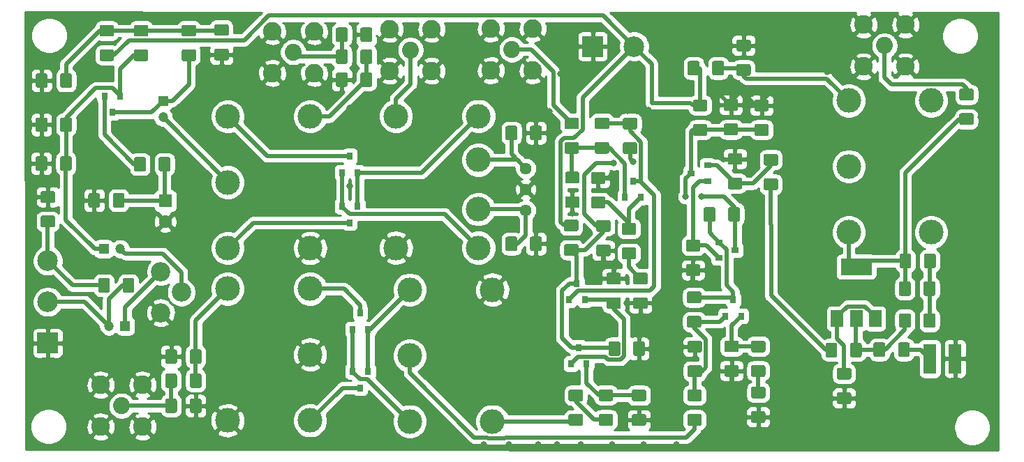
<source format=gbr>
G04 #@! TF.GenerationSoftware,KiCad,Pcbnew,(5.1.5)-3*
G04 #@! TF.CreationDate,2020-10-28T17:30:45+01:00*
G04 #@! TF.ProjectId,exciter,65786369-7465-4722-9e6b-696361645f70,rev?*
G04 #@! TF.SameCoordinates,Original*
G04 #@! TF.FileFunction,Copper,L1,Top*
G04 #@! TF.FilePolarity,Positive*
%FSLAX46Y46*%
G04 Gerber Fmt 4.6, Leading zero omitted, Abs format (unit mm)*
G04 Created by KiCad (PCBNEW (5.1.5)-3) date 2020-10-28 17:30:45*
%MOMM*%
%LPD*%
G04 APERTURE LIST*
%ADD10C,0.100000*%
%ADD11R,1.500000X3.600000*%
%ADD12C,1.440000*%
%ADD13C,3.000000*%
%ADD14C,2.500000*%
%ADD15R,2.500000X2.500000*%
%ADD16R,1.500000X2.000000*%
%ADD17R,3.800000X2.000000*%
%ADD18C,2.250000*%
%ADD19C,2.050000*%
%ADD20C,2.340000*%
%ADD21R,1.200000X1.200000*%
%ADD22C,1.200000*%
%ADD23R,1.600000X1.600000*%
%ADD24C,1.600000*%
%ADD25R,0.800000X0.900000*%
%ADD26R,0.900000X0.800000*%
%ADD27C,0.800000*%
%ADD28C,0.500000*%
%ADD29C,0.254000*%
G04 APERTURE END LIST*
G04 #@! TA.AperFunction,SMDPad,CuDef*
D10*
G36*
X143905504Y-87390204D02*
G01*
X143929773Y-87393804D01*
X143953571Y-87399765D01*
X143976671Y-87408030D01*
X143998849Y-87418520D01*
X144019893Y-87431133D01*
X144039598Y-87445747D01*
X144057777Y-87462223D01*
X144074253Y-87480402D01*
X144088867Y-87500107D01*
X144101480Y-87521151D01*
X144111970Y-87543329D01*
X144120235Y-87566429D01*
X144126196Y-87590227D01*
X144129796Y-87614496D01*
X144131000Y-87639000D01*
X144131000Y-88564000D01*
X144129796Y-88588504D01*
X144126196Y-88612773D01*
X144120235Y-88636571D01*
X144111970Y-88659671D01*
X144101480Y-88681849D01*
X144088867Y-88702893D01*
X144074253Y-88722598D01*
X144057777Y-88740777D01*
X144039598Y-88757253D01*
X144019893Y-88771867D01*
X143998849Y-88784480D01*
X143976671Y-88794970D01*
X143953571Y-88803235D01*
X143929773Y-88809196D01*
X143905504Y-88812796D01*
X143881000Y-88814000D01*
X142631000Y-88814000D01*
X142606496Y-88812796D01*
X142582227Y-88809196D01*
X142558429Y-88803235D01*
X142535329Y-88794970D01*
X142513151Y-88784480D01*
X142492107Y-88771867D01*
X142472402Y-88757253D01*
X142454223Y-88740777D01*
X142437747Y-88722598D01*
X142423133Y-88702893D01*
X142410520Y-88681849D01*
X142400030Y-88659671D01*
X142391765Y-88636571D01*
X142385804Y-88612773D01*
X142382204Y-88588504D01*
X142381000Y-88564000D01*
X142381000Y-87639000D01*
X142382204Y-87614496D01*
X142385804Y-87590227D01*
X142391765Y-87566429D01*
X142400030Y-87543329D01*
X142410520Y-87521151D01*
X142423133Y-87500107D01*
X142437747Y-87480402D01*
X142454223Y-87462223D01*
X142472402Y-87445747D01*
X142492107Y-87431133D01*
X142513151Y-87418520D01*
X142535329Y-87408030D01*
X142558429Y-87399765D01*
X142582227Y-87393804D01*
X142606496Y-87390204D01*
X142631000Y-87389000D01*
X143881000Y-87389000D01*
X143905504Y-87390204D01*
G37*
G04 #@! TD.AperFunction*
G04 #@! TA.AperFunction,SMDPad,CuDef*
G36*
X143905504Y-84415204D02*
G01*
X143929773Y-84418804D01*
X143953571Y-84424765D01*
X143976671Y-84433030D01*
X143998849Y-84443520D01*
X144019893Y-84456133D01*
X144039598Y-84470747D01*
X144057777Y-84487223D01*
X144074253Y-84505402D01*
X144088867Y-84525107D01*
X144101480Y-84546151D01*
X144111970Y-84568329D01*
X144120235Y-84591429D01*
X144126196Y-84615227D01*
X144129796Y-84639496D01*
X144131000Y-84664000D01*
X144131000Y-85589000D01*
X144129796Y-85613504D01*
X144126196Y-85637773D01*
X144120235Y-85661571D01*
X144111970Y-85684671D01*
X144101480Y-85706849D01*
X144088867Y-85727893D01*
X144074253Y-85747598D01*
X144057777Y-85765777D01*
X144039598Y-85782253D01*
X144019893Y-85796867D01*
X143998849Y-85809480D01*
X143976671Y-85819970D01*
X143953571Y-85828235D01*
X143929773Y-85834196D01*
X143905504Y-85837796D01*
X143881000Y-85839000D01*
X142631000Y-85839000D01*
X142606496Y-85837796D01*
X142582227Y-85834196D01*
X142558429Y-85828235D01*
X142535329Y-85819970D01*
X142513151Y-85809480D01*
X142492107Y-85796867D01*
X142472402Y-85782253D01*
X142454223Y-85765777D01*
X142437747Y-85747598D01*
X142423133Y-85727893D01*
X142410520Y-85706849D01*
X142400030Y-85684671D01*
X142391765Y-85661571D01*
X142385804Y-85637773D01*
X142382204Y-85613504D01*
X142381000Y-85589000D01*
X142381000Y-84664000D01*
X142382204Y-84639496D01*
X142385804Y-84615227D01*
X142391765Y-84591429D01*
X142400030Y-84568329D01*
X142410520Y-84546151D01*
X142423133Y-84525107D01*
X142437747Y-84505402D01*
X142454223Y-84487223D01*
X142472402Y-84470747D01*
X142492107Y-84456133D01*
X142513151Y-84443520D01*
X142535329Y-84433030D01*
X142558429Y-84424765D01*
X142582227Y-84418804D01*
X142606496Y-84415204D01*
X142631000Y-84414000D01*
X143881000Y-84414000D01*
X143905504Y-84415204D01*
G37*
G04 #@! TD.AperFunction*
G04 #@! TA.AperFunction,SMDPad,CuDef*
G36*
X128466504Y-47132204D02*
G01*
X128490773Y-47135804D01*
X128514571Y-47141765D01*
X128537671Y-47150030D01*
X128559849Y-47160520D01*
X128580893Y-47173133D01*
X128600598Y-47187747D01*
X128618777Y-47204223D01*
X128635253Y-47222402D01*
X128649867Y-47242107D01*
X128662480Y-47263151D01*
X128672970Y-47285329D01*
X128681235Y-47308429D01*
X128687196Y-47332227D01*
X128690796Y-47356496D01*
X128692000Y-47381000D01*
X128692000Y-48631000D01*
X128690796Y-48655504D01*
X128687196Y-48679773D01*
X128681235Y-48703571D01*
X128672970Y-48726671D01*
X128662480Y-48748849D01*
X128649867Y-48769893D01*
X128635253Y-48789598D01*
X128618777Y-48807777D01*
X128600598Y-48824253D01*
X128580893Y-48838867D01*
X128559849Y-48851480D01*
X128537671Y-48861970D01*
X128514571Y-48870235D01*
X128490773Y-48876196D01*
X128466504Y-48879796D01*
X128442000Y-48881000D01*
X127517000Y-48881000D01*
X127492496Y-48879796D01*
X127468227Y-48876196D01*
X127444429Y-48870235D01*
X127421329Y-48861970D01*
X127399151Y-48851480D01*
X127378107Y-48838867D01*
X127358402Y-48824253D01*
X127340223Y-48807777D01*
X127323747Y-48789598D01*
X127309133Y-48769893D01*
X127296520Y-48748849D01*
X127286030Y-48726671D01*
X127277765Y-48703571D01*
X127271804Y-48679773D01*
X127268204Y-48655504D01*
X127267000Y-48631000D01*
X127267000Y-47381000D01*
X127268204Y-47356496D01*
X127271804Y-47332227D01*
X127277765Y-47308429D01*
X127286030Y-47285329D01*
X127296520Y-47263151D01*
X127309133Y-47242107D01*
X127323747Y-47222402D01*
X127340223Y-47204223D01*
X127358402Y-47187747D01*
X127378107Y-47173133D01*
X127399151Y-47160520D01*
X127421329Y-47150030D01*
X127444429Y-47141765D01*
X127468227Y-47135804D01*
X127492496Y-47132204D01*
X127517000Y-47131000D01*
X128442000Y-47131000D01*
X128466504Y-47132204D01*
G37*
G04 #@! TD.AperFunction*
G04 #@! TA.AperFunction,SMDPad,CuDef*
G36*
X125491504Y-47132204D02*
G01*
X125515773Y-47135804D01*
X125539571Y-47141765D01*
X125562671Y-47150030D01*
X125584849Y-47160520D01*
X125605893Y-47173133D01*
X125625598Y-47187747D01*
X125643777Y-47204223D01*
X125660253Y-47222402D01*
X125674867Y-47242107D01*
X125687480Y-47263151D01*
X125697970Y-47285329D01*
X125706235Y-47308429D01*
X125712196Y-47332227D01*
X125715796Y-47356496D01*
X125717000Y-47381000D01*
X125717000Y-48631000D01*
X125715796Y-48655504D01*
X125712196Y-48679773D01*
X125706235Y-48703571D01*
X125697970Y-48726671D01*
X125687480Y-48748849D01*
X125674867Y-48769893D01*
X125660253Y-48789598D01*
X125643777Y-48807777D01*
X125625598Y-48824253D01*
X125605893Y-48838867D01*
X125584849Y-48851480D01*
X125562671Y-48861970D01*
X125539571Y-48870235D01*
X125515773Y-48876196D01*
X125491504Y-48879796D01*
X125467000Y-48881000D01*
X124542000Y-48881000D01*
X124517496Y-48879796D01*
X124493227Y-48876196D01*
X124469429Y-48870235D01*
X124446329Y-48861970D01*
X124424151Y-48851480D01*
X124403107Y-48838867D01*
X124383402Y-48824253D01*
X124365223Y-48807777D01*
X124348747Y-48789598D01*
X124334133Y-48769893D01*
X124321520Y-48748849D01*
X124311030Y-48726671D01*
X124302765Y-48703571D01*
X124296804Y-48679773D01*
X124293204Y-48655504D01*
X124292000Y-48631000D01*
X124292000Y-47381000D01*
X124293204Y-47356496D01*
X124296804Y-47332227D01*
X124302765Y-47308429D01*
X124311030Y-47285329D01*
X124321520Y-47263151D01*
X124334133Y-47242107D01*
X124348747Y-47222402D01*
X124365223Y-47204223D01*
X124383402Y-47187747D01*
X124403107Y-47173133D01*
X124424151Y-47160520D01*
X124446329Y-47150030D01*
X124469429Y-47141765D01*
X124493227Y-47135804D01*
X124517496Y-47132204D01*
X124542000Y-47131000D01*
X125467000Y-47131000D01*
X125491504Y-47132204D01*
G37*
G04 #@! TD.AperFunction*
D11*
X156719000Y-83312000D03*
X153669000Y-83312000D03*
G04 #@! TA.AperFunction,SMDPad,CuDef*
D10*
G36*
X131713504Y-44537204D02*
G01*
X131737773Y-44540804D01*
X131761571Y-44546765D01*
X131784671Y-44555030D01*
X131806849Y-44565520D01*
X131827893Y-44578133D01*
X131847598Y-44592747D01*
X131865777Y-44609223D01*
X131882253Y-44627402D01*
X131896867Y-44647107D01*
X131909480Y-44668151D01*
X131919970Y-44690329D01*
X131928235Y-44713429D01*
X131934196Y-44737227D01*
X131937796Y-44761496D01*
X131939000Y-44786000D01*
X131939000Y-45711000D01*
X131937796Y-45735504D01*
X131934196Y-45759773D01*
X131928235Y-45783571D01*
X131919970Y-45806671D01*
X131909480Y-45828849D01*
X131896867Y-45849893D01*
X131882253Y-45869598D01*
X131865777Y-45887777D01*
X131847598Y-45904253D01*
X131827893Y-45918867D01*
X131806849Y-45931480D01*
X131784671Y-45941970D01*
X131761571Y-45950235D01*
X131737773Y-45956196D01*
X131713504Y-45959796D01*
X131689000Y-45961000D01*
X130439000Y-45961000D01*
X130414496Y-45959796D01*
X130390227Y-45956196D01*
X130366429Y-45950235D01*
X130343329Y-45941970D01*
X130321151Y-45931480D01*
X130300107Y-45918867D01*
X130280402Y-45904253D01*
X130262223Y-45887777D01*
X130245747Y-45869598D01*
X130231133Y-45849893D01*
X130218520Y-45828849D01*
X130208030Y-45806671D01*
X130199765Y-45783571D01*
X130193804Y-45759773D01*
X130190204Y-45735504D01*
X130189000Y-45711000D01*
X130189000Y-44786000D01*
X130190204Y-44761496D01*
X130193804Y-44737227D01*
X130199765Y-44713429D01*
X130208030Y-44690329D01*
X130218520Y-44668151D01*
X130231133Y-44647107D01*
X130245747Y-44627402D01*
X130262223Y-44609223D01*
X130280402Y-44592747D01*
X130300107Y-44578133D01*
X130321151Y-44565520D01*
X130343329Y-44555030D01*
X130366429Y-44546765D01*
X130390227Y-44540804D01*
X130414496Y-44537204D01*
X130439000Y-44536000D01*
X131689000Y-44536000D01*
X131713504Y-44537204D01*
G37*
G04 #@! TD.AperFunction*
G04 #@! TA.AperFunction,SMDPad,CuDef*
G36*
X131713504Y-47512204D02*
G01*
X131737773Y-47515804D01*
X131761571Y-47521765D01*
X131784671Y-47530030D01*
X131806849Y-47540520D01*
X131827893Y-47553133D01*
X131847598Y-47567747D01*
X131865777Y-47584223D01*
X131882253Y-47602402D01*
X131896867Y-47622107D01*
X131909480Y-47643151D01*
X131919970Y-47665329D01*
X131928235Y-47688429D01*
X131934196Y-47712227D01*
X131937796Y-47736496D01*
X131939000Y-47761000D01*
X131939000Y-48686000D01*
X131937796Y-48710504D01*
X131934196Y-48734773D01*
X131928235Y-48758571D01*
X131919970Y-48781671D01*
X131909480Y-48803849D01*
X131896867Y-48824893D01*
X131882253Y-48844598D01*
X131865777Y-48862777D01*
X131847598Y-48879253D01*
X131827893Y-48893867D01*
X131806849Y-48906480D01*
X131784671Y-48916970D01*
X131761571Y-48925235D01*
X131737773Y-48931196D01*
X131713504Y-48934796D01*
X131689000Y-48936000D01*
X130439000Y-48936000D01*
X130414496Y-48934796D01*
X130390227Y-48931196D01*
X130366429Y-48925235D01*
X130343329Y-48916970D01*
X130321151Y-48906480D01*
X130300107Y-48893867D01*
X130280402Y-48879253D01*
X130262223Y-48862777D01*
X130245747Y-48844598D01*
X130231133Y-48824893D01*
X130218520Y-48803849D01*
X130208030Y-48781671D01*
X130199765Y-48758571D01*
X130193804Y-48734773D01*
X130190204Y-48710504D01*
X130189000Y-48686000D01*
X130189000Y-47761000D01*
X130190204Y-47736496D01*
X130193804Y-47712227D01*
X130199765Y-47688429D01*
X130208030Y-47665329D01*
X130218520Y-47643151D01*
X130231133Y-47622107D01*
X130245747Y-47602402D01*
X130262223Y-47584223D01*
X130280402Y-47567747D01*
X130300107Y-47553133D01*
X130321151Y-47540520D01*
X130343329Y-47530030D01*
X130366429Y-47521765D01*
X130390227Y-47515804D01*
X130414496Y-47512204D01*
X130439000Y-47511000D01*
X131689000Y-47511000D01*
X131713504Y-47512204D01*
G37*
G04 #@! TD.AperFunction*
D12*
X104648000Y-65278000D03*
X104648000Y-62738000D03*
X104648000Y-60198000D03*
D13*
X98900000Y-65148000D03*
X88900000Y-53848000D03*
X88900000Y-69848000D03*
X98900000Y-53848000D03*
X98900000Y-59148000D03*
X98900000Y-69848000D03*
G04 #@! TA.AperFunction,SMDPad,CuDef*
D10*
G36*
X103393504Y-68468204D02*
G01*
X103417773Y-68471804D01*
X103441571Y-68477765D01*
X103464671Y-68486030D01*
X103486849Y-68496520D01*
X103507893Y-68509133D01*
X103527598Y-68523747D01*
X103545777Y-68540223D01*
X103562253Y-68558402D01*
X103576867Y-68578107D01*
X103589480Y-68599151D01*
X103599970Y-68621329D01*
X103608235Y-68644429D01*
X103614196Y-68668227D01*
X103617796Y-68692496D01*
X103619000Y-68717000D01*
X103619000Y-69967000D01*
X103617796Y-69991504D01*
X103614196Y-70015773D01*
X103608235Y-70039571D01*
X103599970Y-70062671D01*
X103589480Y-70084849D01*
X103576867Y-70105893D01*
X103562253Y-70125598D01*
X103545777Y-70143777D01*
X103527598Y-70160253D01*
X103507893Y-70174867D01*
X103486849Y-70187480D01*
X103464671Y-70197970D01*
X103441571Y-70206235D01*
X103417773Y-70212196D01*
X103393504Y-70215796D01*
X103369000Y-70217000D01*
X102444000Y-70217000D01*
X102419496Y-70215796D01*
X102395227Y-70212196D01*
X102371429Y-70206235D01*
X102348329Y-70197970D01*
X102326151Y-70187480D01*
X102305107Y-70174867D01*
X102285402Y-70160253D01*
X102267223Y-70143777D01*
X102250747Y-70125598D01*
X102236133Y-70105893D01*
X102223520Y-70084849D01*
X102213030Y-70062671D01*
X102204765Y-70039571D01*
X102198804Y-70015773D01*
X102195204Y-69991504D01*
X102194000Y-69967000D01*
X102194000Y-68717000D01*
X102195204Y-68692496D01*
X102198804Y-68668227D01*
X102204765Y-68644429D01*
X102213030Y-68621329D01*
X102223520Y-68599151D01*
X102236133Y-68578107D01*
X102250747Y-68558402D01*
X102267223Y-68540223D01*
X102285402Y-68523747D01*
X102305107Y-68509133D01*
X102326151Y-68496520D01*
X102348329Y-68486030D01*
X102371429Y-68477765D01*
X102395227Y-68471804D01*
X102419496Y-68468204D01*
X102444000Y-68467000D01*
X103369000Y-68467000D01*
X103393504Y-68468204D01*
G37*
G04 #@! TD.AperFunction*
G04 #@! TA.AperFunction,SMDPad,CuDef*
G36*
X106368504Y-68468204D02*
G01*
X106392773Y-68471804D01*
X106416571Y-68477765D01*
X106439671Y-68486030D01*
X106461849Y-68496520D01*
X106482893Y-68509133D01*
X106502598Y-68523747D01*
X106520777Y-68540223D01*
X106537253Y-68558402D01*
X106551867Y-68578107D01*
X106564480Y-68599151D01*
X106574970Y-68621329D01*
X106583235Y-68644429D01*
X106589196Y-68668227D01*
X106592796Y-68692496D01*
X106594000Y-68717000D01*
X106594000Y-69967000D01*
X106592796Y-69991504D01*
X106589196Y-70015773D01*
X106583235Y-70039571D01*
X106574970Y-70062671D01*
X106564480Y-70084849D01*
X106551867Y-70105893D01*
X106537253Y-70125598D01*
X106520777Y-70143777D01*
X106502598Y-70160253D01*
X106482893Y-70174867D01*
X106461849Y-70187480D01*
X106439671Y-70197970D01*
X106416571Y-70206235D01*
X106392773Y-70212196D01*
X106368504Y-70215796D01*
X106344000Y-70217000D01*
X105419000Y-70217000D01*
X105394496Y-70215796D01*
X105370227Y-70212196D01*
X105346429Y-70206235D01*
X105323329Y-70197970D01*
X105301151Y-70187480D01*
X105280107Y-70174867D01*
X105260402Y-70160253D01*
X105242223Y-70143777D01*
X105225747Y-70125598D01*
X105211133Y-70105893D01*
X105198520Y-70084849D01*
X105188030Y-70062671D01*
X105179765Y-70039571D01*
X105173804Y-70015773D01*
X105170204Y-69991504D01*
X105169000Y-69967000D01*
X105169000Y-68717000D01*
X105170204Y-68692496D01*
X105173804Y-68668227D01*
X105179765Y-68644429D01*
X105188030Y-68621329D01*
X105198520Y-68599151D01*
X105211133Y-68578107D01*
X105225747Y-68558402D01*
X105242223Y-68540223D01*
X105260402Y-68523747D01*
X105280107Y-68509133D01*
X105301151Y-68496520D01*
X105323329Y-68486030D01*
X105346429Y-68477765D01*
X105370227Y-68471804D01*
X105394496Y-68468204D01*
X105419000Y-68467000D01*
X106344000Y-68467000D01*
X106368504Y-68468204D01*
G37*
G04 #@! TD.AperFunction*
G04 #@! TA.AperFunction,SMDPad,CuDef*
G36*
X103393504Y-55006204D02*
G01*
X103417773Y-55009804D01*
X103441571Y-55015765D01*
X103464671Y-55024030D01*
X103486849Y-55034520D01*
X103507893Y-55047133D01*
X103527598Y-55061747D01*
X103545777Y-55078223D01*
X103562253Y-55096402D01*
X103576867Y-55116107D01*
X103589480Y-55137151D01*
X103599970Y-55159329D01*
X103608235Y-55182429D01*
X103614196Y-55206227D01*
X103617796Y-55230496D01*
X103619000Y-55255000D01*
X103619000Y-56505000D01*
X103617796Y-56529504D01*
X103614196Y-56553773D01*
X103608235Y-56577571D01*
X103599970Y-56600671D01*
X103589480Y-56622849D01*
X103576867Y-56643893D01*
X103562253Y-56663598D01*
X103545777Y-56681777D01*
X103527598Y-56698253D01*
X103507893Y-56712867D01*
X103486849Y-56725480D01*
X103464671Y-56735970D01*
X103441571Y-56744235D01*
X103417773Y-56750196D01*
X103393504Y-56753796D01*
X103369000Y-56755000D01*
X102444000Y-56755000D01*
X102419496Y-56753796D01*
X102395227Y-56750196D01*
X102371429Y-56744235D01*
X102348329Y-56735970D01*
X102326151Y-56725480D01*
X102305107Y-56712867D01*
X102285402Y-56698253D01*
X102267223Y-56681777D01*
X102250747Y-56663598D01*
X102236133Y-56643893D01*
X102223520Y-56622849D01*
X102213030Y-56600671D01*
X102204765Y-56577571D01*
X102198804Y-56553773D01*
X102195204Y-56529504D01*
X102194000Y-56505000D01*
X102194000Y-55255000D01*
X102195204Y-55230496D01*
X102198804Y-55206227D01*
X102204765Y-55182429D01*
X102213030Y-55159329D01*
X102223520Y-55137151D01*
X102236133Y-55116107D01*
X102250747Y-55096402D01*
X102267223Y-55078223D01*
X102285402Y-55061747D01*
X102305107Y-55047133D01*
X102326151Y-55034520D01*
X102348329Y-55024030D01*
X102371429Y-55015765D01*
X102395227Y-55009804D01*
X102419496Y-55006204D01*
X102444000Y-55005000D01*
X103369000Y-55005000D01*
X103393504Y-55006204D01*
G37*
G04 #@! TD.AperFunction*
G04 #@! TA.AperFunction,SMDPad,CuDef*
G36*
X106368504Y-55006204D02*
G01*
X106392773Y-55009804D01*
X106416571Y-55015765D01*
X106439671Y-55024030D01*
X106461849Y-55034520D01*
X106482893Y-55047133D01*
X106502598Y-55061747D01*
X106520777Y-55078223D01*
X106537253Y-55096402D01*
X106551867Y-55116107D01*
X106564480Y-55137151D01*
X106574970Y-55159329D01*
X106583235Y-55182429D01*
X106589196Y-55206227D01*
X106592796Y-55230496D01*
X106594000Y-55255000D01*
X106594000Y-56505000D01*
X106592796Y-56529504D01*
X106589196Y-56553773D01*
X106583235Y-56577571D01*
X106574970Y-56600671D01*
X106564480Y-56622849D01*
X106551867Y-56643893D01*
X106537253Y-56663598D01*
X106520777Y-56681777D01*
X106502598Y-56698253D01*
X106482893Y-56712867D01*
X106461849Y-56725480D01*
X106439671Y-56735970D01*
X106416571Y-56744235D01*
X106392773Y-56750196D01*
X106368504Y-56753796D01*
X106344000Y-56755000D01*
X105419000Y-56755000D01*
X105394496Y-56753796D01*
X105370227Y-56750196D01*
X105346429Y-56744235D01*
X105323329Y-56735970D01*
X105301151Y-56725480D01*
X105280107Y-56712867D01*
X105260402Y-56698253D01*
X105242223Y-56681777D01*
X105225747Y-56663598D01*
X105211133Y-56643893D01*
X105198520Y-56622849D01*
X105188030Y-56600671D01*
X105179765Y-56577571D01*
X105173804Y-56553773D01*
X105170204Y-56529504D01*
X105169000Y-56505000D01*
X105169000Y-55255000D01*
X105170204Y-55230496D01*
X105173804Y-55206227D01*
X105179765Y-55182429D01*
X105188030Y-55159329D01*
X105198520Y-55137151D01*
X105211133Y-55116107D01*
X105225747Y-55096402D01*
X105242223Y-55078223D01*
X105260402Y-55061747D01*
X105280107Y-55047133D01*
X105301151Y-55034520D01*
X105323329Y-55024030D01*
X105346429Y-55015765D01*
X105370227Y-55009804D01*
X105394496Y-55006204D01*
X105419000Y-55005000D01*
X106344000Y-55005000D01*
X106368504Y-55006204D01*
G37*
G04 #@! TD.AperFunction*
G04 #@! TA.AperFunction,SMDPad,CuDef*
G36*
X133491504Y-89676204D02*
G01*
X133515773Y-89679804D01*
X133539571Y-89685765D01*
X133562671Y-89694030D01*
X133584849Y-89704520D01*
X133605893Y-89717133D01*
X133625598Y-89731747D01*
X133643777Y-89748223D01*
X133660253Y-89766402D01*
X133674867Y-89786107D01*
X133687480Y-89807151D01*
X133697970Y-89829329D01*
X133706235Y-89852429D01*
X133712196Y-89876227D01*
X133715796Y-89900496D01*
X133717000Y-89925000D01*
X133717000Y-90850000D01*
X133715796Y-90874504D01*
X133712196Y-90898773D01*
X133706235Y-90922571D01*
X133697970Y-90945671D01*
X133687480Y-90967849D01*
X133674867Y-90988893D01*
X133660253Y-91008598D01*
X133643777Y-91026777D01*
X133625598Y-91043253D01*
X133605893Y-91057867D01*
X133584849Y-91070480D01*
X133562671Y-91080970D01*
X133539571Y-91089235D01*
X133515773Y-91095196D01*
X133491504Y-91098796D01*
X133467000Y-91100000D01*
X132217000Y-91100000D01*
X132192496Y-91098796D01*
X132168227Y-91095196D01*
X132144429Y-91089235D01*
X132121329Y-91080970D01*
X132099151Y-91070480D01*
X132078107Y-91057867D01*
X132058402Y-91043253D01*
X132040223Y-91026777D01*
X132023747Y-91008598D01*
X132009133Y-90988893D01*
X131996520Y-90967849D01*
X131986030Y-90945671D01*
X131977765Y-90922571D01*
X131971804Y-90898773D01*
X131968204Y-90874504D01*
X131967000Y-90850000D01*
X131967000Y-89925000D01*
X131968204Y-89900496D01*
X131971804Y-89876227D01*
X131977765Y-89852429D01*
X131986030Y-89829329D01*
X131996520Y-89807151D01*
X132009133Y-89786107D01*
X132023747Y-89766402D01*
X132040223Y-89748223D01*
X132058402Y-89731747D01*
X132078107Y-89717133D01*
X132099151Y-89704520D01*
X132121329Y-89694030D01*
X132144429Y-89685765D01*
X132168227Y-89679804D01*
X132192496Y-89676204D01*
X132217000Y-89675000D01*
X133467000Y-89675000D01*
X133491504Y-89676204D01*
G37*
G04 #@! TD.AperFunction*
G04 #@! TA.AperFunction,SMDPad,CuDef*
G36*
X133491504Y-86701204D02*
G01*
X133515773Y-86704804D01*
X133539571Y-86710765D01*
X133562671Y-86719030D01*
X133584849Y-86729520D01*
X133605893Y-86742133D01*
X133625598Y-86756747D01*
X133643777Y-86773223D01*
X133660253Y-86791402D01*
X133674867Y-86811107D01*
X133687480Y-86832151D01*
X133697970Y-86854329D01*
X133706235Y-86877429D01*
X133712196Y-86901227D01*
X133715796Y-86925496D01*
X133717000Y-86950000D01*
X133717000Y-87875000D01*
X133715796Y-87899504D01*
X133712196Y-87923773D01*
X133706235Y-87947571D01*
X133697970Y-87970671D01*
X133687480Y-87992849D01*
X133674867Y-88013893D01*
X133660253Y-88033598D01*
X133643777Y-88051777D01*
X133625598Y-88068253D01*
X133605893Y-88082867D01*
X133584849Y-88095480D01*
X133562671Y-88105970D01*
X133539571Y-88114235D01*
X133515773Y-88120196D01*
X133491504Y-88123796D01*
X133467000Y-88125000D01*
X132217000Y-88125000D01*
X132192496Y-88123796D01*
X132168227Y-88120196D01*
X132144429Y-88114235D01*
X132121329Y-88105970D01*
X132099151Y-88095480D01*
X132078107Y-88082867D01*
X132058402Y-88068253D01*
X132040223Y-88051777D01*
X132023747Y-88033598D01*
X132009133Y-88013893D01*
X131996520Y-87992849D01*
X131986030Y-87970671D01*
X131977765Y-87947571D01*
X131971804Y-87923773D01*
X131968204Y-87899504D01*
X131967000Y-87875000D01*
X131967000Y-86950000D01*
X131968204Y-86925496D01*
X131971804Y-86901227D01*
X131977765Y-86877429D01*
X131986030Y-86854329D01*
X131996520Y-86832151D01*
X132009133Y-86811107D01*
X132023747Y-86791402D01*
X132040223Y-86773223D01*
X132058402Y-86756747D01*
X132078107Y-86742133D01*
X132099151Y-86729520D01*
X132121329Y-86719030D01*
X132144429Y-86710765D01*
X132168227Y-86704804D01*
X132192496Y-86701204D01*
X132217000Y-86700000D01*
X133467000Y-86700000D01*
X133491504Y-86701204D01*
G37*
G04 #@! TD.AperFunction*
G04 #@! TA.AperFunction,SMDPad,CuDef*
G36*
X133491504Y-81113204D02*
G01*
X133515773Y-81116804D01*
X133539571Y-81122765D01*
X133562671Y-81131030D01*
X133584849Y-81141520D01*
X133605893Y-81154133D01*
X133625598Y-81168747D01*
X133643777Y-81185223D01*
X133660253Y-81203402D01*
X133674867Y-81223107D01*
X133687480Y-81244151D01*
X133697970Y-81266329D01*
X133706235Y-81289429D01*
X133712196Y-81313227D01*
X133715796Y-81337496D01*
X133717000Y-81362000D01*
X133717000Y-82287000D01*
X133715796Y-82311504D01*
X133712196Y-82335773D01*
X133706235Y-82359571D01*
X133697970Y-82382671D01*
X133687480Y-82404849D01*
X133674867Y-82425893D01*
X133660253Y-82445598D01*
X133643777Y-82463777D01*
X133625598Y-82480253D01*
X133605893Y-82494867D01*
X133584849Y-82507480D01*
X133562671Y-82517970D01*
X133539571Y-82526235D01*
X133515773Y-82532196D01*
X133491504Y-82535796D01*
X133467000Y-82537000D01*
X132217000Y-82537000D01*
X132192496Y-82535796D01*
X132168227Y-82532196D01*
X132144429Y-82526235D01*
X132121329Y-82517970D01*
X132099151Y-82507480D01*
X132078107Y-82494867D01*
X132058402Y-82480253D01*
X132040223Y-82463777D01*
X132023747Y-82445598D01*
X132009133Y-82425893D01*
X131996520Y-82404849D01*
X131986030Y-82382671D01*
X131977765Y-82359571D01*
X131971804Y-82335773D01*
X131968204Y-82311504D01*
X131967000Y-82287000D01*
X131967000Y-81362000D01*
X131968204Y-81337496D01*
X131971804Y-81313227D01*
X131977765Y-81289429D01*
X131986030Y-81266329D01*
X131996520Y-81244151D01*
X132009133Y-81223107D01*
X132023747Y-81203402D01*
X132040223Y-81185223D01*
X132058402Y-81168747D01*
X132078107Y-81154133D01*
X132099151Y-81141520D01*
X132121329Y-81131030D01*
X132144429Y-81122765D01*
X132168227Y-81116804D01*
X132192496Y-81113204D01*
X132217000Y-81112000D01*
X133467000Y-81112000D01*
X133491504Y-81113204D01*
G37*
G04 #@! TD.AperFunction*
G04 #@! TA.AperFunction,SMDPad,CuDef*
G36*
X133491504Y-84088204D02*
G01*
X133515773Y-84091804D01*
X133539571Y-84097765D01*
X133562671Y-84106030D01*
X133584849Y-84116520D01*
X133605893Y-84129133D01*
X133625598Y-84143747D01*
X133643777Y-84160223D01*
X133660253Y-84178402D01*
X133674867Y-84198107D01*
X133687480Y-84219151D01*
X133697970Y-84241329D01*
X133706235Y-84264429D01*
X133712196Y-84288227D01*
X133715796Y-84312496D01*
X133717000Y-84337000D01*
X133717000Y-85262000D01*
X133715796Y-85286504D01*
X133712196Y-85310773D01*
X133706235Y-85334571D01*
X133697970Y-85357671D01*
X133687480Y-85379849D01*
X133674867Y-85400893D01*
X133660253Y-85420598D01*
X133643777Y-85438777D01*
X133625598Y-85455253D01*
X133605893Y-85469867D01*
X133584849Y-85482480D01*
X133562671Y-85492970D01*
X133539571Y-85501235D01*
X133515773Y-85507196D01*
X133491504Y-85510796D01*
X133467000Y-85512000D01*
X132217000Y-85512000D01*
X132192496Y-85510796D01*
X132168227Y-85507196D01*
X132144429Y-85501235D01*
X132121329Y-85492970D01*
X132099151Y-85482480D01*
X132078107Y-85469867D01*
X132058402Y-85455253D01*
X132040223Y-85438777D01*
X132023747Y-85420598D01*
X132009133Y-85400893D01*
X131996520Y-85379849D01*
X131986030Y-85357671D01*
X131977765Y-85334571D01*
X131971804Y-85310773D01*
X131968204Y-85286504D01*
X131967000Y-85262000D01*
X131967000Y-84337000D01*
X131968204Y-84312496D01*
X131971804Y-84288227D01*
X131977765Y-84264429D01*
X131986030Y-84241329D01*
X131996520Y-84219151D01*
X132009133Y-84198107D01*
X132023747Y-84178402D01*
X132040223Y-84160223D01*
X132058402Y-84143747D01*
X132078107Y-84129133D01*
X132099151Y-84116520D01*
X132121329Y-84106030D01*
X132144429Y-84097765D01*
X132168227Y-84091804D01*
X132192496Y-84088204D01*
X132217000Y-84087000D01*
X133467000Y-84087000D01*
X133491504Y-84088204D01*
G37*
G04 #@! TD.AperFunction*
G04 #@! TA.AperFunction,SMDPad,CuDef*
G36*
X65093504Y-82184204D02*
G01*
X65117773Y-82187804D01*
X65141571Y-82193765D01*
X65164671Y-82202030D01*
X65186849Y-82212520D01*
X65207893Y-82225133D01*
X65227598Y-82239747D01*
X65245777Y-82256223D01*
X65262253Y-82274402D01*
X65276867Y-82294107D01*
X65289480Y-82315151D01*
X65299970Y-82337329D01*
X65308235Y-82360429D01*
X65314196Y-82384227D01*
X65317796Y-82408496D01*
X65319000Y-82433000D01*
X65319000Y-83683000D01*
X65317796Y-83707504D01*
X65314196Y-83731773D01*
X65308235Y-83755571D01*
X65299970Y-83778671D01*
X65289480Y-83800849D01*
X65276867Y-83821893D01*
X65262253Y-83841598D01*
X65245777Y-83859777D01*
X65227598Y-83876253D01*
X65207893Y-83890867D01*
X65186849Y-83903480D01*
X65164671Y-83913970D01*
X65141571Y-83922235D01*
X65117773Y-83928196D01*
X65093504Y-83931796D01*
X65069000Y-83933000D01*
X64144000Y-83933000D01*
X64119496Y-83931796D01*
X64095227Y-83928196D01*
X64071429Y-83922235D01*
X64048329Y-83913970D01*
X64026151Y-83903480D01*
X64005107Y-83890867D01*
X63985402Y-83876253D01*
X63967223Y-83859777D01*
X63950747Y-83841598D01*
X63936133Y-83821893D01*
X63923520Y-83800849D01*
X63913030Y-83778671D01*
X63904765Y-83755571D01*
X63898804Y-83731773D01*
X63895204Y-83707504D01*
X63894000Y-83683000D01*
X63894000Y-82433000D01*
X63895204Y-82408496D01*
X63898804Y-82384227D01*
X63904765Y-82360429D01*
X63913030Y-82337329D01*
X63923520Y-82315151D01*
X63936133Y-82294107D01*
X63950747Y-82274402D01*
X63967223Y-82256223D01*
X63985402Y-82239747D01*
X64005107Y-82225133D01*
X64026151Y-82212520D01*
X64048329Y-82202030D01*
X64071429Y-82193765D01*
X64095227Y-82187804D01*
X64119496Y-82184204D01*
X64144000Y-82183000D01*
X65069000Y-82183000D01*
X65093504Y-82184204D01*
G37*
G04 #@! TD.AperFunction*
G04 #@! TA.AperFunction,SMDPad,CuDef*
G36*
X62118504Y-82184204D02*
G01*
X62142773Y-82187804D01*
X62166571Y-82193765D01*
X62189671Y-82202030D01*
X62211849Y-82212520D01*
X62232893Y-82225133D01*
X62252598Y-82239747D01*
X62270777Y-82256223D01*
X62287253Y-82274402D01*
X62301867Y-82294107D01*
X62314480Y-82315151D01*
X62324970Y-82337329D01*
X62333235Y-82360429D01*
X62339196Y-82384227D01*
X62342796Y-82408496D01*
X62344000Y-82433000D01*
X62344000Y-83683000D01*
X62342796Y-83707504D01*
X62339196Y-83731773D01*
X62333235Y-83755571D01*
X62324970Y-83778671D01*
X62314480Y-83800849D01*
X62301867Y-83821893D01*
X62287253Y-83841598D01*
X62270777Y-83859777D01*
X62252598Y-83876253D01*
X62232893Y-83890867D01*
X62211849Y-83903480D01*
X62189671Y-83913970D01*
X62166571Y-83922235D01*
X62142773Y-83928196D01*
X62118504Y-83931796D01*
X62094000Y-83933000D01*
X61169000Y-83933000D01*
X61144496Y-83931796D01*
X61120227Y-83928196D01*
X61096429Y-83922235D01*
X61073329Y-83913970D01*
X61051151Y-83903480D01*
X61030107Y-83890867D01*
X61010402Y-83876253D01*
X60992223Y-83859777D01*
X60975747Y-83841598D01*
X60961133Y-83821893D01*
X60948520Y-83800849D01*
X60938030Y-83778671D01*
X60929765Y-83755571D01*
X60923804Y-83731773D01*
X60920204Y-83707504D01*
X60919000Y-83683000D01*
X60919000Y-82433000D01*
X60920204Y-82408496D01*
X60923804Y-82384227D01*
X60929765Y-82360429D01*
X60938030Y-82337329D01*
X60948520Y-82315151D01*
X60961133Y-82294107D01*
X60975747Y-82274402D01*
X60992223Y-82256223D01*
X61010402Y-82239747D01*
X61030107Y-82225133D01*
X61051151Y-82212520D01*
X61073329Y-82202030D01*
X61096429Y-82193765D01*
X61120227Y-82187804D01*
X61144496Y-82184204D01*
X61169000Y-82183000D01*
X62094000Y-82183000D01*
X62118504Y-82184204D01*
G37*
G04 #@! TD.AperFunction*
G04 #@! TA.AperFunction,SMDPad,CuDef*
G36*
X65093504Y-85105204D02*
G01*
X65117773Y-85108804D01*
X65141571Y-85114765D01*
X65164671Y-85123030D01*
X65186849Y-85133520D01*
X65207893Y-85146133D01*
X65227598Y-85160747D01*
X65245777Y-85177223D01*
X65262253Y-85195402D01*
X65276867Y-85215107D01*
X65289480Y-85236151D01*
X65299970Y-85258329D01*
X65308235Y-85281429D01*
X65314196Y-85305227D01*
X65317796Y-85329496D01*
X65319000Y-85354000D01*
X65319000Y-86604000D01*
X65317796Y-86628504D01*
X65314196Y-86652773D01*
X65308235Y-86676571D01*
X65299970Y-86699671D01*
X65289480Y-86721849D01*
X65276867Y-86742893D01*
X65262253Y-86762598D01*
X65245777Y-86780777D01*
X65227598Y-86797253D01*
X65207893Y-86811867D01*
X65186849Y-86824480D01*
X65164671Y-86834970D01*
X65141571Y-86843235D01*
X65117773Y-86849196D01*
X65093504Y-86852796D01*
X65069000Y-86854000D01*
X64144000Y-86854000D01*
X64119496Y-86852796D01*
X64095227Y-86849196D01*
X64071429Y-86843235D01*
X64048329Y-86834970D01*
X64026151Y-86824480D01*
X64005107Y-86811867D01*
X63985402Y-86797253D01*
X63967223Y-86780777D01*
X63950747Y-86762598D01*
X63936133Y-86742893D01*
X63923520Y-86721849D01*
X63913030Y-86699671D01*
X63904765Y-86676571D01*
X63898804Y-86652773D01*
X63895204Y-86628504D01*
X63894000Y-86604000D01*
X63894000Y-85354000D01*
X63895204Y-85329496D01*
X63898804Y-85305227D01*
X63904765Y-85281429D01*
X63913030Y-85258329D01*
X63923520Y-85236151D01*
X63936133Y-85215107D01*
X63950747Y-85195402D01*
X63967223Y-85177223D01*
X63985402Y-85160747D01*
X64005107Y-85146133D01*
X64026151Y-85133520D01*
X64048329Y-85123030D01*
X64071429Y-85114765D01*
X64095227Y-85108804D01*
X64119496Y-85105204D01*
X64144000Y-85104000D01*
X65069000Y-85104000D01*
X65093504Y-85105204D01*
G37*
G04 #@! TD.AperFunction*
G04 #@! TA.AperFunction,SMDPad,CuDef*
G36*
X62118504Y-85105204D02*
G01*
X62142773Y-85108804D01*
X62166571Y-85114765D01*
X62189671Y-85123030D01*
X62211849Y-85133520D01*
X62232893Y-85146133D01*
X62252598Y-85160747D01*
X62270777Y-85177223D01*
X62287253Y-85195402D01*
X62301867Y-85215107D01*
X62314480Y-85236151D01*
X62324970Y-85258329D01*
X62333235Y-85281429D01*
X62339196Y-85305227D01*
X62342796Y-85329496D01*
X62344000Y-85354000D01*
X62344000Y-86604000D01*
X62342796Y-86628504D01*
X62339196Y-86652773D01*
X62333235Y-86676571D01*
X62324970Y-86699671D01*
X62314480Y-86721849D01*
X62301867Y-86742893D01*
X62287253Y-86762598D01*
X62270777Y-86780777D01*
X62252598Y-86797253D01*
X62232893Y-86811867D01*
X62211849Y-86824480D01*
X62189671Y-86834970D01*
X62166571Y-86843235D01*
X62142773Y-86849196D01*
X62118504Y-86852796D01*
X62094000Y-86854000D01*
X61169000Y-86854000D01*
X61144496Y-86852796D01*
X61120227Y-86849196D01*
X61096429Y-86843235D01*
X61073329Y-86834970D01*
X61051151Y-86824480D01*
X61030107Y-86811867D01*
X61010402Y-86797253D01*
X60992223Y-86780777D01*
X60975747Y-86762598D01*
X60961133Y-86742893D01*
X60948520Y-86721849D01*
X60938030Y-86699671D01*
X60929765Y-86676571D01*
X60923804Y-86652773D01*
X60920204Y-86628504D01*
X60919000Y-86604000D01*
X60919000Y-85354000D01*
X60920204Y-85329496D01*
X60923804Y-85305227D01*
X60929765Y-85281429D01*
X60938030Y-85258329D01*
X60948520Y-85236151D01*
X60961133Y-85215107D01*
X60975747Y-85195402D01*
X60992223Y-85177223D01*
X61010402Y-85160747D01*
X61030107Y-85146133D01*
X61051151Y-85133520D01*
X61073329Y-85123030D01*
X61096429Y-85114765D01*
X61120227Y-85108804D01*
X61144496Y-85105204D01*
X61169000Y-85104000D01*
X62094000Y-85104000D01*
X62118504Y-85105204D01*
G37*
G04 #@! TD.AperFunction*
G04 #@! TA.AperFunction,SMDPad,CuDef*
G36*
X62118504Y-88153204D02*
G01*
X62142773Y-88156804D01*
X62166571Y-88162765D01*
X62189671Y-88171030D01*
X62211849Y-88181520D01*
X62232893Y-88194133D01*
X62252598Y-88208747D01*
X62270777Y-88225223D01*
X62287253Y-88243402D01*
X62301867Y-88263107D01*
X62314480Y-88284151D01*
X62324970Y-88306329D01*
X62333235Y-88329429D01*
X62339196Y-88353227D01*
X62342796Y-88377496D01*
X62344000Y-88402000D01*
X62344000Y-89652000D01*
X62342796Y-89676504D01*
X62339196Y-89700773D01*
X62333235Y-89724571D01*
X62324970Y-89747671D01*
X62314480Y-89769849D01*
X62301867Y-89790893D01*
X62287253Y-89810598D01*
X62270777Y-89828777D01*
X62252598Y-89845253D01*
X62232893Y-89859867D01*
X62211849Y-89872480D01*
X62189671Y-89882970D01*
X62166571Y-89891235D01*
X62142773Y-89897196D01*
X62118504Y-89900796D01*
X62094000Y-89902000D01*
X61169000Y-89902000D01*
X61144496Y-89900796D01*
X61120227Y-89897196D01*
X61096429Y-89891235D01*
X61073329Y-89882970D01*
X61051151Y-89872480D01*
X61030107Y-89859867D01*
X61010402Y-89845253D01*
X60992223Y-89828777D01*
X60975747Y-89810598D01*
X60961133Y-89790893D01*
X60948520Y-89769849D01*
X60938030Y-89747671D01*
X60929765Y-89724571D01*
X60923804Y-89700773D01*
X60920204Y-89676504D01*
X60919000Y-89652000D01*
X60919000Y-88402000D01*
X60920204Y-88377496D01*
X60923804Y-88353227D01*
X60929765Y-88329429D01*
X60938030Y-88306329D01*
X60948520Y-88284151D01*
X60961133Y-88263107D01*
X60975747Y-88243402D01*
X60992223Y-88225223D01*
X61010402Y-88208747D01*
X61030107Y-88194133D01*
X61051151Y-88181520D01*
X61073329Y-88171030D01*
X61096429Y-88162765D01*
X61120227Y-88156804D01*
X61144496Y-88153204D01*
X61169000Y-88152000D01*
X62094000Y-88152000D01*
X62118504Y-88153204D01*
G37*
G04 #@! TD.AperFunction*
G04 #@! TA.AperFunction,SMDPad,CuDef*
G36*
X65093504Y-88153204D02*
G01*
X65117773Y-88156804D01*
X65141571Y-88162765D01*
X65164671Y-88171030D01*
X65186849Y-88181520D01*
X65207893Y-88194133D01*
X65227598Y-88208747D01*
X65245777Y-88225223D01*
X65262253Y-88243402D01*
X65276867Y-88263107D01*
X65289480Y-88284151D01*
X65299970Y-88306329D01*
X65308235Y-88329429D01*
X65314196Y-88353227D01*
X65317796Y-88377496D01*
X65319000Y-88402000D01*
X65319000Y-89652000D01*
X65317796Y-89676504D01*
X65314196Y-89700773D01*
X65308235Y-89724571D01*
X65299970Y-89747671D01*
X65289480Y-89769849D01*
X65276867Y-89790893D01*
X65262253Y-89810598D01*
X65245777Y-89828777D01*
X65227598Y-89845253D01*
X65207893Y-89859867D01*
X65186849Y-89872480D01*
X65164671Y-89882970D01*
X65141571Y-89891235D01*
X65117773Y-89897196D01*
X65093504Y-89900796D01*
X65069000Y-89902000D01*
X64144000Y-89902000D01*
X64119496Y-89900796D01*
X64095227Y-89897196D01*
X64071429Y-89891235D01*
X64048329Y-89882970D01*
X64026151Y-89872480D01*
X64005107Y-89859867D01*
X63985402Y-89845253D01*
X63967223Y-89828777D01*
X63950747Y-89810598D01*
X63936133Y-89790893D01*
X63923520Y-89769849D01*
X63913030Y-89747671D01*
X63904765Y-89724571D01*
X63898804Y-89700773D01*
X63895204Y-89676504D01*
X63894000Y-89652000D01*
X63894000Y-88402000D01*
X63895204Y-88377496D01*
X63898804Y-88353227D01*
X63904765Y-88329429D01*
X63913030Y-88306329D01*
X63923520Y-88284151D01*
X63936133Y-88263107D01*
X63950747Y-88243402D01*
X63967223Y-88225223D01*
X63985402Y-88208747D01*
X64005107Y-88194133D01*
X64026151Y-88181520D01*
X64048329Y-88171030D01*
X64071429Y-88162765D01*
X64095227Y-88156804D01*
X64119496Y-88153204D01*
X64144000Y-88152000D01*
X65069000Y-88152000D01*
X65093504Y-88153204D01*
G37*
G04 #@! TD.AperFunction*
G04 #@! TA.AperFunction,SMDPad,CuDef*
G36*
X85794504Y-48529204D02*
G01*
X85818773Y-48532804D01*
X85842571Y-48538765D01*
X85865671Y-48547030D01*
X85887849Y-48557520D01*
X85908893Y-48570133D01*
X85928598Y-48584747D01*
X85946777Y-48601223D01*
X85963253Y-48619402D01*
X85977867Y-48639107D01*
X85990480Y-48660151D01*
X86000970Y-48682329D01*
X86009235Y-48705429D01*
X86015196Y-48729227D01*
X86018796Y-48753496D01*
X86020000Y-48778000D01*
X86020000Y-50028000D01*
X86018796Y-50052504D01*
X86015196Y-50076773D01*
X86009235Y-50100571D01*
X86000970Y-50123671D01*
X85990480Y-50145849D01*
X85977867Y-50166893D01*
X85963253Y-50186598D01*
X85946777Y-50204777D01*
X85928598Y-50221253D01*
X85908893Y-50235867D01*
X85887849Y-50248480D01*
X85865671Y-50258970D01*
X85842571Y-50267235D01*
X85818773Y-50273196D01*
X85794504Y-50276796D01*
X85770000Y-50278000D01*
X84845000Y-50278000D01*
X84820496Y-50276796D01*
X84796227Y-50273196D01*
X84772429Y-50267235D01*
X84749329Y-50258970D01*
X84727151Y-50248480D01*
X84706107Y-50235867D01*
X84686402Y-50221253D01*
X84668223Y-50204777D01*
X84651747Y-50186598D01*
X84637133Y-50166893D01*
X84624520Y-50145849D01*
X84614030Y-50123671D01*
X84605765Y-50100571D01*
X84599804Y-50076773D01*
X84596204Y-50052504D01*
X84595000Y-50028000D01*
X84595000Y-48778000D01*
X84596204Y-48753496D01*
X84599804Y-48729227D01*
X84605765Y-48705429D01*
X84614030Y-48682329D01*
X84624520Y-48660151D01*
X84637133Y-48639107D01*
X84651747Y-48619402D01*
X84668223Y-48601223D01*
X84686402Y-48584747D01*
X84706107Y-48570133D01*
X84727151Y-48557520D01*
X84749329Y-48547030D01*
X84772429Y-48538765D01*
X84796227Y-48532804D01*
X84820496Y-48529204D01*
X84845000Y-48528000D01*
X85770000Y-48528000D01*
X85794504Y-48529204D01*
G37*
G04 #@! TD.AperFunction*
G04 #@! TA.AperFunction,SMDPad,CuDef*
G36*
X82819504Y-48529204D02*
G01*
X82843773Y-48532804D01*
X82867571Y-48538765D01*
X82890671Y-48547030D01*
X82912849Y-48557520D01*
X82933893Y-48570133D01*
X82953598Y-48584747D01*
X82971777Y-48601223D01*
X82988253Y-48619402D01*
X83002867Y-48639107D01*
X83015480Y-48660151D01*
X83025970Y-48682329D01*
X83034235Y-48705429D01*
X83040196Y-48729227D01*
X83043796Y-48753496D01*
X83045000Y-48778000D01*
X83045000Y-50028000D01*
X83043796Y-50052504D01*
X83040196Y-50076773D01*
X83034235Y-50100571D01*
X83025970Y-50123671D01*
X83015480Y-50145849D01*
X83002867Y-50166893D01*
X82988253Y-50186598D01*
X82971777Y-50204777D01*
X82953598Y-50221253D01*
X82933893Y-50235867D01*
X82912849Y-50248480D01*
X82890671Y-50258970D01*
X82867571Y-50267235D01*
X82843773Y-50273196D01*
X82819504Y-50276796D01*
X82795000Y-50278000D01*
X81870000Y-50278000D01*
X81845496Y-50276796D01*
X81821227Y-50273196D01*
X81797429Y-50267235D01*
X81774329Y-50258970D01*
X81752151Y-50248480D01*
X81731107Y-50235867D01*
X81711402Y-50221253D01*
X81693223Y-50204777D01*
X81676747Y-50186598D01*
X81662133Y-50166893D01*
X81649520Y-50145849D01*
X81639030Y-50123671D01*
X81630765Y-50100571D01*
X81624804Y-50076773D01*
X81621204Y-50052504D01*
X81620000Y-50028000D01*
X81620000Y-48778000D01*
X81621204Y-48753496D01*
X81624804Y-48729227D01*
X81630765Y-48705429D01*
X81639030Y-48682329D01*
X81649520Y-48660151D01*
X81662133Y-48639107D01*
X81676747Y-48619402D01*
X81693223Y-48601223D01*
X81711402Y-48584747D01*
X81731107Y-48570133D01*
X81752151Y-48557520D01*
X81774329Y-48547030D01*
X81797429Y-48538765D01*
X81821227Y-48532804D01*
X81845496Y-48529204D01*
X81870000Y-48528000D01*
X82795000Y-48528000D01*
X82819504Y-48529204D01*
G37*
G04 #@! TD.AperFunction*
G04 #@! TA.AperFunction,SMDPad,CuDef*
G36*
X85794504Y-45735204D02*
G01*
X85818773Y-45738804D01*
X85842571Y-45744765D01*
X85865671Y-45753030D01*
X85887849Y-45763520D01*
X85908893Y-45776133D01*
X85928598Y-45790747D01*
X85946777Y-45807223D01*
X85963253Y-45825402D01*
X85977867Y-45845107D01*
X85990480Y-45866151D01*
X86000970Y-45888329D01*
X86009235Y-45911429D01*
X86015196Y-45935227D01*
X86018796Y-45959496D01*
X86020000Y-45984000D01*
X86020000Y-47234000D01*
X86018796Y-47258504D01*
X86015196Y-47282773D01*
X86009235Y-47306571D01*
X86000970Y-47329671D01*
X85990480Y-47351849D01*
X85977867Y-47372893D01*
X85963253Y-47392598D01*
X85946777Y-47410777D01*
X85928598Y-47427253D01*
X85908893Y-47441867D01*
X85887849Y-47454480D01*
X85865671Y-47464970D01*
X85842571Y-47473235D01*
X85818773Y-47479196D01*
X85794504Y-47482796D01*
X85770000Y-47484000D01*
X84845000Y-47484000D01*
X84820496Y-47482796D01*
X84796227Y-47479196D01*
X84772429Y-47473235D01*
X84749329Y-47464970D01*
X84727151Y-47454480D01*
X84706107Y-47441867D01*
X84686402Y-47427253D01*
X84668223Y-47410777D01*
X84651747Y-47392598D01*
X84637133Y-47372893D01*
X84624520Y-47351849D01*
X84614030Y-47329671D01*
X84605765Y-47306571D01*
X84599804Y-47282773D01*
X84596204Y-47258504D01*
X84595000Y-47234000D01*
X84595000Y-45984000D01*
X84596204Y-45959496D01*
X84599804Y-45935227D01*
X84605765Y-45911429D01*
X84614030Y-45888329D01*
X84624520Y-45866151D01*
X84637133Y-45845107D01*
X84651747Y-45825402D01*
X84668223Y-45807223D01*
X84686402Y-45790747D01*
X84706107Y-45776133D01*
X84727151Y-45763520D01*
X84749329Y-45753030D01*
X84772429Y-45744765D01*
X84796227Y-45738804D01*
X84820496Y-45735204D01*
X84845000Y-45734000D01*
X85770000Y-45734000D01*
X85794504Y-45735204D01*
G37*
G04 #@! TD.AperFunction*
G04 #@! TA.AperFunction,SMDPad,CuDef*
G36*
X82819504Y-45735204D02*
G01*
X82843773Y-45738804D01*
X82867571Y-45744765D01*
X82890671Y-45753030D01*
X82912849Y-45763520D01*
X82933893Y-45776133D01*
X82953598Y-45790747D01*
X82971777Y-45807223D01*
X82988253Y-45825402D01*
X83002867Y-45845107D01*
X83015480Y-45866151D01*
X83025970Y-45888329D01*
X83034235Y-45911429D01*
X83040196Y-45935227D01*
X83043796Y-45959496D01*
X83045000Y-45984000D01*
X83045000Y-47234000D01*
X83043796Y-47258504D01*
X83040196Y-47282773D01*
X83034235Y-47306571D01*
X83025970Y-47329671D01*
X83015480Y-47351849D01*
X83002867Y-47372893D01*
X82988253Y-47392598D01*
X82971777Y-47410777D01*
X82953598Y-47427253D01*
X82933893Y-47441867D01*
X82912849Y-47454480D01*
X82890671Y-47464970D01*
X82867571Y-47473235D01*
X82843773Y-47479196D01*
X82819504Y-47482796D01*
X82795000Y-47484000D01*
X81870000Y-47484000D01*
X81845496Y-47482796D01*
X81821227Y-47479196D01*
X81797429Y-47473235D01*
X81774329Y-47464970D01*
X81752151Y-47454480D01*
X81731107Y-47441867D01*
X81711402Y-47427253D01*
X81693223Y-47410777D01*
X81676747Y-47392598D01*
X81662133Y-47372893D01*
X81649520Y-47351849D01*
X81639030Y-47329671D01*
X81630765Y-47306571D01*
X81624804Y-47282773D01*
X81621204Y-47258504D01*
X81620000Y-47234000D01*
X81620000Y-45984000D01*
X81621204Y-45959496D01*
X81624804Y-45935227D01*
X81630765Y-45911429D01*
X81639030Y-45888329D01*
X81649520Y-45866151D01*
X81662133Y-45845107D01*
X81676747Y-45825402D01*
X81693223Y-45807223D01*
X81711402Y-45790747D01*
X81731107Y-45776133D01*
X81752151Y-45763520D01*
X81774329Y-45753030D01*
X81797429Y-45744765D01*
X81821227Y-45738804D01*
X81845496Y-45735204D01*
X81870000Y-45734000D01*
X82795000Y-45734000D01*
X82819504Y-45735204D01*
G37*
G04 #@! TD.AperFunction*
G04 #@! TA.AperFunction,SMDPad,CuDef*
G36*
X82819504Y-43068204D02*
G01*
X82843773Y-43071804D01*
X82867571Y-43077765D01*
X82890671Y-43086030D01*
X82912849Y-43096520D01*
X82933893Y-43109133D01*
X82953598Y-43123747D01*
X82971777Y-43140223D01*
X82988253Y-43158402D01*
X83002867Y-43178107D01*
X83015480Y-43199151D01*
X83025970Y-43221329D01*
X83034235Y-43244429D01*
X83040196Y-43268227D01*
X83043796Y-43292496D01*
X83045000Y-43317000D01*
X83045000Y-44567000D01*
X83043796Y-44591504D01*
X83040196Y-44615773D01*
X83034235Y-44639571D01*
X83025970Y-44662671D01*
X83015480Y-44684849D01*
X83002867Y-44705893D01*
X82988253Y-44725598D01*
X82971777Y-44743777D01*
X82953598Y-44760253D01*
X82933893Y-44774867D01*
X82912849Y-44787480D01*
X82890671Y-44797970D01*
X82867571Y-44806235D01*
X82843773Y-44812196D01*
X82819504Y-44815796D01*
X82795000Y-44817000D01*
X81870000Y-44817000D01*
X81845496Y-44815796D01*
X81821227Y-44812196D01*
X81797429Y-44806235D01*
X81774329Y-44797970D01*
X81752151Y-44787480D01*
X81731107Y-44774867D01*
X81711402Y-44760253D01*
X81693223Y-44743777D01*
X81676747Y-44725598D01*
X81662133Y-44705893D01*
X81649520Y-44684849D01*
X81639030Y-44662671D01*
X81630765Y-44639571D01*
X81624804Y-44615773D01*
X81621204Y-44591504D01*
X81620000Y-44567000D01*
X81620000Y-43317000D01*
X81621204Y-43292496D01*
X81624804Y-43268227D01*
X81630765Y-43244429D01*
X81639030Y-43221329D01*
X81649520Y-43199151D01*
X81662133Y-43178107D01*
X81676747Y-43158402D01*
X81693223Y-43140223D01*
X81711402Y-43123747D01*
X81731107Y-43109133D01*
X81752151Y-43096520D01*
X81774329Y-43086030D01*
X81797429Y-43077765D01*
X81821227Y-43071804D01*
X81845496Y-43068204D01*
X81870000Y-43067000D01*
X82795000Y-43067000D01*
X82819504Y-43068204D01*
G37*
G04 #@! TD.AperFunction*
G04 #@! TA.AperFunction,SMDPad,CuDef*
G36*
X85794504Y-43068204D02*
G01*
X85818773Y-43071804D01*
X85842571Y-43077765D01*
X85865671Y-43086030D01*
X85887849Y-43096520D01*
X85908893Y-43109133D01*
X85928598Y-43123747D01*
X85946777Y-43140223D01*
X85963253Y-43158402D01*
X85977867Y-43178107D01*
X85990480Y-43199151D01*
X86000970Y-43221329D01*
X86009235Y-43244429D01*
X86015196Y-43268227D01*
X86018796Y-43292496D01*
X86020000Y-43317000D01*
X86020000Y-44567000D01*
X86018796Y-44591504D01*
X86015196Y-44615773D01*
X86009235Y-44639571D01*
X86000970Y-44662671D01*
X85990480Y-44684849D01*
X85977867Y-44705893D01*
X85963253Y-44725598D01*
X85946777Y-44743777D01*
X85928598Y-44760253D01*
X85908893Y-44774867D01*
X85887849Y-44787480D01*
X85865671Y-44797970D01*
X85842571Y-44806235D01*
X85818773Y-44812196D01*
X85794504Y-44815796D01*
X85770000Y-44817000D01*
X84845000Y-44817000D01*
X84820496Y-44815796D01*
X84796227Y-44812196D01*
X84772429Y-44806235D01*
X84749329Y-44797970D01*
X84727151Y-44787480D01*
X84706107Y-44774867D01*
X84686402Y-44760253D01*
X84668223Y-44743777D01*
X84651747Y-44725598D01*
X84637133Y-44705893D01*
X84624520Y-44684849D01*
X84614030Y-44662671D01*
X84605765Y-44639571D01*
X84599804Y-44615773D01*
X84596204Y-44591504D01*
X84595000Y-44567000D01*
X84595000Y-43317000D01*
X84596204Y-43292496D01*
X84599804Y-43268227D01*
X84605765Y-43244429D01*
X84614030Y-43221329D01*
X84624520Y-43199151D01*
X84637133Y-43178107D01*
X84651747Y-43158402D01*
X84668223Y-43140223D01*
X84686402Y-43123747D01*
X84706107Y-43109133D01*
X84727151Y-43096520D01*
X84749329Y-43086030D01*
X84772429Y-43077765D01*
X84796227Y-43071804D01*
X84820496Y-43068204D01*
X84845000Y-43067000D01*
X85770000Y-43067000D01*
X85794504Y-43068204D01*
G37*
G04 #@! TD.AperFunction*
G04 #@! TA.AperFunction,SMDPad,CuDef*
G36*
X47324504Y-62951204D02*
G01*
X47348773Y-62954804D01*
X47372571Y-62960765D01*
X47395671Y-62969030D01*
X47417849Y-62979520D01*
X47438893Y-62992133D01*
X47458598Y-63006747D01*
X47476777Y-63023223D01*
X47493253Y-63041402D01*
X47507867Y-63061107D01*
X47520480Y-63082151D01*
X47530970Y-63104329D01*
X47539235Y-63127429D01*
X47545196Y-63151227D01*
X47548796Y-63175496D01*
X47550000Y-63200000D01*
X47550000Y-64125000D01*
X47548796Y-64149504D01*
X47545196Y-64173773D01*
X47539235Y-64197571D01*
X47530970Y-64220671D01*
X47520480Y-64242849D01*
X47507867Y-64263893D01*
X47493253Y-64283598D01*
X47476777Y-64301777D01*
X47458598Y-64318253D01*
X47438893Y-64332867D01*
X47417849Y-64345480D01*
X47395671Y-64355970D01*
X47372571Y-64364235D01*
X47348773Y-64370196D01*
X47324504Y-64373796D01*
X47300000Y-64375000D01*
X46050000Y-64375000D01*
X46025496Y-64373796D01*
X46001227Y-64370196D01*
X45977429Y-64364235D01*
X45954329Y-64355970D01*
X45932151Y-64345480D01*
X45911107Y-64332867D01*
X45891402Y-64318253D01*
X45873223Y-64301777D01*
X45856747Y-64283598D01*
X45842133Y-64263893D01*
X45829520Y-64242849D01*
X45819030Y-64220671D01*
X45810765Y-64197571D01*
X45804804Y-64173773D01*
X45801204Y-64149504D01*
X45800000Y-64125000D01*
X45800000Y-63200000D01*
X45801204Y-63175496D01*
X45804804Y-63151227D01*
X45810765Y-63127429D01*
X45819030Y-63104329D01*
X45829520Y-63082151D01*
X45842133Y-63061107D01*
X45856747Y-63041402D01*
X45873223Y-63023223D01*
X45891402Y-63006747D01*
X45911107Y-62992133D01*
X45932151Y-62979520D01*
X45954329Y-62969030D01*
X45977429Y-62960765D01*
X46001227Y-62954804D01*
X46025496Y-62951204D01*
X46050000Y-62950000D01*
X47300000Y-62950000D01*
X47324504Y-62951204D01*
G37*
G04 #@! TD.AperFunction*
G04 #@! TA.AperFunction,SMDPad,CuDef*
G36*
X47324504Y-65926204D02*
G01*
X47348773Y-65929804D01*
X47372571Y-65935765D01*
X47395671Y-65944030D01*
X47417849Y-65954520D01*
X47438893Y-65967133D01*
X47458598Y-65981747D01*
X47476777Y-65998223D01*
X47493253Y-66016402D01*
X47507867Y-66036107D01*
X47520480Y-66057151D01*
X47530970Y-66079329D01*
X47539235Y-66102429D01*
X47545196Y-66126227D01*
X47548796Y-66150496D01*
X47550000Y-66175000D01*
X47550000Y-67100000D01*
X47548796Y-67124504D01*
X47545196Y-67148773D01*
X47539235Y-67172571D01*
X47530970Y-67195671D01*
X47520480Y-67217849D01*
X47507867Y-67238893D01*
X47493253Y-67258598D01*
X47476777Y-67276777D01*
X47458598Y-67293253D01*
X47438893Y-67307867D01*
X47417849Y-67320480D01*
X47395671Y-67330970D01*
X47372571Y-67339235D01*
X47348773Y-67345196D01*
X47324504Y-67348796D01*
X47300000Y-67350000D01*
X46050000Y-67350000D01*
X46025496Y-67348796D01*
X46001227Y-67345196D01*
X45977429Y-67339235D01*
X45954329Y-67330970D01*
X45932151Y-67320480D01*
X45911107Y-67307867D01*
X45891402Y-67293253D01*
X45873223Y-67276777D01*
X45856747Y-67258598D01*
X45842133Y-67238893D01*
X45829520Y-67217849D01*
X45819030Y-67195671D01*
X45810765Y-67172571D01*
X45804804Y-67148773D01*
X45801204Y-67124504D01*
X45800000Y-67100000D01*
X45800000Y-66175000D01*
X45801204Y-66150496D01*
X45804804Y-66126227D01*
X45810765Y-66102429D01*
X45819030Y-66079329D01*
X45829520Y-66057151D01*
X45842133Y-66036107D01*
X45856747Y-66016402D01*
X45873223Y-65998223D01*
X45891402Y-65981747D01*
X45911107Y-65967133D01*
X45932151Y-65954520D01*
X45954329Y-65944030D01*
X45977429Y-65935765D01*
X46001227Y-65929804D01*
X46025496Y-65926204D01*
X46050000Y-65925000D01*
X47300000Y-65925000D01*
X47324504Y-65926204D01*
G37*
G04 #@! TD.AperFunction*
D14*
X46664880Y-71407000D03*
X46664880Y-76407000D03*
D15*
X46664880Y-81407000D03*
G04 #@! TA.AperFunction,SMDPad,CuDef*
D10*
G36*
X158764504Y-53481204D02*
G01*
X158788773Y-53484804D01*
X158812571Y-53490765D01*
X158835671Y-53499030D01*
X158857849Y-53509520D01*
X158878893Y-53522133D01*
X158898598Y-53536747D01*
X158916777Y-53553223D01*
X158933253Y-53571402D01*
X158947867Y-53591107D01*
X158960480Y-53612151D01*
X158970970Y-53634329D01*
X158979235Y-53657429D01*
X158985196Y-53681227D01*
X158988796Y-53705496D01*
X158990000Y-53730000D01*
X158990000Y-54655000D01*
X158988796Y-54679504D01*
X158985196Y-54703773D01*
X158979235Y-54727571D01*
X158970970Y-54750671D01*
X158960480Y-54772849D01*
X158947867Y-54793893D01*
X158933253Y-54813598D01*
X158916777Y-54831777D01*
X158898598Y-54848253D01*
X158878893Y-54862867D01*
X158857849Y-54875480D01*
X158835671Y-54885970D01*
X158812571Y-54894235D01*
X158788773Y-54900196D01*
X158764504Y-54903796D01*
X158740000Y-54905000D01*
X157490000Y-54905000D01*
X157465496Y-54903796D01*
X157441227Y-54900196D01*
X157417429Y-54894235D01*
X157394329Y-54885970D01*
X157372151Y-54875480D01*
X157351107Y-54862867D01*
X157331402Y-54848253D01*
X157313223Y-54831777D01*
X157296747Y-54813598D01*
X157282133Y-54793893D01*
X157269520Y-54772849D01*
X157259030Y-54750671D01*
X157250765Y-54727571D01*
X157244804Y-54703773D01*
X157241204Y-54679504D01*
X157240000Y-54655000D01*
X157240000Y-53730000D01*
X157241204Y-53705496D01*
X157244804Y-53681227D01*
X157250765Y-53657429D01*
X157259030Y-53634329D01*
X157269520Y-53612151D01*
X157282133Y-53591107D01*
X157296747Y-53571402D01*
X157313223Y-53553223D01*
X157331402Y-53536747D01*
X157351107Y-53522133D01*
X157372151Y-53509520D01*
X157394329Y-53499030D01*
X157417429Y-53490765D01*
X157441227Y-53484804D01*
X157465496Y-53481204D01*
X157490000Y-53480000D01*
X158740000Y-53480000D01*
X158764504Y-53481204D01*
G37*
G04 #@! TD.AperFunction*
G04 #@! TA.AperFunction,SMDPad,CuDef*
G36*
X158764504Y-50506204D02*
G01*
X158788773Y-50509804D01*
X158812571Y-50515765D01*
X158835671Y-50524030D01*
X158857849Y-50534520D01*
X158878893Y-50547133D01*
X158898598Y-50561747D01*
X158916777Y-50578223D01*
X158933253Y-50596402D01*
X158947867Y-50616107D01*
X158960480Y-50637151D01*
X158970970Y-50659329D01*
X158979235Y-50682429D01*
X158985196Y-50706227D01*
X158988796Y-50730496D01*
X158990000Y-50755000D01*
X158990000Y-51680000D01*
X158988796Y-51704504D01*
X158985196Y-51728773D01*
X158979235Y-51752571D01*
X158970970Y-51775671D01*
X158960480Y-51797849D01*
X158947867Y-51818893D01*
X158933253Y-51838598D01*
X158916777Y-51856777D01*
X158898598Y-51873253D01*
X158878893Y-51887867D01*
X158857849Y-51900480D01*
X158835671Y-51910970D01*
X158812571Y-51919235D01*
X158788773Y-51925196D01*
X158764504Y-51928796D01*
X158740000Y-51930000D01*
X157490000Y-51930000D01*
X157465496Y-51928796D01*
X157441227Y-51925196D01*
X157417429Y-51919235D01*
X157394329Y-51910970D01*
X157372151Y-51900480D01*
X157351107Y-51887867D01*
X157331402Y-51873253D01*
X157313223Y-51856777D01*
X157296747Y-51838598D01*
X157282133Y-51818893D01*
X157269520Y-51797849D01*
X157259030Y-51775671D01*
X157250765Y-51752571D01*
X157244804Y-51728773D01*
X157241204Y-51704504D01*
X157240000Y-51680000D01*
X157240000Y-50755000D01*
X157241204Y-50730496D01*
X157244804Y-50706227D01*
X157250765Y-50682429D01*
X157259030Y-50659329D01*
X157269520Y-50637151D01*
X157282133Y-50616107D01*
X157296747Y-50596402D01*
X157313223Y-50578223D01*
X157331402Y-50561747D01*
X157351107Y-50547133D01*
X157372151Y-50534520D01*
X157394329Y-50524030D01*
X157417429Y-50515765D01*
X157441227Y-50509804D01*
X157465496Y-50506204D01*
X157490000Y-50505000D01*
X158740000Y-50505000D01*
X158764504Y-50506204D01*
G37*
G04 #@! TD.AperFunction*
D13*
X143830020Y-51950080D03*
X143830020Y-59950080D03*
X143830020Y-67950080D03*
X153830020Y-51950080D03*
X153830020Y-67950080D03*
G04 #@! TA.AperFunction,SMDPad,CuDef*
D10*
G36*
X154102724Y-73931744D02*
G01*
X154126993Y-73935344D01*
X154150791Y-73941305D01*
X154173891Y-73949570D01*
X154196069Y-73960060D01*
X154217113Y-73972673D01*
X154236818Y-73987287D01*
X154254997Y-74003763D01*
X154271473Y-74021942D01*
X154286087Y-74041647D01*
X154298700Y-74062691D01*
X154309190Y-74084869D01*
X154317455Y-74107969D01*
X154323416Y-74131767D01*
X154327016Y-74156036D01*
X154328220Y-74180540D01*
X154328220Y-75430540D01*
X154327016Y-75455044D01*
X154323416Y-75479313D01*
X154317455Y-75503111D01*
X154309190Y-75526211D01*
X154298700Y-75548389D01*
X154286087Y-75569433D01*
X154271473Y-75589138D01*
X154254997Y-75607317D01*
X154236818Y-75623793D01*
X154217113Y-75638407D01*
X154196069Y-75651020D01*
X154173891Y-75661510D01*
X154150791Y-75669775D01*
X154126993Y-75675736D01*
X154102724Y-75679336D01*
X154078220Y-75680540D01*
X153153220Y-75680540D01*
X153128716Y-75679336D01*
X153104447Y-75675736D01*
X153080649Y-75669775D01*
X153057549Y-75661510D01*
X153035371Y-75651020D01*
X153014327Y-75638407D01*
X152994622Y-75623793D01*
X152976443Y-75607317D01*
X152959967Y-75589138D01*
X152945353Y-75569433D01*
X152932740Y-75548389D01*
X152922250Y-75526211D01*
X152913985Y-75503111D01*
X152908024Y-75479313D01*
X152904424Y-75455044D01*
X152903220Y-75430540D01*
X152903220Y-74180540D01*
X152904424Y-74156036D01*
X152908024Y-74131767D01*
X152913985Y-74107969D01*
X152922250Y-74084869D01*
X152932740Y-74062691D01*
X152945353Y-74041647D01*
X152959967Y-74021942D01*
X152976443Y-74003763D01*
X152994622Y-73987287D01*
X153014327Y-73972673D01*
X153035371Y-73960060D01*
X153057549Y-73949570D01*
X153080649Y-73941305D01*
X153104447Y-73935344D01*
X153128716Y-73931744D01*
X153153220Y-73930540D01*
X154078220Y-73930540D01*
X154102724Y-73931744D01*
G37*
G04 #@! TD.AperFunction*
G04 #@! TA.AperFunction,SMDPad,CuDef*
G36*
X151127724Y-73931744D02*
G01*
X151151993Y-73935344D01*
X151175791Y-73941305D01*
X151198891Y-73949570D01*
X151221069Y-73960060D01*
X151242113Y-73972673D01*
X151261818Y-73987287D01*
X151279997Y-74003763D01*
X151296473Y-74021942D01*
X151311087Y-74041647D01*
X151323700Y-74062691D01*
X151334190Y-74084869D01*
X151342455Y-74107969D01*
X151348416Y-74131767D01*
X151352016Y-74156036D01*
X151353220Y-74180540D01*
X151353220Y-75430540D01*
X151352016Y-75455044D01*
X151348416Y-75479313D01*
X151342455Y-75503111D01*
X151334190Y-75526211D01*
X151323700Y-75548389D01*
X151311087Y-75569433D01*
X151296473Y-75589138D01*
X151279997Y-75607317D01*
X151261818Y-75623793D01*
X151242113Y-75638407D01*
X151221069Y-75651020D01*
X151198891Y-75661510D01*
X151175791Y-75669775D01*
X151151993Y-75675736D01*
X151127724Y-75679336D01*
X151103220Y-75680540D01*
X150178220Y-75680540D01*
X150153716Y-75679336D01*
X150129447Y-75675736D01*
X150105649Y-75669775D01*
X150082549Y-75661510D01*
X150060371Y-75651020D01*
X150039327Y-75638407D01*
X150019622Y-75623793D01*
X150001443Y-75607317D01*
X149984967Y-75589138D01*
X149970353Y-75569433D01*
X149957740Y-75548389D01*
X149947250Y-75526211D01*
X149938985Y-75503111D01*
X149933024Y-75479313D01*
X149929424Y-75455044D01*
X149928220Y-75430540D01*
X149928220Y-74180540D01*
X149929424Y-74156036D01*
X149933024Y-74131767D01*
X149938985Y-74107969D01*
X149947250Y-74084869D01*
X149957740Y-74062691D01*
X149970353Y-74041647D01*
X149984967Y-74021942D01*
X150001443Y-74003763D01*
X150019622Y-73987287D01*
X150039327Y-73972673D01*
X150060371Y-73960060D01*
X150082549Y-73949570D01*
X150105649Y-73941305D01*
X150129447Y-73935344D01*
X150153716Y-73931744D01*
X150178220Y-73930540D01*
X151103220Y-73930540D01*
X151127724Y-73931744D01*
G37*
G04 #@! TD.AperFunction*
G04 #@! TA.AperFunction,SMDPad,CuDef*
G36*
X148026384Y-81333304D02*
G01*
X148050653Y-81336904D01*
X148074451Y-81342865D01*
X148097551Y-81351130D01*
X148119729Y-81361620D01*
X148140773Y-81374233D01*
X148160478Y-81388847D01*
X148178657Y-81405323D01*
X148195133Y-81423502D01*
X148209747Y-81443207D01*
X148222360Y-81464251D01*
X148232850Y-81486429D01*
X148241115Y-81509529D01*
X148247076Y-81533327D01*
X148250676Y-81557596D01*
X148251880Y-81582100D01*
X148251880Y-82832100D01*
X148250676Y-82856604D01*
X148247076Y-82880873D01*
X148241115Y-82904671D01*
X148232850Y-82927771D01*
X148222360Y-82949949D01*
X148209747Y-82970993D01*
X148195133Y-82990698D01*
X148178657Y-83008877D01*
X148160478Y-83025353D01*
X148140773Y-83039967D01*
X148119729Y-83052580D01*
X148097551Y-83063070D01*
X148074451Y-83071335D01*
X148050653Y-83077296D01*
X148026384Y-83080896D01*
X148001880Y-83082100D01*
X147076880Y-83082100D01*
X147052376Y-83080896D01*
X147028107Y-83077296D01*
X147004309Y-83071335D01*
X146981209Y-83063070D01*
X146959031Y-83052580D01*
X146937987Y-83039967D01*
X146918282Y-83025353D01*
X146900103Y-83008877D01*
X146883627Y-82990698D01*
X146869013Y-82970993D01*
X146856400Y-82949949D01*
X146845910Y-82927771D01*
X146837645Y-82904671D01*
X146831684Y-82880873D01*
X146828084Y-82856604D01*
X146826880Y-82832100D01*
X146826880Y-81582100D01*
X146828084Y-81557596D01*
X146831684Y-81533327D01*
X146837645Y-81509529D01*
X146845910Y-81486429D01*
X146856400Y-81464251D01*
X146869013Y-81443207D01*
X146883627Y-81423502D01*
X146900103Y-81405323D01*
X146918282Y-81388847D01*
X146937987Y-81374233D01*
X146959031Y-81361620D01*
X146981209Y-81351130D01*
X147004309Y-81342865D01*
X147028107Y-81336904D01*
X147052376Y-81333304D01*
X147076880Y-81332100D01*
X148001880Y-81332100D01*
X148026384Y-81333304D01*
G37*
G04 #@! TD.AperFunction*
G04 #@! TA.AperFunction,SMDPad,CuDef*
G36*
X151001384Y-81333304D02*
G01*
X151025653Y-81336904D01*
X151049451Y-81342865D01*
X151072551Y-81351130D01*
X151094729Y-81361620D01*
X151115773Y-81374233D01*
X151135478Y-81388847D01*
X151153657Y-81405323D01*
X151170133Y-81423502D01*
X151184747Y-81443207D01*
X151197360Y-81464251D01*
X151207850Y-81486429D01*
X151216115Y-81509529D01*
X151222076Y-81533327D01*
X151225676Y-81557596D01*
X151226880Y-81582100D01*
X151226880Y-82832100D01*
X151225676Y-82856604D01*
X151222076Y-82880873D01*
X151216115Y-82904671D01*
X151207850Y-82927771D01*
X151197360Y-82949949D01*
X151184747Y-82970993D01*
X151170133Y-82990698D01*
X151153657Y-83008877D01*
X151135478Y-83025353D01*
X151115773Y-83039967D01*
X151094729Y-83052580D01*
X151072551Y-83063070D01*
X151049451Y-83071335D01*
X151025653Y-83077296D01*
X151001384Y-83080896D01*
X150976880Y-83082100D01*
X150051880Y-83082100D01*
X150027376Y-83080896D01*
X150003107Y-83077296D01*
X149979309Y-83071335D01*
X149956209Y-83063070D01*
X149934031Y-83052580D01*
X149912987Y-83039967D01*
X149893282Y-83025353D01*
X149875103Y-83008877D01*
X149858627Y-82990698D01*
X149844013Y-82970993D01*
X149831400Y-82949949D01*
X149820910Y-82927771D01*
X149812645Y-82904671D01*
X149806684Y-82880873D01*
X149803084Y-82856604D01*
X149801880Y-82832100D01*
X149801880Y-81582100D01*
X149803084Y-81557596D01*
X149806684Y-81533327D01*
X149812645Y-81509529D01*
X149820910Y-81486429D01*
X149831400Y-81464251D01*
X149844013Y-81443207D01*
X149858627Y-81423502D01*
X149875103Y-81405323D01*
X149893282Y-81388847D01*
X149912987Y-81374233D01*
X149934031Y-81361620D01*
X149956209Y-81351130D01*
X149979309Y-81342865D01*
X150003107Y-81336904D01*
X150027376Y-81333304D01*
X150051880Y-81332100D01*
X150976880Y-81332100D01*
X151001384Y-81333304D01*
G37*
G04 #@! TD.AperFunction*
G04 #@! TA.AperFunction,SMDPad,CuDef*
G36*
X154102724Y-77795084D02*
G01*
X154126993Y-77798684D01*
X154150791Y-77804645D01*
X154173891Y-77812910D01*
X154196069Y-77823400D01*
X154217113Y-77836013D01*
X154236818Y-77850627D01*
X154254997Y-77867103D01*
X154271473Y-77885282D01*
X154286087Y-77904987D01*
X154298700Y-77926031D01*
X154309190Y-77948209D01*
X154317455Y-77971309D01*
X154323416Y-77995107D01*
X154327016Y-78019376D01*
X154328220Y-78043880D01*
X154328220Y-79293880D01*
X154327016Y-79318384D01*
X154323416Y-79342653D01*
X154317455Y-79366451D01*
X154309190Y-79389551D01*
X154298700Y-79411729D01*
X154286087Y-79432773D01*
X154271473Y-79452478D01*
X154254997Y-79470657D01*
X154236818Y-79487133D01*
X154217113Y-79501747D01*
X154196069Y-79514360D01*
X154173891Y-79524850D01*
X154150791Y-79533115D01*
X154126993Y-79539076D01*
X154102724Y-79542676D01*
X154078220Y-79543880D01*
X153153220Y-79543880D01*
X153128716Y-79542676D01*
X153104447Y-79539076D01*
X153080649Y-79533115D01*
X153057549Y-79524850D01*
X153035371Y-79514360D01*
X153014327Y-79501747D01*
X152994622Y-79487133D01*
X152976443Y-79470657D01*
X152959967Y-79452478D01*
X152945353Y-79432773D01*
X152932740Y-79411729D01*
X152922250Y-79389551D01*
X152913985Y-79366451D01*
X152908024Y-79342653D01*
X152904424Y-79318384D01*
X152903220Y-79293880D01*
X152903220Y-78043880D01*
X152904424Y-78019376D01*
X152908024Y-77995107D01*
X152913985Y-77971309D01*
X152922250Y-77948209D01*
X152932740Y-77926031D01*
X152945353Y-77904987D01*
X152959967Y-77885282D01*
X152976443Y-77867103D01*
X152994622Y-77850627D01*
X153014327Y-77836013D01*
X153035371Y-77823400D01*
X153057549Y-77812910D01*
X153080649Y-77804645D01*
X153104447Y-77798684D01*
X153128716Y-77795084D01*
X153153220Y-77793880D01*
X154078220Y-77793880D01*
X154102724Y-77795084D01*
G37*
G04 #@! TD.AperFunction*
G04 #@! TA.AperFunction,SMDPad,CuDef*
G36*
X151127724Y-77795084D02*
G01*
X151151993Y-77798684D01*
X151175791Y-77804645D01*
X151198891Y-77812910D01*
X151221069Y-77823400D01*
X151242113Y-77836013D01*
X151261818Y-77850627D01*
X151279997Y-77867103D01*
X151296473Y-77885282D01*
X151311087Y-77904987D01*
X151323700Y-77926031D01*
X151334190Y-77948209D01*
X151342455Y-77971309D01*
X151348416Y-77995107D01*
X151352016Y-78019376D01*
X151353220Y-78043880D01*
X151353220Y-79293880D01*
X151352016Y-79318384D01*
X151348416Y-79342653D01*
X151342455Y-79366451D01*
X151334190Y-79389551D01*
X151323700Y-79411729D01*
X151311087Y-79432773D01*
X151296473Y-79452478D01*
X151279997Y-79470657D01*
X151261818Y-79487133D01*
X151242113Y-79501747D01*
X151221069Y-79514360D01*
X151198891Y-79524850D01*
X151175791Y-79533115D01*
X151151993Y-79539076D01*
X151127724Y-79542676D01*
X151103220Y-79543880D01*
X150178220Y-79543880D01*
X150153716Y-79542676D01*
X150129447Y-79539076D01*
X150105649Y-79533115D01*
X150082549Y-79524850D01*
X150060371Y-79514360D01*
X150039327Y-79501747D01*
X150019622Y-79487133D01*
X150001443Y-79470657D01*
X149984967Y-79452478D01*
X149970353Y-79432773D01*
X149957740Y-79411729D01*
X149947250Y-79389551D01*
X149938985Y-79366451D01*
X149933024Y-79342653D01*
X149929424Y-79318384D01*
X149928220Y-79293880D01*
X149928220Y-78043880D01*
X149929424Y-78019376D01*
X149933024Y-77995107D01*
X149938985Y-77971309D01*
X149947250Y-77948209D01*
X149957740Y-77926031D01*
X149970353Y-77904987D01*
X149984967Y-77885282D01*
X150001443Y-77867103D01*
X150019622Y-77850627D01*
X150039327Y-77836013D01*
X150060371Y-77823400D01*
X150082549Y-77812910D01*
X150105649Y-77804645D01*
X150129447Y-77798684D01*
X150153716Y-77795084D01*
X150178220Y-77793880D01*
X151103220Y-77793880D01*
X151127724Y-77795084D01*
G37*
G04 #@! TD.AperFunction*
D16*
X142426660Y-78445760D03*
X147026660Y-78445760D03*
X144726660Y-78445760D03*
D17*
X144726660Y-72145760D03*
D18*
X145625820Y-47812960D03*
X145625820Y-42732960D03*
X150705820Y-42732960D03*
X150705820Y-47812960D03*
D19*
X148165820Y-45272960D03*
G04 #@! TA.AperFunction,SMDPad,CuDef*
D10*
G36*
X151181064Y-70558624D02*
G01*
X151205333Y-70562224D01*
X151229131Y-70568185D01*
X151252231Y-70576450D01*
X151274409Y-70586940D01*
X151295453Y-70599553D01*
X151315158Y-70614167D01*
X151333337Y-70630643D01*
X151349813Y-70648822D01*
X151364427Y-70668527D01*
X151377040Y-70689571D01*
X151387530Y-70711749D01*
X151395795Y-70734849D01*
X151401756Y-70758647D01*
X151405356Y-70782916D01*
X151406560Y-70807420D01*
X151406560Y-72057420D01*
X151405356Y-72081924D01*
X151401756Y-72106193D01*
X151395795Y-72129991D01*
X151387530Y-72153091D01*
X151377040Y-72175269D01*
X151364427Y-72196313D01*
X151349813Y-72216018D01*
X151333337Y-72234197D01*
X151315158Y-72250673D01*
X151295453Y-72265287D01*
X151274409Y-72277900D01*
X151252231Y-72288390D01*
X151229131Y-72296655D01*
X151205333Y-72302616D01*
X151181064Y-72306216D01*
X151156560Y-72307420D01*
X150231560Y-72307420D01*
X150207056Y-72306216D01*
X150182787Y-72302616D01*
X150158989Y-72296655D01*
X150135889Y-72288390D01*
X150113711Y-72277900D01*
X150092667Y-72265287D01*
X150072962Y-72250673D01*
X150054783Y-72234197D01*
X150038307Y-72216018D01*
X150023693Y-72196313D01*
X150011080Y-72175269D01*
X150000590Y-72153091D01*
X149992325Y-72129991D01*
X149986364Y-72106193D01*
X149982764Y-72081924D01*
X149981560Y-72057420D01*
X149981560Y-70807420D01*
X149982764Y-70782916D01*
X149986364Y-70758647D01*
X149992325Y-70734849D01*
X150000590Y-70711749D01*
X150011080Y-70689571D01*
X150023693Y-70668527D01*
X150038307Y-70648822D01*
X150054783Y-70630643D01*
X150072962Y-70614167D01*
X150092667Y-70599553D01*
X150113711Y-70586940D01*
X150135889Y-70576450D01*
X150158989Y-70568185D01*
X150182787Y-70562224D01*
X150207056Y-70558624D01*
X150231560Y-70557420D01*
X151156560Y-70557420D01*
X151181064Y-70558624D01*
G37*
G04 #@! TD.AperFunction*
G04 #@! TA.AperFunction,SMDPad,CuDef*
G36*
X154156064Y-70558624D02*
G01*
X154180333Y-70562224D01*
X154204131Y-70568185D01*
X154227231Y-70576450D01*
X154249409Y-70586940D01*
X154270453Y-70599553D01*
X154290158Y-70614167D01*
X154308337Y-70630643D01*
X154324813Y-70648822D01*
X154339427Y-70668527D01*
X154352040Y-70689571D01*
X154362530Y-70711749D01*
X154370795Y-70734849D01*
X154376756Y-70758647D01*
X154380356Y-70782916D01*
X154381560Y-70807420D01*
X154381560Y-72057420D01*
X154380356Y-72081924D01*
X154376756Y-72106193D01*
X154370795Y-72129991D01*
X154362530Y-72153091D01*
X154352040Y-72175269D01*
X154339427Y-72196313D01*
X154324813Y-72216018D01*
X154308337Y-72234197D01*
X154290158Y-72250673D01*
X154270453Y-72265287D01*
X154249409Y-72277900D01*
X154227231Y-72288390D01*
X154204131Y-72296655D01*
X154180333Y-72302616D01*
X154156064Y-72306216D01*
X154131560Y-72307420D01*
X153206560Y-72307420D01*
X153182056Y-72306216D01*
X153157787Y-72302616D01*
X153133989Y-72296655D01*
X153110889Y-72288390D01*
X153088711Y-72277900D01*
X153067667Y-72265287D01*
X153047962Y-72250673D01*
X153029783Y-72234197D01*
X153013307Y-72216018D01*
X152998693Y-72196313D01*
X152986080Y-72175269D01*
X152975590Y-72153091D01*
X152967325Y-72129991D01*
X152961364Y-72106193D01*
X152957764Y-72081924D01*
X152956560Y-72057420D01*
X152956560Y-70807420D01*
X152957764Y-70782916D01*
X152961364Y-70758647D01*
X152967325Y-70734849D01*
X152975590Y-70711749D01*
X152986080Y-70689571D01*
X152998693Y-70668527D01*
X153013307Y-70648822D01*
X153029783Y-70630643D01*
X153047962Y-70614167D01*
X153067667Y-70599553D01*
X153088711Y-70586940D01*
X153110889Y-70576450D01*
X153133989Y-70568185D01*
X153157787Y-70562224D01*
X153182056Y-70558624D01*
X153206560Y-70557420D01*
X154131560Y-70557420D01*
X154156064Y-70558624D01*
G37*
G04 #@! TD.AperFunction*
G04 #@! TA.AperFunction,SMDPad,CuDef*
G36*
X145177164Y-81386644D02*
G01*
X145201433Y-81390244D01*
X145225231Y-81396205D01*
X145248331Y-81404470D01*
X145270509Y-81414960D01*
X145291553Y-81427573D01*
X145311258Y-81442187D01*
X145329437Y-81458663D01*
X145345913Y-81476842D01*
X145360527Y-81496547D01*
X145373140Y-81517591D01*
X145383630Y-81539769D01*
X145391895Y-81562869D01*
X145397856Y-81586667D01*
X145401456Y-81610936D01*
X145402660Y-81635440D01*
X145402660Y-82885440D01*
X145401456Y-82909944D01*
X145397856Y-82934213D01*
X145391895Y-82958011D01*
X145383630Y-82981111D01*
X145373140Y-83003289D01*
X145360527Y-83024333D01*
X145345913Y-83044038D01*
X145329437Y-83062217D01*
X145311258Y-83078693D01*
X145291553Y-83093307D01*
X145270509Y-83105920D01*
X145248331Y-83116410D01*
X145225231Y-83124675D01*
X145201433Y-83130636D01*
X145177164Y-83134236D01*
X145152660Y-83135440D01*
X144227660Y-83135440D01*
X144203156Y-83134236D01*
X144178887Y-83130636D01*
X144155089Y-83124675D01*
X144131989Y-83116410D01*
X144109811Y-83105920D01*
X144088767Y-83093307D01*
X144069062Y-83078693D01*
X144050883Y-83062217D01*
X144034407Y-83044038D01*
X144019793Y-83024333D01*
X144007180Y-83003289D01*
X143996690Y-82981111D01*
X143988425Y-82958011D01*
X143982464Y-82934213D01*
X143978864Y-82909944D01*
X143977660Y-82885440D01*
X143977660Y-81635440D01*
X143978864Y-81610936D01*
X143982464Y-81586667D01*
X143988425Y-81562869D01*
X143996690Y-81539769D01*
X144007180Y-81517591D01*
X144019793Y-81496547D01*
X144034407Y-81476842D01*
X144050883Y-81458663D01*
X144069062Y-81442187D01*
X144088767Y-81427573D01*
X144109811Y-81414960D01*
X144131989Y-81404470D01*
X144155089Y-81396205D01*
X144178887Y-81390244D01*
X144203156Y-81386644D01*
X144227660Y-81385440D01*
X145152660Y-81385440D01*
X145177164Y-81386644D01*
G37*
G04 #@! TD.AperFunction*
G04 #@! TA.AperFunction,SMDPad,CuDef*
G36*
X142202164Y-81386644D02*
G01*
X142226433Y-81390244D01*
X142250231Y-81396205D01*
X142273331Y-81404470D01*
X142295509Y-81414960D01*
X142316553Y-81427573D01*
X142336258Y-81442187D01*
X142354437Y-81458663D01*
X142370913Y-81476842D01*
X142385527Y-81496547D01*
X142398140Y-81517591D01*
X142408630Y-81539769D01*
X142416895Y-81562869D01*
X142422856Y-81586667D01*
X142426456Y-81610936D01*
X142427660Y-81635440D01*
X142427660Y-82885440D01*
X142426456Y-82909944D01*
X142422856Y-82934213D01*
X142416895Y-82958011D01*
X142408630Y-82981111D01*
X142398140Y-83003289D01*
X142385527Y-83024333D01*
X142370913Y-83044038D01*
X142354437Y-83062217D01*
X142336258Y-83078693D01*
X142316553Y-83093307D01*
X142295509Y-83105920D01*
X142273331Y-83116410D01*
X142250231Y-83124675D01*
X142226433Y-83130636D01*
X142202164Y-83134236D01*
X142177660Y-83135440D01*
X141252660Y-83135440D01*
X141228156Y-83134236D01*
X141203887Y-83130636D01*
X141180089Y-83124675D01*
X141156989Y-83116410D01*
X141134811Y-83105920D01*
X141113767Y-83093307D01*
X141094062Y-83078693D01*
X141075883Y-83062217D01*
X141059407Y-83044038D01*
X141044793Y-83024333D01*
X141032180Y-83003289D01*
X141021690Y-82981111D01*
X141013425Y-82958011D01*
X141007464Y-82934213D01*
X141003864Y-82909944D01*
X141002660Y-82885440D01*
X141002660Y-81635440D01*
X141003864Y-81610936D01*
X141007464Y-81586667D01*
X141013425Y-81562869D01*
X141021690Y-81539769D01*
X141032180Y-81517591D01*
X141044793Y-81496547D01*
X141059407Y-81476842D01*
X141075883Y-81458663D01*
X141094062Y-81442187D01*
X141113767Y-81427573D01*
X141134811Y-81414960D01*
X141156989Y-81404470D01*
X141180089Y-81396205D01*
X141203887Y-81390244D01*
X141228156Y-81386644D01*
X141252660Y-81385440D01*
X142177660Y-81385440D01*
X142202164Y-81386644D01*
G37*
G04 #@! TD.AperFunction*
G04 #@! TA.AperFunction,SMDPad,CuDef*
G36*
X118870384Y-81213924D02*
G01*
X118894653Y-81217524D01*
X118918451Y-81223485D01*
X118941551Y-81231750D01*
X118963729Y-81242240D01*
X118984773Y-81254853D01*
X119004478Y-81269467D01*
X119022657Y-81285943D01*
X119039133Y-81304122D01*
X119053747Y-81323827D01*
X119066360Y-81344871D01*
X119076850Y-81367049D01*
X119085115Y-81390149D01*
X119091076Y-81413947D01*
X119094676Y-81438216D01*
X119095880Y-81462720D01*
X119095880Y-82712720D01*
X119094676Y-82737224D01*
X119091076Y-82761493D01*
X119085115Y-82785291D01*
X119076850Y-82808391D01*
X119066360Y-82830569D01*
X119053747Y-82851613D01*
X119039133Y-82871318D01*
X119022657Y-82889497D01*
X119004478Y-82905973D01*
X118984773Y-82920587D01*
X118963729Y-82933200D01*
X118941551Y-82943690D01*
X118918451Y-82951955D01*
X118894653Y-82957916D01*
X118870384Y-82961516D01*
X118845880Y-82962720D01*
X117920880Y-82962720D01*
X117896376Y-82961516D01*
X117872107Y-82957916D01*
X117848309Y-82951955D01*
X117825209Y-82943690D01*
X117803031Y-82933200D01*
X117781987Y-82920587D01*
X117762282Y-82905973D01*
X117744103Y-82889497D01*
X117727627Y-82871318D01*
X117713013Y-82851613D01*
X117700400Y-82830569D01*
X117689910Y-82808391D01*
X117681645Y-82785291D01*
X117675684Y-82761493D01*
X117672084Y-82737224D01*
X117670880Y-82712720D01*
X117670880Y-81462720D01*
X117672084Y-81438216D01*
X117675684Y-81413947D01*
X117681645Y-81390149D01*
X117689910Y-81367049D01*
X117700400Y-81344871D01*
X117713013Y-81323827D01*
X117727627Y-81304122D01*
X117744103Y-81285943D01*
X117762282Y-81269467D01*
X117781987Y-81254853D01*
X117803031Y-81242240D01*
X117825209Y-81231750D01*
X117848309Y-81223485D01*
X117872107Y-81217524D01*
X117896376Y-81213924D01*
X117920880Y-81212720D01*
X118845880Y-81212720D01*
X118870384Y-81213924D01*
G37*
G04 #@! TD.AperFunction*
G04 #@! TA.AperFunction,SMDPad,CuDef*
G36*
X115895384Y-81213924D02*
G01*
X115919653Y-81217524D01*
X115943451Y-81223485D01*
X115966551Y-81231750D01*
X115988729Y-81242240D01*
X116009773Y-81254853D01*
X116029478Y-81269467D01*
X116047657Y-81285943D01*
X116064133Y-81304122D01*
X116078747Y-81323827D01*
X116091360Y-81344871D01*
X116101850Y-81367049D01*
X116110115Y-81390149D01*
X116116076Y-81413947D01*
X116119676Y-81438216D01*
X116120880Y-81462720D01*
X116120880Y-82712720D01*
X116119676Y-82737224D01*
X116116076Y-82761493D01*
X116110115Y-82785291D01*
X116101850Y-82808391D01*
X116091360Y-82830569D01*
X116078747Y-82851613D01*
X116064133Y-82871318D01*
X116047657Y-82889497D01*
X116029478Y-82905973D01*
X116009773Y-82920587D01*
X115988729Y-82933200D01*
X115966551Y-82943690D01*
X115943451Y-82951955D01*
X115919653Y-82957916D01*
X115895384Y-82961516D01*
X115870880Y-82962720D01*
X114945880Y-82962720D01*
X114921376Y-82961516D01*
X114897107Y-82957916D01*
X114873309Y-82951955D01*
X114850209Y-82943690D01*
X114828031Y-82933200D01*
X114806987Y-82920587D01*
X114787282Y-82905973D01*
X114769103Y-82889497D01*
X114752627Y-82871318D01*
X114738013Y-82851613D01*
X114725400Y-82830569D01*
X114714910Y-82808391D01*
X114706645Y-82785291D01*
X114700684Y-82761493D01*
X114697084Y-82737224D01*
X114695880Y-82712720D01*
X114695880Y-81462720D01*
X114697084Y-81438216D01*
X114700684Y-81413947D01*
X114706645Y-81390149D01*
X114714910Y-81367049D01*
X114725400Y-81344871D01*
X114738013Y-81323827D01*
X114752627Y-81304122D01*
X114769103Y-81285943D01*
X114787282Y-81269467D01*
X114806987Y-81254853D01*
X114828031Y-81242240D01*
X114850209Y-81231750D01*
X114873309Y-81223485D01*
X114897107Y-81217524D01*
X114921376Y-81213924D01*
X114945880Y-81212720D01*
X115870880Y-81212720D01*
X115895384Y-81213924D01*
G37*
G04 #@! TD.AperFunction*
G04 #@! TA.AperFunction,SMDPad,CuDef*
G36*
X117951784Y-57006724D02*
G01*
X117976053Y-57010324D01*
X117999851Y-57016285D01*
X118022951Y-57024550D01*
X118045129Y-57035040D01*
X118066173Y-57047653D01*
X118085878Y-57062267D01*
X118104057Y-57078743D01*
X118120533Y-57096922D01*
X118135147Y-57116627D01*
X118147760Y-57137671D01*
X118158250Y-57159849D01*
X118166515Y-57182949D01*
X118172476Y-57206747D01*
X118176076Y-57231016D01*
X118177280Y-57255520D01*
X118177280Y-58180520D01*
X118176076Y-58205024D01*
X118172476Y-58229293D01*
X118166515Y-58253091D01*
X118158250Y-58276191D01*
X118147760Y-58298369D01*
X118135147Y-58319413D01*
X118120533Y-58339118D01*
X118104057Y-58357297D01*
X118085878Y-58373773D01*
X118066173Y-58388387D01*
X118045129Y-58401000D01*
X118022951Y-58411490D01*
X117999851Y-58419755D01*
X117976053Y-58425716D01*
X117951784Y-58429316D01*
X117927280Y-58430520D01*
X116677280Y-58430520D01*
X116652776Y-58429316D01*
X116628507Y-58425716D01*
X116604709Y-58419755D01*
X116581609Y-58411490D01*
X116559431Y-58401000D01*
X116538387Y-58388387D01*
X116518682Y-58373773D01*
X116500503Y-58357297D01*
X116484027Y-58339118D01*
X116469413Y-58319413D01*
X116456800Y-58298369D01*
X116446310Y-58276191D01*
X116438045Y-58253091D01*
X116432084Y-58229293D01*
X116428484Y-58205024D01*
X116427280Y-58180520D01*
X116427280Y-57255520D01*
X116428484Y-57231016D01*
X116432084Y-57206747D01*
X116438045Y-57182949D01*
X116446310Y-57159849D01*
X116456800Y-57137671D01*
X116469413Y-57116627D01*
X116484027Y-57096922D01*
X116500503Y-57078743D01*
X116518682Y-57062267D01*
X116538387Y-57047653D01*
X116559431Y-57035040D01*
X116581609Y-57024550D01*
X116604709Y-57016285D01*
X116628507Y-57010324D01*
X116652776Y-57006724D01*
X116677280Y-57005520D01*
X117927280Y-57005520D01*
X117951784Y-57006724D01*
G37*
G04 #@! TD.AperFunction*
G04 #@! TA.AperFunction,SMDPad,CuDef*
G36*
X117951784Y-54031724D02*
G01*
X117976053Y-54035324D01*
X117999851Y-54041285D01*
X118022951Y-54049550D01*
X118045129Y-54060040D01*
X118066173Y-54072653D01*
X118085878Y-54087267D01*
X118104057Y-54103743D01*
X118120533Y-54121922D01*
X118135147Y-54141627D01*
X118147760Y-54162671D01*
X118158250Y-54184849D01*
X118166515Y-54207949D01*
X118172476Y-54231747D01*
X118176076Y-54256016D01*
X118177280Y-54280520D01*
X118177280Y-55205520D01*
X118176076Y-55230024D01*
X118172476Y-55254293D01*
X118166515Y-55278091D01*
X118158250Y-55301191D01*
X118147760Y-55323369D01*
X118135147Y-55344413D01*
X118120533Y-55364118D01*
X118104057Y-55382297D01*
X118085878Y-55398773D01*
X118066173Y-55413387D01*
X118045129Y-55426000D01*
X118022951Y-55436490D01*
X117999851Y-55444755D01*
X117976053Y-55450716D01*
X117951784Y-55454316D01*
X117927280Y-55455520D01*
X116677280Y-55455520D01*
X116652776Y-55454316D01*
X116628507Y-55450716D01*
X116604709Y-55444755D01*
X116581609Y-55436490D01*
X116559431Y-55426000D01*
X116538387Y-55413387D01*
X116518682Y-55398773D01*
X116500503Y-55382297D01*
X116484027Y-55364118D01*
X116469413Y-55344413D01*
X116456800Y-55323369D01*
X116446310Y-55301191D01*
X116438045Y-55278091D01*
X116432084Y-55254293D01*
X116428484Y-55230024D01*
X116427280Y-55205520D01*
X116427280Y-54280520D01*
X116428484Y-54256016D01*
X116432084Y-54231747D01*
X116438045Y-54207949D01*
X116446310Y-54184849D01*
X116456800Y-54162671D01*
X116469413Y-54141627D01*
X116484027Y-54121922D01*
X116500503Y-54103743D01*
X116518682Y-54087267D01*
X116538387Y-54072653D01*
X116559431Y-54060040D01*
X116581609Y-54049550D01*
X116604709Y-54041285D01*
X116628507Y-54035324D01*
X116652776Y-54031724D01*
X116677280Y-54030520D01*
X117927280Y-54030520D01*
X117951784Y-54031724D01*
G37*
G04 #@! TD.AperFunction*
G04 #@! TA.AperFunction,SMDPad,CuDef*
G36*
X114075744Y-60640804D02*
G01*
X114100013Y-60644404D01*
X114123811Y-60650365D01*
X114146911Y-60658630D01*
X114169089Y-60669120D01*
X114190133Y-60681733D01*
X114209838Y-60696347D01*
X114228017Y-60712823D01*
X114244493Y-60731002D01*
X114259107Y-60750707D01*
X114271720Y-60771751D01*
X114282210Y-60793929D01*
X114290475Y-60817029D01*
X114296436Y-60840827D01*
X114300036Y-60865096D01*
X114301240Y-60889600D01*
X114301240Y-61814600D01*
X114300036Y-61839104D01*
X114296436Y-61863373D01*
X114290475Y-61887171D01*
X114282210Y-61910271D01*
X114271720Y-61932449D01*
X114259107Y-61953493D01*
X114244493Y-61973198D01*
X114228017Y-61991377D01*
X114209838Y-62007853D01*
X114190133Y-62022467D01*
X114169089Y-62035080D01*
X114146911Y-62045570D01*
X114123811Y-62053835D01*
X114100013Y-62059796D01*
X114075744Y-62063396D01*
X114051240Y-62064600D01*
X112801240Y-62064600D01*
X112776736Y-62063396D01*
X112752467Y-62059796D01*
X112728669Y-62053835D01*
X112705569Y-62045570D01*
X112683391Y-62035080D01*
X112662347Y-62022467D01*
X112642642Y-62007853D01*
X112624463Y-61991377D01*
X112607987Y-61973198D01*
X112593373Y-61953493D01*
X112580760Y-61932449D01*
X112570270Y-61910271D01*
X112562005Y-61887171D01*
X112556044Y-61863373D01*
X112552444Y-61839104D01*
X112551240Y-61814600D01*
X112551240Y-60889600D01*
X112552444Y-60865096D01*
X112556044Y-60840827D01*
X112562005Y-60817029D01*
X112570270Y-60793929D01*
X112580760Y-60771751D01*
X112593373Y-60750707D01*
X112607987Y-60731002D01*
X112624463Y-60712823D01*
X112642642Y-60696347D01*
X112662347Y-60681733D01*
X112683391Y-60669120D01*
X112705569Y-60658630D01*
X112728669Y-60650365D01*
X112752467Y-60644404D01*
X112776736Y-60640804D01*
X112801240Y-60639600D01*
X114051240Y-60639600D01*
X114075744Y-60640804D01*
G37*
G04 #@! TD.AperFunction*
G04 #@! TA.AperFunction,SMDPad,CuDef*
G36*
X114075744Y-63615804D02*
G01*
X114100013Y-63619404D01*
X114123811Y-63625365D01*
X114146911Y-63633630D01*
X114169089Y-63644120D01*
X114190133Y-63656733D01*
X114209838Y-63671347D01*
X114228017Y-63687823D01*
X114244493Y-63706002D01*
X114259107Y-63725707D01*
X114271720Y-63746751D01*
X114282210Y-63768929D01*
X114290475Y-63792029D01*
X114296436Y-63815827D01*
X114300036Y-63840096D01*
X114301240Y-63864600D01*
X114301240Y-64789600D01*
X114300036Y-64814104D01*
X114296436Y-64838373D01*
X114290475Y-64862171D01*
X114282210Y-64885271D01*
X114271720Y-64907449D01*
X114259107Y-64928493D01*
X114244493Y-64948198D01*
X114228017Y-64966377D01*
X114209838Y-64982853D01*
X114190133Y-64997467D01*
X114169089Y-65010080D01*
X114146911Y-65020570D01*
X114123811Y-65028835D01*
X114100013Y-65034796D01*
X114075744Y-65038396D01*
X114051240Y-65039600D01*
X112801240Y-65039600D01*
X112776736Y-65038396D01*
X112752467Y-65034796D01*
X112728669Y-65028835D01*
X112705569Y-65020570D01*
X112683391Y-65010080D01*
X112662347Y-64997467D01*
X112642642Y-64982853D01*
X112624463Y-64966377D01*
X112607987Y-64948198D01*
X112593373Y-64928493D01*
X112580760Y-64907449D01*
X112570270Y-64885271D01*
X112562005Y-64862171D01*
X112556044Y-64838373D01*
X112552444Y-64814104D01*
X112551240Y-64789600D01*
X112551240Y-63864600D01*
X112552444Y-63840096D01*
X112556044Y-63815827D01*
X112562005Y-63792029D01*
X112570270Y-63768929D01*
X112580760Y-63746751D01*
X112593373Y-63725707D01*
X112607987Y-63706002D01*
X112624463Y-63687823D01*
X112642642Y-63671347D01*
X112662347Y-63656733D01*
X112683391Y-63644120D01*
X112705569Y-63633630D01*
X112728669Y-63625365D01*
X112752467Y-63619404D01*
X112776736Y-63615804D01*
X112801240Y-63614600D01*
X114051240Y-63614600D01*
X114075744Y-63615804D01*
G37*
G04 #@! TD.AperFunction*
G04 #@! TA.AperFunction,SMDPad,CuDef*
G36*
X110814384Y-66406604D02*
G01*
X110838653Y-66410204D01*
X110862451Y-66416165D01*
X110885551Y-66424430D01*
X110907729Y-66434920D01*
X110928773Y-66447533D01*
X110948478Y-66462147D01*
X110966657Y-66478623D01*
X110983133Y-66496802D01*
X110997747Y-66516507D01*
X111010360Y-66537551D01*
X111020850Y-66559729D01*
X111029115Y-66582829D01*
X111035076Y-66606627D01*
X111038676Y-66630896D01*
X111039880Y-66655400D01*
X111039880Y-67580400D01*
X111038676Y-67604904D01*
X111035076Y-67629173D01*
X111029115Y-67652971D01*
X111020850Y-67676071D01*
X111010360Y-67698249D01*
X110997747Y-67719293D01*
X110983133Y-67738998D01*
X110966657Y-67757177D01*
X110948478Y-67773653D01*
X110928773Y-67788267D01*
X110907729Y-67800880D01*
X110885551Y-67811370D01*
X110862451Y-67819635D01*
X110838653Y-67825596D01*
X110814384Y-67829196D01*
X110789880Y-67830400D01*
X109539880Y-67830400D01*
X109515376Y-67829196D01*
X109491107Y-67825596D01*
X109467309Y-67819635D01*
X109444209Y-67811370D01*
X109422031Y-67800880D01*
X109400987Y-67788267D01*
X109381282Y-67773653D01*
X109363103Y-67757177D01*
X109346627Y-67738998D01*
X109332013Y-67719293D01*
X109319400Y-67698249D01*
X109308910Y-67676071D01*
X109300645Y-67652971D01*
X109294684Y-67629173D01*
X109291084Y-67604904D01*
X109289880Y-67580400D01*
X109289880Y-66655400D01*
X109291084Y-66630896D01*
X109294684Y-66606627D01*
X109300645Y-66582829D01*
X109308910Y-66559729D01*
X109319400Y-66537551D01*
X109332013Y-66516507D01*
X109346627Y-66496802D01*
X109363103Y-66478623D01*
X109381282Y-66462147D01*
X109400987Y-66447533D01*
X109422031Y-66434920D01*
X109444209Y-66424430D01*
X109467309Y-66416165D01*
X109491107Y-66410204D01*
X109515376Y-66406604D01*
X109539880Y-66405400D01*
X110789880Y-66405400D01*
X110814384Y-66406604D01*
G37*
G04 #@! TD.AperFunction*
G04 #@! TA.AperFunction,SMDPad,CuDef*
G36*
X110814384Y-69381604D02*
G01*
X110838653Y-69385204D01*
X110862451Y-69391165D01*
X110885551Y-69399430D01*
X110907729Y-69409920D01*
X110928773Y-69422533D01*
X110948478Y-69437147D01*
X110966657Y-69453623D01*
X110983133Y-69471802D01*
X110997747Y-69491507D01*
X111010360Y-69512551D01*
X111020850Y-69534729D01*
X111029115Y-69557829D01*
X111035076Y-69581627D01*
X111038676Y-69605896D01*
X111039880Y-69630400D01*
X111039880Y-70555400D01*
X111038676Y-70579904D01*
X111035076Y-70604173D01*
X111029115Y-70627971D01*
X111020850Y-70651071D01*
X111010360Y-70673249D01*
X110997747Y-70694293D01*
X110983133Y-70713998D01*
X110966657Y-70732177D01*
X110948478Y-70748653D01*
X110928773Y-70763267D01*
X110907729Y-70775880D01*
X110885551Y-70786370D01*
X110862451Y-70794635D01*
X110838653Y-70800596D01*
X110814384Y-70804196D01*
X110789880Y-70805400D01*
X109539880Y-70805400D01*
X109515376Y-70804196D01*
X109491107Y-70800596D01*
X109467309Y-70794635D01*
X109444209Y-70786370D01*
X109422031Y-70775880D01*
X109400987Y-70763267D01*
X109381282Y-70748653D01*
X109363103Y-70732177D01*
X109346627Y-70713998D01*
X109332013Y-70694293D01*
X109319400Y-70673249D01*
X109308910Y-70651071D01*
X109300645Y-70627971D01*
X109294684Y-70604173D01*
X109291084Y-70579904D01*
X109289880Y-70555400D01*
X109289880Y-69630400D01*
X109291084Y-69605896D01*
X109294684Y-69581627D01*
X109300645Y-69557829D01*
X109308910Y-69534729D01*
X109319400Y-69512551D01*
X109332013Y-69491507D01*
X109346627Y-69471802D01*
X109363103Y-69453623D01*
X109381282Y-69437147D01*
X109400987Y-69422533D01*
X109422031Y-69409920D01*
X109444209Y-69399430D01*
X109467309Y-69391165D01*
X109491107Y-69385204D01*
X109515376Y-69381604D01*
X109539880Y-69380400D01*
X110789880Y-69380400D01*
X110814384Y-69381604D01*
G37*
G04 #@! TD.AperFunction*
D13*
X78483480Y-90808080D03*
X78483480Y-82808080D03*
X78483480Y-74808080D03*
X68483480Y-90808080D03*
X68483480Y-74808080D03*
G04 #@! TA.AperFunction,SMDPad,CuDef*
D10*
G36*
X111355404Y-87056804D02*
G01*
X111379673Y-87060404D01*
X111403471Y-87066365D01*
X111426571Y-87074630D01*
X111448749Y-87085120D01*
X111469793Y-87097733D01*
X111489498Y-87112347D01*
X111507677Y-87128823D01*
X111524153Y-87147002D01*
X111538767Y-87166707D01*
X111551380Y-87187751D01*
X111561870Y-87209929D01*
X111570135Y-87233029D01*
X111576096Y-87256827D01*
X111579696Y-87281096D01*
X111580900Y-87305600D01*
X111580900Y-88230600D01*
X111579696Y-88255104D01*
X111576096Y-88279373D01*
X111570135Y-88303171D01*
X111561870Y-88326271D01*
X111551380Y-88348449D01*
X111538767Y-88369493D01*
X111524153Y-88389198D01*
X111507677Y-88407377D01*
X111489498Y-88423853D01*
X111469793Y-88438467D01*
X111448749Y-88451080D01*
X111426571Y-88461570D01*
X111403471Y-88469835D01*
X111379673Y-88475796D01*
X111355404Y-88479396D01*
X111330900Y-88480600D01*
X110080900Y-88480600D01*
X110056396Y-88479396D01*
X110032127Y-88475796D01*
X110008329Y-88469835D01*
X109985229Y-88461570D01*
X109963051Y-88451080D01*
X109942007Y-88438467D01*
X109922302Y-88423853D01*
X109904123Y-88407377D01*
X109887647Y-88389198D01*
X109873033Y-88369493D01*
X109860420Y-88348449D01*
X109849930Y-88326271D01*
X109841665Y-88303171D01*
X109835704Y-88279373D01*
X109832104Y-88255104D01*
X109830900Y-88230600D01*
X109830900Y-87305600D01*
X109832104Y-87281096D01*
X109835704Y-87256827D01*
X109841665Y-87233029D01*
X109849930Y-87209929D01*
X109860420Y-87187751D01*
X109873033Y-87166707D01*
X109887647Y-87147002D01*
X109904123Y-87128823D01*
X109922302Y-87112347D01*
X109942007Y-87097733D01*
X109963051Y-87085120D01*
X109985229Y-87074630D01*
X110008329Y-87066365D01*
X110032127Y-87060404D01*
X110056396Y-87056804D01*
X110080900Y-87055600D01*
X111330900Y-87055600D01*
X111355404Y-87056804D01*
G37*
G04 #@! TD.AperFunction*
G04 #@! TA.AperFunction,SMDPad,CuDef*
G36*
X111355404Y-90031804D02*
G01*
X111379673Y-90035404D01*
X111403471Y-90041365D01*
X111426571Y-90049630D01*
X111448749Y-90060120D01*
X111469793Y-90072733D01*
X111489498Y-90087347D01*
X111507677Y-90103823D01*
X111524153Y-90122002D01*
X111538767Y-90141707D01*
X111551380Y-90162751D01*
X111561870Y-90184929D01*
X111570135Y-90208029D01*
X111576096Y-90231827D01*
X111579696Y-90256096D01*
X111580900Y-90280600D01*
X111580900Y-91205600D01*
X111579696Y-91230104D01*
X111576096Y-91254373D01*
X111570135Y-91278171D01*
X111561870Y-91301271D01*
X111551380Y-91323449D01*
X111538767Y-91344493D01*
X111524153Y-91364198D01*
X111507677Y-91382377D01*
X111489498Y-91398853D01*
X111469793Y-91413467D01*
X111448749Y-91426080D01*
X111426571Y-91436570D01*
X111403471Y-91444835D01*
X111379673Y-91450796D01*
X111355404Y-91454396D01*
X111330900Y-91455600D01*
X110080900Y-91455600D01*
X110056396Y-91454396D01*
X110032127Y-91450796D01*
X110008329Y-91444835D01*
X109985229Y-91436570D01*
X109963051Y-91426080D01*
X109942007Y-91413467D01*
X109922302Y-91398853D01*
X109904123Y-91382377D01*
X109887647Y-91364198D01*
X109873033Y-91344493D01*
X109860420Y-91323449D01*
X109849930Y-91301271D01*
X109841665Y-91278171D01*
X109835704Y-91254373D01*
X109832104Y-91230104D01*
X109830900Y-91205600D01*
X109830900Y-90280600D01*
X109832104Y-90256096D01*
X109835704Y-90231827D01*
X109841665Y-90208029D01*
X109849930Y-90184929D01*
X109860420Y-90162751D01*
X109873033Y-90141707D01*
X109887647Y-90122002D01*
X109904123Y-90103823D01*
X109922302Y-90087347D01*
X109942007Y-90072733D01*
X109963051Y-90060120D01*
X109985229Y-90049630D01*
X110008329Y-90041365D01*
X110032127Y-90035404D01*
X110056396Y-90031804D01*
X110080900Y-90030600D01*
X111330900Y-90030600D01*
X111355404Y-90031804D01*
G37*
G04 #@! TD.AperFunction*
D13*
X100584000Y-90932000D03*
X100584000Y-74932000D03*
X90584000Y-90932000D03*
X90584000Y-82932000D03*
X90584000Y-74932000D03*
X68491080Y-53880480D03*
X68491080Y-61880480D03*
X68491080Y-69880480D03*
X78491080Y-53880480D03*
X78491080Y-69880480D03*
G04 #@! TA.AperFunction,SMDPad,CuDef*
D10*
G36*
X53974504Y-73526204D02*
G01*
X53998773Y-73529804D01*
X54022571Y-73535765D01*
X54045671Y-73544030D01*
X54067849Y-73554520D01*
X54088893Y-73567133D01*
X54108598Y-73581747D01*
X54126777Y-73598223D01*
X54143253Y-73616402D01*
X54157867Y-73636107D01*
X54170480Y-73657151D01*
X54180970Y-73679329D01*
X54189235Y-73702429D01*
X54195196Y-73726227D01*
X54198796Y-73750496D01*
X54200000Y-73775000D01*
X54200000Y-75025000D01*
X54198796Y-75049504D01*
X54195196Y-75073773D01*
X54189235Y-75097571D01*
X54180970Y-75120671D01*
X54170480Y-75142849D01*
X54157867Y-75163893D01*
X54143253Y-75183598D01*
X54126777Y-75201777D01*
X54108598Y-75218253D01*
X54088893Y-75232867D01*
X54067849Y-75245480D01*
X54045671Y-75255970D01*
X54022571Y-75264235D01*
X53998773Y-75270196D01*
X53974504Y-75273796D01*
X53950000Y-75275000D01*
X53025000Y-75275000D01*
X53000496Y-75273796D01*
X52976227Y-75270196D01*
X52952429Y-75264235D01*
X52929329Y-75255970D01*
X52907151Y-75245480D01*
X52886107Y-75232867D01*
X52866402Y-75218253D01*
X52848223Y-75201777D01*
X52831747Y-75183598D01*
X52817133Y-75163893D01*
X52804520Y-75142849D01*
X52794030Y-75120671D01*
X52785765Y-75097571D01*
X52779804Y-75073773D01*
X52776204Y-75049504D01*
X52775000Y-75025000D01*
X52775000Y-73775000D01*
X52776204Y-73750496D01*
X52779804Y-73726227D01*
X52785765Y-73702429D01*
X52794030Y-73679329D01*
X52804520Y-73657151D01*
X52817133Y-73636107D01*
X52831747Y-73616402D01*
X52848223Y-73598223D01*
X52866402Y-73581747D01*
X52886107Y-73567133D01*
X52907151Y-73554520D01*
X52929329Y-73544030D01*
X52952429Y-73535765D01*
X52976227Y-73529804D01*
X53000496Y-73526204D01*
X53025000Y-73525000D01*
X53950000Y-73525000D01*
X53974504Y-73526204D01*
G37*
G04 #@! TD.AperFunction*
G04 #@! TA.AperFunction,SMDPad,CuDef*
G36*
X56949504Y-73526204D02*
G01*
X56973773Y-73529804D01*
X56997571Y-73535765D01*
X57020671Y-73544030D01*
X57042849Y-73554520D01*
X57063893Y-73567133D01*
X57083598Y-73581747D01*
X57101777Y-73598223D01*
X57118253Y-73616402D01*
X57132867Y-73636107D01*
X57145480Y-73657151D01*
X57155970Y-73679329D01*
X57164235Y-73702429D01*
X57170196Y-73726227D01*
X57173796Y-73750496D01*
X57175000Y-73775000D01*
X57175000Y-75025000D01*
X57173796Y-75049504D01*
X57170196Y-75073773D01*
X57164235Y-75097571D01*
X57155970Y-75120671D01*
X57145480Y-75142849D01*
X57132867Y-75163893D01*
X57118253Y-75183598D01*
X57101777Y-75201777D01*
X57083598Y-75218253D01*
X57063893Y-75232867D01*
X57042849Y-75245480D01*
X57020671Y-75255970D01*
X56997571Y-75264235D01*
X56973773Y-75270196D01*
X56949504Y-75273796D01*
X56925000Y-75275000D01*
X56000000Y-75275000D01*
X55975496Y-75273796D01*
X55951227Y-75270196D01*
X55927429Y-75264235D01*
X55904329Y-75255970D01*
X55882151Y-75245480D01*
X55861107Y-75232867D01*
X55841402Y-75218253D01*
X55823223Y-75201777D01*
X55806747Y-75183598D01*
X55792133Y-75163893D01*
X55779520Y-75142849D01*
X55769030Y-75120671D01*
X55760765Y-75097571D01*
X55754804Y-75073773D01*
X55751204Y-75049504D01*
X55750000Y-75025000D01*
X55750000Y-73775000D01*
X55751204Y-73750496D01*
X55754804Y-73726227D01*
X55760765Y-73702429D01*
X55769030Y-73679329D01*
X55779520Y-73657151D01*
X55792133Y-73636107D01*
X55806747Y-73616402D01*
X55823223Y-73598223D01*
X55841402Y-73581747D01*
X55861107Y-73567133D01*
X55882151Y-73554520D01*
X55904329Y-73544030D01*
X55927429Y-73535765D01*
X55951227Y-73529804D01*
X55975496Y-73526204D01*
X56000000Y-73525000D01*
X56925000Y-73525000D01*
X56949504Y-73526204D01*
G37*
G04 #@! TD.AperFunction*
G04 #@! TA.AperFunction,SMDPad,CuDef*
G36*
X46394964Y-54005444D02*
G01*
X46419233Y-54009044D01*
X46443031Y-54015005D01*
X46466131Y-54023270D01*
X46488309Y-54033760D01*
X46509353Y-54046373D01*
X46529058Y-54060987D01*
X46547237Y-54077463D01*
X46563713Y-54095642D01*
X46578327Y-54115347D01*
X46590940Y-54136391D01*
X46601430Y-54158569D01*
X46609695Y-54181669D01*
X46615656Y-54205467D01*
X46619256Y-54229736D01*
X46620460Y-54254240D01*
X46620460Y-55504240D01*
X46619256Y-55528744D01*
X46615656Y-55553013D01*
X46609695Y-55576811D01*
X46601430Y-55599911D01*
X46590940Y-55622089D01*
X46578327Y-55643133D01*
X46563713Y-55662838D01*
X46547237Y-55681017D01*
X46529058Y-55697493D01*
X46509353Y-55712107D01*
X46488309Y-55724720D01*
X46466131Y-55735210D01*
X46443031Y-55743475D01*
X46419233Y-55749436D01*
X46394964Y-55753036D01*
X46370460Y-55754240D01*
X45445460Y-55754240D01*
X45420956Y-55753036D01*
X45396687Y-55749436D01*
X45372889Y-55743475D01*
X45349789Y-55735210D01*
X45327611Y-55724720D01*
X45306567Y-55712107D01*
X45286862Y-55697493D01*
X45268683Y-55681017D01*
X45252207Y-55662838D01*
X45237593Y-55643133D01*
X45224980Y-55622089D01*
X45214490Y-55599911D01*
X45206225Y-55576811D01*
X45200264Y-55553013D01*
X45196664Y-55528744D01*
X45195460Y-55504240D01*
X45195460Y-54254240D01*
X45196664Y-54229736D01*
X45200264Y-54205467D01*
X45206225Y-54181669D01*
X45214490Y-54158569D01*
X45224980Y-54136391D01*
X45237593Y-54115347D01*
X45252207Y-54095642D01*
X45268683Y-54077463D01*
X45286862Y-54060987D01*
X45306567Y-54046373D01*
X45327611Y-54033760D01*
X45349789Y-54023270D01*
X45372889Y-54015005D01*
X45396687Y-54009044D01*
X45420956Y-54005444D01*
X45445460Y-54004240D01*
X46370460Y-54004240D01*
X46394964Y-54005444D01*
G37*
G04 #@! TD.AperFunction*
G04 #@! TA.AperFunction,SMDPad,CuDef*
G36*
X49369964Y-54005444D02*
G01*
X49394233Y-54009044D01*
X49418031Y-54015005D01*
X49441131Y-54023270D01*
X49463309Y-54033760D01*
X49484353Y-54046373D01*
X49504058Y-54060987D01*
X49522237Y-54077463D01*
X49538713Y-54095642D01*
X49553327Y-54115347D01*
X49565940Y-54136391D01*
X49576430Y-54158569D01*
X49584695Y-54181669D01*
X49590656Y-54205467D01*
X49594256Y-54229736D01*
X49595460Y-54254240D01*
X49595460Y-55504240D01*
X49594256Y-55528744D01*
X49590656Y-55553013D01*
X49584695Y-55576811D01*
X49576430Y-55599911D01*
X49565940Y-55622089D01*
X49553327Y-55643133D01*
X49538713Y-55662838D01*
X49522237Y-55681017D01*
X49504058Y-55697493D01*
X49484353Y-55712107D01*
X49463309Y-55724720D01*
X49441131Y-55735210D01*
X49418031Y-55743475D01*
X49394233Y-55749436D01*
X49369964Y-55753036D01*
X49345460Y-55754240D01*
X48420460Y-55754240D01*
X48395956Y-55753036D01*
X48371687Y-55749436D01*
X48347889Y-55743475D01*
X48324789Y-55735210D01*
X48302611Y-55724720D01*
X48281567Y-55712107D01*
X48261862Y-55697493D01*
X48243683Y-55681017D01*
X48227207Y-55662838D01*
X48212593Y-55643133D01*
X48199980Y-55622089D01*
X48189490Y-55599911D01*
X48181225Y-55576811D01*
X48175264Y-55553013D01*
X48171664Y-55528744D01*
X48170460Y-55504240D01*
X48170460Y-54254240D01*
X48171664Y-54229736D01*
X48175264Y-54205467D01*
X48181225Y-54181669D01*
X48189490Y-54158569D01*
X48199980Y-54136391D01*
X48212593Y-54115347D01*
X48227207Y-54095642D01*
X48243683Y-54077463D01*
X48261862Y-54060987D01*
X48281567Y-54046373D01*
X48302611Y-54033760D01*
X48324789Y-54023270D01*
X48347889Y-54015005D01*
X48371687Y-54009044D01*
X48395956Y-54005444D01*
X48420460Y-54004240D01*
X49345460Y-54004240D01*
X49369964Y-54005444D01*
G37*
G04 #@! TD.AperFunction*
G04 #@! TA.AperFunction,SMDPad,CuDef*
G36*
X46411144Y-48640964D02*
G01*
X46435413Y-48644564D01*
X46459211Y-48650525D01*
X46482311Y-48658790D01*
X46504489Y-48669280D01*
X46525533Y-48681893D01*
X46545238Y-48696507D01*
X46563417Y-48712983D01*
X46579893Y-48731162D01*
X46594507Y-48750867D01*
X46607120Y-48771911D01*
X46617610Y-48794089D01*
X46625875Y-48817189D01*
X46631836Y-48840987D01*
X46635436Y-48865256D01*
X46636640Y-48889760D01*
X46636640Y-50139760D01*
X46635436Y-50164264D01*
X46631836Y-50188533D01*
X46625875Y-50212331D01*
X46617610Y-50235431D01*
X46607120Y-50257609D01*
X46594507Y-50278653D01*
X46579893Y-50298358D01*
X46563417Y-50316537D01*
X46545238Y-50333013D01*
X46525533Y-50347627D01*
X46504489Y-50360240D01*
X46482311Y-50370730D01*
X46459211Y-50378995D01*
X46435413Y-50384956D01*
X46411144Y-50388556D01*
X46386640Y-50389760D01*
X45461640Y-50389760D01*
X45437136Y-50388556D01*
X45412867Y-50384956D01*
X45389069Y-50378995D01*
X45365969Y-50370730D01*
X45343791Y-50360240D01*
X45322747Y-50347627D01*
X45303042Y-50333013D01*
X45284863Y-50316537D01*
X45268387Y-50298358D01*
X45253773Y-50278653D01*
X45241160Y-50257609D01*
X45230670Y-50235431D01*
X45222405Y-50212331D01*
X45216444Y-50188533D01*
X45212844Y-50164264D01*
X45211640Y-50139760D01*
X45211640Y-48889760D01*
X45212844Y-48865256D01*
X45216444Y-48840987D01*
X45222405Y-48817189D01*
X45230670Y-48794089D01*
X45241160Y-48771911D01*
X45253773Y-48750867D01*
X45268387Y-48731162D01*
X45284863Y-48712983D01*
X45303042Y-48696507D01*
X45322747Y-48681893D01*
X45343791Y-48669280D01*
X45365969Y-48658790D01*
X45389069Y-48650525D01*
X45412867Y-48644564D01*
X45437136Y-48640964D01*
X45461640Y-48639760D01*
X46386640Y-48639760D01*
X46411144Y-48640964D01*
G37*
G04 #@! TD.AperFunction*
G04 #@! TA.AperFunction,SMDPad,CuDef*
G36*
X49386144Y-48640964D02*
G01*
X49410413Y-48644564D01*
X49434211Y-48650525D01*
X49457311Y-48658790D01*
X49479489Y-48669280D01*
X49500533Y-48681893D01*
X49520238Y-48696507D01*
X49538417Y-48712983D01*
X49554893Y-48731162D01*
X49569507Y-48750867D01*
X49582120Y-48771911D01*
X49592610Y-48794089D01*
X49600875Y-48817189D01*
X49606836Y-48840987D01*
X49610436Y-48865256D01*
X49611640Y-48889760D01*
X49611640Y-50139760D01*
X49610436Y-50164264D01*
X49606836Y-50188533D01*
X49600875Y-50212331D01*
X49592610Y-50235431D01*
X49582120Y-50257609D01*
X49569507Y-50278653D01*
X49554893Y-50298358D01*
X49538417Y-50316537D01*
X49520238Y-50333013D01*
X49500533Y-50347627D01*
X49479489Y-50360240D01*
X49457311Y-50370730D01*
X49434211Y-50378995D01*
X49410413Y-50384956D01*
X49386144Y-50388556D01*
X49361640Y-50389760D01*
X48436640Y-50389760D01*
X48412136Y-50388556D01*
X48387867Y-50384956D01*
X48364069Y-50378995D01*
X48340969Y-50370730D01*
X48318791Y-50360240D01*
X48297747Y-50347627D01*
X48278042Y-50333013D01*
X48259863Y-50316537D01*
X48243387Y-50298358D01*
X48228773Y-50278653D01*
X48216160Y-50257609D01*
X48205670Y-50235431D01*
X48197405Y-50212331D01*
X48191444Y-50188533D01*
X48187844Y-50164264D01*
X48186640Y-50139760D01*
X48186640Y-48889760D01*
X48187844Y-48865256D01*
X48191444Y-48840987D01*
X48197405Y-48817189D01*
X48205670Y-48794089D01*
X48216160Y-48771911D01*
X48228773Y-48750867D01*
X48243387Y-48731162D01*
X48259863Y-48712983D01*
X48278042Y-48696507D01*
X48297747Y-48681893D01*
X48318791Y-48669280D01*
X48340969Y-48658790D01*
X48364069Y-48650525D01*
X48387867Y-48644564D01*
X48412136Y-48640964D01*
X48436640Y-48639760D01*
X49361640Y-48639760D01*
X49386144Y-48640964D01*
G37*
G04 #@! TD.AperFunction*
G04 #@! TA.AperFunction,SMDPad,CuDef*
G36*
X110870264Y-54006324D02*
G01*
X110894533Y-54009924D01*
X110918331Y-54015885D01*
X110941431Y-54024150D01*
X110963609Y-54034640D01*
X110984653Y-54047253D01*
X111004358Y-54061867D01*
X111022537Y-54078343D01*
X111039013Y-54096522D01*
X111053627Y-54116227D01*
X111066240Y-54137271D01*
X111076730Y-54159449D01*
X111084995Y-54182549D01*
X111090956Y-54206347D01*
X111094556Y-54230616D01*
X111095760Y-54255120D01*
X111095760Y-55180120D01*
X111094556Y-55204624D01*
X111090956Y-55228893D01*
X111084995Y-55252691D01*
X111076730Y-55275791D01*
X111066240Y-55297969D01*
X111053627Y-55319013D01*
X111039013Y-55338718D01*
X111022537Y-55356897D01*
X111004358Y-55373373D01*
X110984653Y-55387987D01*
X110963609Y-55400600D01*
X110941431Y-55411090D01*
X110918331Y-55419355D01*
X110894533Y-55425316D01*
X110870264Y-55428916D01*
X110845760Y-55430120D01*
X109595760Y-55430120D01*
X109571256Y-55428916D01*
X109546987Y-55425316D01*
X109523189Y-55419355D01*
X109500089Y-55411090D01*
X109477911Y-55400600D01*
X109456867Y-55387987D01*
X109437162Y-55373373D01*
X109418983Y-55356897D01*
X109402507Y-55338718D01*
X109387893Y-55319013D01*
X109375280Y-55297969D01*
X109364790Y-55275791D01*
X109356525Y-55252691D01*
X109350564Y-55228893D01*
X109346964Y-55204624D01*
X109345760Y-55180120D01*
X109345760Y-54255120D01*
X109346964Y-54230616D01*
X109350564Y-54206347D01*
X109356525Y-54182549D01*
X109364790Y-54159449D01*
X109375280Y-54137271D01*
X109387893Y-54116227D01*
X109402507Y-54096522D01*
X109418983Y-54078343D01*
X109437162Y-54061867D01*
X109456867Y-54047253D01*
X109477911Y-54034640D01*
X109500089Y-54024150D01*
X109523189Y-54015885D01*
X109546987Y-54009924D01*
X109571256Y-54006324D01*
X109595760Y-54005120D01*
X110845760Y-54005120D01*
X110870264Y-54006324D01*
G37*
G04 #@! TD.AperFunction*
G04 #@! TA.AperFunction,SMDPad,CuDef*
G36*
X110870264Y-56981324D02*
G01*
X110894533Y-56984924D01*
X110918331Y-56990885D01*
X110941431Y-56999150D01*
X110963609Y-57009640D01*
X110984653Y-57022253D01*
X111004358Y-57036867D01*
X111022537Y-57053343D01*
X111039013Y-57071522D01*
X111053627Y-57091227D01*
X111066240Y-57112271D01*
X111076730Y-57134449D01*
X111084995Y-57157549D01*
X111090956Y-57181347D01*
X111094556Y-57205616D01*
X111095760Y-57230120D01*
X111095760Y-58155120D01*
X111094556Y-58179624D01*
X111090956Y-58203893D01*
X111084995Y-58227691D01*
X111076730Y-58250791D01*
X111066240Y-58272969D01*
X111053627Y-58294013D01*
X111039013Y-58313718D01*
X111022537Y-58331897D01*
X111004358Y-58348373D01*
X110984653Y-58362987D01*
X110963609Y-58375600D01*
X110941431Y-58386090D01*
X110918331Y-58394355D01*
X110894533Y-58400316D01*
X110870264Y-58403916D01*
X110845760Y-58405120D01*
X109595760Y-58405120D01*
X109571256Y-58403916D01*
X109546987Y-58400316D01*
X109523189Y-58394355D01*
X109500089Y-58386090D01*
X109477911Y-58375600D01*
X109456867Y-58362987D01*
X109437162Y-58348373D01*
X109418983Y-58331897D01*
X109402507Y-58313718D01*
X109387893Y-58294013D01*
X109375280Y-58272969D01*
X109364790Y-58250791D01*
X109356525Y-58227691D01*
X109350564Y-58203893D01*
X109346964Y-58179624D01*
X109345760Y-58155120D01*
X109345760Y-57230120D01*
X109346964Y-57205616D01*
X109350564Y-57181347D01*
X109356525Y-57157549D01*
X109364790Y-57134449D01*
X109375280Y-57112271D01*
X109387893Y-57091227D01*
X109402507Y-57071522D01*
X109418983Y-57053343D01*
X109437162Y-57036867D01*
X109456867Y-57022253D01*
X109477911Y-57009640D01*
X109500089Y-56999150D01*
X109523189Y-56990885D01*
X109546987Y-56984924D01*
X109571256Y-56981324D01*
X109595760Y-56980120D01*
X110845760Y-56980120D01*
X110870264Y-56981324D01*
G37*
G04 #@! TD.AperFunction*
G04 #@! TA.AperFunction,SMDPad,CuDef*
G36*
X114715824Y-69447644D02*
G01*
X114740093Y-69451244D01*
X114763891Y-69457205D01*
X114786991Y-69465470D01*
X114809169Y-69475960D01*
X114830213Y-69488573D01*
X114849918Y-69503187D01*
X114868097Y-69519663D01*
X114884573Y-69537842D01*
X114899187Y-69557547D01*
X114911800Y-69578591D01*
X114922290Y-69600769D01*
X114930555Y-69623869D01*
X114936516Y-69647667D01*
X114940116Y-69671936D01*
X114941320Y-69696440D01*
X114941320Y-70621440D01*
X114940116Y-70645944D01*
X114936516Y-70670213D01*
X114930555Y-70694011D01*
X114922290Y-70717111D01*
X114911800Y-70739289D01*
X114899187Y-70760333D01*
X114884573Y-70780038D01*
X114868097Y-70798217D01*
X114849918Y-70814693D01*
X114830213Y-70829307D01*
X114809169Y-70841920D01*
X114786991Y-70852410D01*
X114763891Y-70860675D01*
X114740093Y-70866636D01*
X114715824Y-70870236D01*
X114691320Y-70871440D01*
X113441320Y-70871440D01*
X113416816Y-70870236D01*
X113392547Y-70866636D01*
X113368749Y-70860675D01*
X113345649Y-70852410D01*
X113323471Y-70841920D01*
X113302427Y-70829307D01*
X113282722Y-70814693D01*
X113264543Y-70798217D01*
X113248067Y-70780038D01*
X113233453Y-70760333D01*
X113220840Y-70739289D01*
X113210350Y-70717111D01*
X113202085Y-70694011D01*
X113196124Y-70670213D01*
X113192524Y-70645944D01*
X113191320Y-70621440D01*
X113191320Y-69696440D01*
X113192524Y-69671936D01*
X113196124Y-69647667D01*
X113202085Y-69623869D01*
X113210350Y-69600769D01*
X113220840Y-69578591D01*
X113233453Y-69557547D01*
X113248067Y-69537842D01*
X113264543Y-69519663D01*
X113282722Y-69503187D01*
X113302427Y-69488573D01*
X113323471Y-69475960D01*
X113345649Y-69465470D01*
X113368749Y-69457205D01*
X113392547Y-69451244D01*
X113416816Y-69447644D01*
X113441320Y-69446440D01*
X114691320Y-69446440D01*
X114715824Y-69447644D01*
G37*
G04 #@! TD.AperFunction*
G04 #@! TA.AperFunction,SMDPad,CuDef*
G36*
X114715824Y-66472644D02*
G01*
X114740093Y-66476244D01*
X114763891Y-66482205D01*
X114786991Y-66490470D01*
X114809169Y-66500960D01*
X114830213Y-66513573D01*
X114849918Y-66528187D01*
X114868097Y-66544663D01*
X114884573Y-66562842D01*
X114899187Y-66582547D01*
X114911800Y-66603591D01*
X114922290Y-66625769D01*
X114930555Y-66648869D01*
X114936516Y-66672667D01*
X114940116Y-66696936D01*
X114941320Y-66721440D01*
X114941320Y-67646440D01*
X114940116Y-67670944D01*
X114936516Y-67695213D01*
X114930555Y-67719011D01*
X114922290Y-67742111D01*
X114911800Y-67764289D01*
X114899187Y-67785333D01*
X114884573Y-67805038D01*
X114868097Y-67823217D01*
X114849918Y-67839693D01*
X114830213Y-67854307D01*
X114809169Y-67866920D01*
X114786991Y-67877410D01*
X114763891Y-67885675D01*
X114740093Y-67891636D01*
X114715824Y-67895236D01*
X114691320Y-67896440D01*
X113441320Y-67896440D01*
X113416816Y-67895236D01*
X113392547Y-67891636D01*
X113368749Y-67885675D01*
X113345649Y-67877410D01*
X113323471Y-67866920D01*
X113302427Y-67854307D01*
X113282722Y-67839693D01*
X113264543Y-67823217D01*
X113248067Y-67805038D01*
X113233453Y-67785333D01*
X113220840Y-67764289D01*
X113210350Y-67742111D01*
X113202085Y-67719011D01*
X113196124Y-67695213D01*
X113192524Y-67670944D01*
X113191320Y-67646440D01*
X113191320Y-66721440D01*
X113192524Y-66696936D01*
X113196124Y-66672667D01*
X113202085Y-66648869D01*
X113210350Y-66625769D01*
X113220840Y-66603591D01*
X113233453Y-66582547D01*
X113248067Y-66562842D01*
X113264543Y-66544663D01*
X113282722Y-66528187D01*
X113302427Y-66513573D01*
X113323471Y-66500960D01*
X113345649Y-66490470D01*
X113368749Y-66482205D01*
X113392547Y-66476244D01*
X113416816Y-66472644D01*
X113441320Y-66471440D01*
X114691320Y-66471440D01*
X114715824Y-66472644D01*
G37*
G04 #@! TD.AperFunction*
G04 #@! TA.AperFunction,SMDPad,CuDef*
G36*
X117799384Y-69793084D02*
G01*
X117823653Y-69796684D01*
X117847451Y-69802645D01*
X117870551Y-69810910D01*
X117892729Y-69821400D01*
X117913773Y-69834013D01*
X117933478Y-69848627D01*
X117951657Y-69865103D01*
X117968133Y-69883282D01*
X117982747Y-69902987D01*
X117995360Y-69924031D01*
X118005850Y-69946209D01*
X118014115Y-69969309D01*
X118020076Y-69993107D01*
X118023676Y-70017376D01*
X118024880Y-70041880D01*
X118024880Y-70966880D01*
X118023676Y-70991384D01*
X118020076Y-71015653D01*
X118014115Y-71039451D01*
X118005850Y-71062551D01*
X117995360Y-71084729D01*
X117982747Y-71105773D01*
X117968133Y-71125478D01*
X117951657Y-71143657D01*
X117933478Y-71160133D01*
X117913773Y-71174747D01*
X117892729Y-71187360D01*
X117870551Y-71197850D01*
X117847451Y-71206115D01*
X117823653Y-71212076D01*
X117799384Y-71215676D01*
X117774880Y-71216880D01*
X116524880Y-71216880D01*
X116500376Y-71215676D01*
X116476107Y-71212076D01*
X116452309Y-71206115D01*
X116429209Y-71197850D01*
X116407031Y-71187360D01*
X116385987Y-71174747D01*
X116366282Y-71160133D01*
X116348103Y-71143657D01*
X116331627Y-71125478D01*
X116317013Y-71105773D01*
X116304400Y-71084729D01*
X116293910Y-71062551D01*
X116285645Y-71039451D01*
X116279684Y-71015653D01*
X116276084Y-70991384D01*
X116274880Y-70966880D01*
X116274880Y-70041880D01*
X116276084Y-70017376D01*
X116279684Y-69993107D01*
X116285645Y-69969309D01*
X116293910Y-69946209D01*
X116304400Y-69924031D01*
X116317013Y-69902987D01*
X116331627Y-69883282D01*
X116348103Y-69865103D01*
X116366282Y-69848627D01*
X116385987Y-69834013D01*
X116407031Y-69821400D01*
X116429209Y-69810910D01*
X116452309Y-69802645D01*
X116476107Y-69796684D01*
X116500376Y-69793084D01*
X116524880Y-69791880D01*
X117774880Y-69791880D01*
X117799384Y-69793084D01*
G37*
G04 #@! TD.AperFunction*
G04 #@! TA.AperFunction,SMDPad,CuDef*
G36*
X117799384Y-66818084D02*
G01*
X117823653Y-66821684D01*
X117847451Y-66827645D01*
X117870551Y-66835910D01*
X117892729Y-66846400D01*
X117913773Y-66859013D01*
X117933478Y-66873627D01*
X117951657Y-66890103D01*
X117968133Y-66908282D01*
X117982747Y-66927987D01*
X117995360Y-66949031D01*
X118005850Y-66971209D01*
X118014115Y-66994309D01*
X118020076Y-67018107D01*
X118023676Y-67042376D01*
X118024880Y-67066880D01*
X118024880Y-67991880D01*
X118023676Y-68016384D01*
X118020076Y-68040653D01*
X118014115Y-68064451D01*
X118005850Y-68087551D01*
X117995360Y-68109729D01*
X117982747Y-68130773D01*
X117968133Y-68150478D01*
X117951657Y-68168657D01*
X117933478Y-68185133D01*
X117913773Y-68199747D01*
X117892729Y-68212360D01*
X117870551Y-68222850D01*
X117847451Y-68231115D01*
X117823653Y-68237076D01*
X117799384Y-68240676D01*
X117774880Y-68241880D01*
X116524880Y-68241880D01*
X116500376Y-68240676D01*
X116476107Y-68237076D01*
X116452309Y-68231115D01*
X116429209Y-68222850D01*
X116407031Y-68212360D01*
X116385987Y-68199747D01*
X116366282Y-68185133D01*
X116348103Y-68168657D01*
X116331627Y-68150478D01*
X116317013Y-68130773D01*
X116304400Y-68109729D01*
X116293910Y-68087551D01*
X116285645Y-68064451D01*
X116279684Y-68040653D01*
X116276084Y-68016384D01*
X116274880Y-67991880D01*
X116274880Y-67066880D01*
X116276084Y-67042376D01*
X116279684Y-67018107D01*
X116285645Y-66994309D01*
X116293910Y-66971209D01*
X116304400Y-66949031D01*
X116317013Y-66927987D01*
X116331627Y-66908282D01*
X116348103Y-66890103D01*
X116366282Y-66873627D01*
X116385987Y-66859013D01*
X116407031Y-66846400D01*
X116429209Y-66835910D01*
X116452309Y-66827645D01*
X116476107Y-66821684D01*
X116500376Y-66818084D01*
X116524880Y-66816880D01*
X117774880Y-66816880D01*
X117799384Y-66818084D01*
G37*
G04 #@! TD.AperFunction*
G04 #@! TA.AperFunction,SMDPad,CuDef*
G36*
X115015544Y-87041564D02*
G01*
X115039813Y-87045164D01*
X115063611Y-87051125D01*
X115086711Y-87059390D01*
X115108889Y-87069880D01*
X115129933Y-87082493D01*
X115149638Y-87097107D01*
X115167817Y-87113583D01*
X115184293Y-87131762D01*
X115198907Y-87151467D01*
X115211520Y-87172511D01*
X115222010Y-87194689D01*
X115230275Y-87217789D01*
X115236236Y-87241587D01*
X115239836Y-87265856D01*
X115241040Y-87290360D01*
X115241040Y-88215360D01*
X115239836Y-88239864D01*
X115236236Y-88264133D01*
X115230275Y-88287931D01*
X115222010Y-88311031D01*
X115211520Y-88333209D01*
X115198907Y-88354253D01*
X115184293Y-88373958D01*
X115167817Y-88392137D01*
X115149638Y-88408613D01*
X115129933Y-88423227D01*
X115108889Y-88435840D01*
X115086711Y-88446330D01*
X115063611Y-88454595D01*
X115039813Y-88460556D01*
X115015544Y-88464156D01*
X114991040Y-88465360D01*
X113741040Y-88465360D01*
X113716536Y-88464156D01*
X113692267Y-88460556D01*
X113668469Y-88454595D01*
X113645369Y-88446330D01*
X113623191Y-88435840D01*
X113602147Y-88423227D01*
X113582442Y-88408613D01*
X113564263Y-88392137D01*
X113547787Y-88373958D01*
X113533173Y-88354253D01*
X113520560Y-88333209D01*
X113510070Y-88311031D01*
X113501805Y-88287931D01*
X113495844Y-88264133D01*
X113492244Y-88239864D01*
X113491040Y-88215360D01*
X113491040Y-87290360D01*
X113492244Y-87265856D01*
X113495844Y-87241587D01*
X113501805Y-87217789D01*
X113510070Y-87194689D01*
X113520560Y-87172511D01*
X113533173Y-87151467D01*
X113547787Y-87131762D01*
X113564263Y-87113583D01*
X113582442Y-87097107D01*
X113602147Y-87082493D01*
X113623191Y-87069880D01*
X113645369Y-87059390D01*
X113668469Y-87051125D01*
X113692267Y-87045164D01*
X113716536Y-87041564D01*
X113741040Y-87040360D01*
X114991040Y-87040360D01*
X115015544Y-87041564D01*
G37*
G04 #@! TD.AperFunction*
G04 #@! TA.AperFunction,SMDPad,CuDef*
G36*
X115015544Y-90016564D02*
G01*
X115039813Y-90020164D01*
X115063611Y-90026125D01*
X115086711Y-90034390D01*
X115108889Y-90044880D01*
X115129933Y-90057493D01*
X115149638Y-90072107D01*
X115167817Y-90088583D01*
X115184293Y-90106762D01*
X115198907Y-90126467D01*
X115211520Y-90147511D01*
X115222010Y-90169689D01*
X115230275Y-90192789D01*
X115236236Y-90216587D01*
X115239836Y-90240856D01*
X115241040Y-90265360D01*
X115241040Y-91190360D01*
X115239836Y-91214864D01*
X115236236Y-91239133D01*
X115230275Y-91262931D01*
X115222010Y-91286031D01*
X115211520Y-91308209D01*
X115198907Y-91329253D01*
X115184293Y-91348958D01*
X115167817Y-91367137D01*
X115149638Y-91383613D01*
X115129933Y-91398227D01*
X115108889Y-91410840D01*
X115086711Y-91421330D01*
X115063611Y-91429595D01*
X115039813Y-91435556D01*
X115015544Y-91439156D01*
X114991040Y-91440360D01*
X113741040Y-91440360D01*
X113716536Y-91439156D01*
X113692267Y-91435556D01*
X113668469Y-91429595D01*
X113645369Y-91421330D01*
X113623191Y-91410840D01*
X113602147Y-91398227D01*
X113582442Y-91383613D01*
X113564263Y-91367137D01*
X113547787Y-91348958D01*
X113533173Y-91329253D01*
X113520560Y-91308209D01*
X113510070Y-91286031D01*
X113501805Y-91262931D01*
X113495844Y-91239133D01*
X113492244Y-91214864D01*
X113491040Y-91190360D01*
X113491040Y-90265360D01*
X113492244Y-90240856D01*
X113495844Y-90216587D01*
X113501805Y-90192789D01*
X113510070Y-90169689D01*
X113520560Y-90147511D01*
X113533173Y-90126467D01*
X113547787Y-90106762D01*
X113564263Y-90088583D01*
X113582442Y-90072107D01*
X113602147Y-90057493D01*
X113623191Y-90044880D01*
X113645369Y-90034390D01*
X113668469Y-90026125D01*
X113692267Y-90020164D01*
X113716536Y-90016564D01*
X113741040Y-90015360D01*
X114991040Y-90015360D01*
X115015544Y-90016564D01*
G37*
G04 #@! TD.AperFunction*
D18*
X73898760Y-48610520D03*
X73898760Y-43530520D03*
X78978760Y-43530520D03*
X78978760Y-48610520D03*
D19*
X76438760Y-46070520D03*
X55626000Y-89027000D03*
D18*
X58166000Y-91567000D03*
X58166000Y-86487000D03*
X53086000Y-86487000D03*
X53086000Y-91567000D03*
D19*
X90678000Y-45791120D03*
D18*
X93218000Y-48331120D03*
X93218000Y-43251120D03*
X88138000Y-43251120D03*
X88138000Y-48331120D03*
X100421440Y-48285400D03*
X100421440Y-43205400D03*
X105501440Y-43205400D03*
X105501440Y-48285400D03*
D19*
X102961440Y-45745400D03*
G04 #@! TA.AperFunction,SMDPad,CuDef*
D10*
G36*
X54477184Y-42749044D02*
G01*
X54501453Y-42752644D01*
X54525251Y-42758605D01*
X54548351Y-42766870D01*
X54570529Y-42777360D01*
X54591573Y-42789973D01*
X54611278Y-42804587D01*
X54629457Y-42821063D01*
X54645933Y-42839242D01*
X54660547Y-42858947D01*
X54673160Y-42879991D01*
X54683650Y-42902169D01*
X54691915Y-42925269D01*
X54697876Y-42949067D01*
X54701476Y-42973336D01*
X54702680Y-42997840D01*
X54702680Y-43922840D01*
X54701476Y-43947344D01*
X54697876Y-43971613D01*
X54691915Y-43995411D01*
X54683650Y-44018511D01*
X54673160Y-44040689D01*
X54660547Y-44061733D01*
X54645933Y-44081438D01*
X54629457Y-44099617D01*
X54611278Y-44116093D01*
X54591573Y-44130707D01*
X54570529Y-44143320D01*
X54548351Y-44153810D01*
X54525251Y-44162075D01*
X54501453Y-44168036D01*
X54477184Y-44171636D01*
X54452680Y-44172840D01*
X53202680Y-44172840D01*
X53178176Y-44171636D01*
X53153907Y-44168036D01*
X53130109Y-44162075D01*
X53107009Y-44153810D01*
X53084831Y-44143320D01*
X53063787Y-44130707D01*
X53044082Y-44116093D01*
X53025903Y-44099617D01*
X53009427Y-44081438D01*
X52994813Y-44061733D01*
X52982200Y-44040689D01*
X52971710Y-44018511D01*
X52963445Y-43995411D01*
X52957484Y-43971613D01*
X52953884Y-43947344D01*
X52952680Y-43922840D01*
X52952680Y-42997840D01*
X52953884Y-42973336D01*
X52957484Y-42949067D01*
X52963445Y-42925269D01*
X52971710Y-42902169D01*
X52982200Y-42879991D01*
X52994813Y-42858947D01*
X53009427Y-42839242D01*
X53025903Y-42821063D01*
X53044082Y-42804587D01*
X53063787Y-42789973D01*
X53084831Y-42777360D01*
X53107009Y-42766870D01*
X53130109Y-42758605D01*
X53153907Y-42752644D01*
X53178176Y-42749044D01*
X53202680Y-42747840D01*
X54452680Y-42747840D01*
X54477184Y-42749044D01*
G37*
G04 #@! TD.AperFunction*
G04 #@! TA.AperFunction,SMDPad,CuDef*
G36*
X54477184Y-45724044D02*
G01*
X54501453Y-45727644D01*
X54525251Y-45733605D01*
X54548351Y-45741870D01*
X54570529Y-45752360D01*
X54591573Y-45764973D01*
X54611278Y-45779587D01*
X54629457Y-45796063D01*
X54645933Y-45814242D01*
X54660547Y-45833947D01*
X54673160Y-45854991D01*
X54683650Y-45877169D01*
X54691915Y-45900269D01*
X54697876Y-45924067D01*
X54701476Y-45948336D01*
X54702680Y-45972840D01*
X54702680Y-46897840D01*
X54701476Y-46922344D01*
X54697876Y-46946613D01*
X54691915Y-46970411D01*
X54683650Y-46993511D01*
X54673160Y-47015689D01*
X54660547Y-47036733D01*
X54645933Y-47056438D01*
X54629457Y-47074617D01*
X54611278Y-47091093D01*
X54591573Y-47105707D01*
X54570529Y-47118320D01*
X54548351Y-47128810D01*
X54525251Y-47137075D01*
X54501453Y-47143036D01*
X54477184Y-47146636D01*
X54452680Y-47147840D01*
X53202680Y-47147840D01*
X53178176Y-47146636D01*
X53153907Y-47143036D01*
X53130109Y-47137075D01*
X53107009Y-47128810D01*
X53084831Y-47118320D01*
X53063787Y-47105707D01*
X53044082Y-47091093D01*
X53025903Y-47074617D01*
X53009427Y-47056438D01*
X52994813Y-47036733D01*
X52982200Y-47015689D01*
X52971710Y-46993511D01*
X52963445Y-46970411D01*
X52957484Y-46946613D01*
X52953884Y-46922344D01*
X52952680Y-46897840D01*
X52952680Y-45972840D01*
X52953884Y-45948336D01*
X52957484Y-45924067D01*
X52963445Y-45900269D01*
X52971710Y-45877169D01*
X52982200Y-45854991D01*
X52994813Y-45833947D01*
X53009427Y-45814242D01*
X53025903Y-45796063D01*
X53044082Y-45779587D01*
X53063787Y-45764973D01*
X53084831Y-45752360D01*
X53107009Y-45741870D01*
X53130109Y-45733605D01*
X53153907Y-45727644D01*
X53178176Y-45724044D01*
X53202680Y-45722840D01*
X54452680Y-45722840D01*
X54477184Y-45724044D01*
G37*
G04 #@! TD.AperFunction*
G04 #@! TA.AperFunction,SMDPad,CuDef*
G36*
X58642784Y-45724044D02*
G01*
X58667053Y-45727644D01*
X58690851Y-45733605D01*
X58713951Y-45741870D01*
X58736129Y-45752360D01*
X58757173Y-45764973D01*
X58776878Y-45779587D01*
X58795057Y-45796063D01*
X58811533Y-45814242D01*
X58826147Y-45833947D01*
X58838760Y-45854991D01*
X58849250Y-45877169D01*
X58857515Y-45900269D01*
X58863476Y-45924067D01*
X58867076Y-45948336D01*
X58868280Y-45972840D01*
X58868280Y-46897840D01*
X58867076Y-46922344D01*
X58863476Y-46946613D01*
X58857515Y-46970411D01*
X58849250Y-46993511D01*
X58838760Y-47015689D01*
X58826147Y-47036733D01*
X58811533Y-47056438D01*
X58795057Y-47074617D01*
X58776878Y-47091093D01*
X58757173Y-47105707D01*
X58736129Y-47118320D01*
X58713951Y-47128810D01*
X58690851Y-47137075D01*
X58667053Y-47143036D01*
X58642784Y-47146636D01*
X58618280Y-47147840D01*
X57368280Y-47147840D01*
X57343776Y-47146636D01*
X57319507Y-47143036D01*
X57295709Y-47137075D01*
X57272609Y-47128810D01*
X57250431Y-47118320D01*
X57229387Y-47105707D01*
X57209682Y-47091093D01*
X57191503Y-47074617D01*
X57175027Y-47056438D01*
X57160413Y-47036733D01*
X57147800Y-47015689D01*
X57137310Y-46993511D01*
X57129045Y-46970411D01*
X57123084Y-46946613D01*
X57119484Y-46922344D01*
X57118280Y-46897840D01*
X57118280Y-45972840D01*
X57119484Y-45948336D01*
X57123084Y-45924067D01*
X57129045Y-45900269D01*
X57137310Y-45877169D01*
X57147800Y-45854991D01*
X57160413Y-45833947D01*
X57175027Y-45814242D01*
X57191503Y-45796063D01*
X57209682Y-45779587D01*
X57229387Y-45764973D01*
X57250431Y-45752360D01*
X57272609Y-45741870D01*
X57295709Y-45733605D01*
X57319507Y-45727644D01*
X57343776Y-45724044D01*
X57368280Y-45722840D01*
X58618280Y-45722840D01*
X58642784Y-45724044D01*
G37*
G04 #@! TD.AperFunction*
G04 #@! TA.AperFunction,SMDPad,CuDef*
G36*
X58642784Y-42749044D02*
G01*
X58667053Y-42752644D01*
X58690851Y-42758605D01*
X58713951Y-42766870D01*
X58736129Y-42777360D01*
X58757173Y-42789973D01*
X58776878Y-42804587D01*
X58795057Y-42821063D01*
X58811533Y-42839242D01*
X58826147Y-42858947D01*
X58838760Y-42879991D01*
X58849250Y-42902169D01*
X58857515Y-42925269D01*
X58863476Y-42949067D01*
X58867076Y-42973336D01*
X58868280Y-42997840D01*
X58868280Y-43922840D01*
X58867076Y-43947344D01*
X58863476Y-43971613D01*
X58857515Y-43995411D01*
X58849250Y-44018511D01*
X58838760Y-44040689D01*
X58826147Y-44061733D01*
X58811533Y-44081438D01*
X58795057Y-44099617D01*
X58776878Y-44116093D01*
X58757173Y-44130707D01*
X58736129Y-44143320D01*
X58713951Y-44153810D01*
X58690851Y-44162075D01*
X58667053Y-44168036D01*
X58642784Y-44171636D01*
X58618280Y-44172840D01*
X57368280Y-44172840D01*
X57343776Y-44171636D01*
X57319507Y-44168036D01*
X57295709Y-44162075D01*
X57272609Y-44153810D01*
X57250431Y-44143320D01*
X57229387Y-44130707D01*
X57209682Y-44116093D01*
X57191503Y-44099617D01*
X57175027Y-44081438D01*
X57160413Y-44061733D01*
X57147800Y-44040689D01*
X57137310Y-44018511D01*
X57129045Y-43995411D01*
X57123084Y-43971613D01*
X57119484Y-43947344D01*
X57118280Y-43922840D01*
X57118280Y-42997840D01*
X57119484Y-42973336D01*
X57123084Y-42949067D01*
X57129045Y-42925269D01*
X57137310Y-42902169D01*
X57147800Y-42879991D01*
X57160413Y-42858947D01*
X57175027Y-42839242D01*
X57191503Y-42821063D01*
X57209682Y-42804587D01*
X57229387Y-42789973D01*
X57250431Y-42777360D01*
X57272609Y-42766870D01*
X57295709Y-42758605D01*
X57319507Y-42752644D01*
X57343776Y-42749044D01*
X57368280Y-42747840D01*
X58618280Y-42747840D01*
X58642784Y-42749044D01*
G37*
G04 #@! TD.AperFunction*
G04 #@! TA.AperFunction,SMDPad,CuDef*
G36*
X49350584Y-58714604D02*
G01*
X49374853Y-58718204D01*
X49398651Y-58724165D01*
X49421751Y-58732430D01*
X49443929Y-58742920D01*
X49464973Y-58755533D01*
X49484678Y-58770147D01*
X49502857Y-58786623D01*
X49519333Y-58804802D01*
X49533947Y-58824507D01*
X49546560Y-58845551D01*
X49557050Y-58867729D01*
X49565315Y-58890829D01*
X49571276Y-58914627D01*
X49574876Y-58938896D01*
X49576080Y-58963400D01*
X49576080Y-60213400D01*
X49574876Y-60237904D01*
X49571276Y-60262173D01*
X49565315Y-60285971D01*
X49557050Y-60309071D01*
X49546560Y-60331249D01*
X49533947Y-60352293D01*
X49519333Y-60371998D01*
X49502857Y-60390177D01*
X49484678Y-60406653D01*
X49464973Y-60421267D01*
X49443929Y-60433880D01*
X49421751Y-60444370D01*
X49398651Y-60452635D01*
X49374853Y-60458596D01*
X49350584Y-60462196D01*
X49326080Y-60463400D01*
X48401080Y-60463400D01*
X48376576Y-60462196D01*
X48352307Y-60458596D01*
X48328509Y-60452635D01*
X48305409Y-60444370D01*
X48283231Y-60433880D01*
X48262187Y-60421267D01*
X48242482Y-60406653D01*
X48224303Y-60390177D01*
X48207827Y-60371998D01*
X48193213Y-60352293D01*
X48180600Y-60331249D01*
X48170110Y-60309071D01*
X48161845Y-60285971D01*
X48155884Y-60262173D01*
X48152284Y-60237904D01*
X48151080Y-60213400D01*
X48151080Y-58963400D01*
X48152284Y-58938896D01*
X48155884Y-58914627D01*
X48161845Y-58890829D01*
X48170110Y-58867729D01*
X48180600Y-58845551D01*
X48193213Y-58824507D01*
X48207827Y-58804802D01*
X48224303Y-58786623D01*
X48242482Y-58770147D01*
X48262187Y-58755533D01*
X48283231Y-58742920D01*
X48305409Y-58732430D01*
X48328509Y-58724165D01*
X48352307Y-58718204D01*
X48376576Y-58714604D01*
X48401080Y-58713400D01*
X49326080Y-58713400D01*
X49350584Y-58714604D01*
G37*
G04 #@! TD.AperFunction*
G04 #@! TA.AperFunction,SMDPad,CuDef*
G36*
X46375584Y-58714604D02*
G01*
X46399853Y-58718204D01*
X46423651Y-58724165D01*
X46446751Y-58732430D01*
X46468929Y-58742920D01*
X46489973Y-58755533D01*
X46509678Y-58770147D01*
X46527857Y-58786623D01*
X46544333Y-58804802D01*
X46558947Y-58824507D01*
X46571560Y-58845551D01*
X46582050Y-58867729D01*
X46590315Y-58890829D01*
X46596276Y-58914627D01*
X46599876Y-58938896D01*
X46601080Y-58963400D01*
X46601080Y-60213400D01*
X46599876Y-60237904D01*
X46596276Y-60262173D01*
X46590315Y-60285971D01*
X46582050Y-60309071D01*
X46571560Y-60331249D01*
X46558947Y-60352293D01*
X46544333Y-60371998D01*
X46527857Y-60390177D01*
X46509678Y-60406653D01*
X46489973Y-60421267D01*
X46468929Y-60433880D01*
X46446751Y-60444370D01*
X46423651Y-60452635D01*
X46399853Y-60458596D01*
X46375584Y-60462196D01*
X46351080Y-60463400D01*
X45426080Y-60463400D01*
X45401576Y-60462196D01*
X45377307Y-60458596D01*
X45353509Y-60452635D01*
X45330409Y-60444370D01*
X45308231Y-60433880D01*
X45287187Y-60421267D01*
X45267482Y-60406653D01*
X45249303Y-60390177D01*
X45232827Y-60371998D01*
X45218213Y-60352293D01*
X45205600Y-60331249D01*
X45195110Y-60309071D01*
X45186845Y-60285971D01*
X45180884Y-60262173D01*
X45177284Y-60237904D01*
X45176080Y-60213400D01*
X45176080Y-58963400D01*
X45177284Y-58938896D01*
X45180884Y-58914627D01*
X45186845Y-58890829D01*
X45195110Y-58867729D01*
X45205600Y-58845551D01*
X45218213Y-58824507D01*
X45232827Y-58804802D01*
X45249303Y-58786623D01*
X45267482Y-58770147D01*
X45287187Y-58755533D01*
X45308231Y-58742920D01*
X45330409Y-58732430D01*
X45353509Y-58724165D01*
X45377307Y-58718204D01*
X45401576Y-58714604D01*
X45426080Y-58713400D01*
X46351080Y-58713400D01*
X46375584Y-58714604D01*
G37*
G04 #@! TD.AperFunction*
G04 #@! TA.AperFunction,SMDPad,CuDef*
G36*
X64433984Y-42749044D02*
G01*
X64458253Y-42752644D01*
X64482051Y-42758605D01*
X64505151Y-42766870D01*
X64527329Y-42777360D01*
X64548373Y-42789973D01*
X64568078Y-42804587D01*
X64586257Y-42821063D01*
X64602733Y-42839242D01*
X64617347Y-42858947D01*
X64629960Y-42879991D01*
X64640450Y-42902169D01*
X64648715Y-42925269D01*
X64654676Y-42949067D01*
X64658276Y-42973336D01*
X64659480Y-42997840D01*
X64659480Y-43922840D01*
X64658276Y-43947344D01*
X64654676Y-43971613D01*
X64648715Y-43995411D01*
X64640450Y-44018511D01*
X64629960Y-44040689D01*
X64617347Y-44061733D01*
X64602733Y-44081438D01*
X64586257Y-44099617D01*
X64568078Y-44116093D01*
X64548373Y-44130707D01*
X64527329Y-44143320D01*
X64505151Y-44153810D01*
X64482051Y-44162075D01*
X64458253Y-44168036D01*
X64433984Y-44171636D01*
X64409480Y-44172840D01*
X63159480Y-44172840D01*
X63134976Y-44171636D01*
X63110707Y-44168036D01*
X63086909Y-44162075D01*
X63063809Y-44153810D01*
X63041631Y-44143320D01*
X63020587Y-44130707D01*
X63000882Y-44116093D01*
X62982703Y-44099617D01*
X62966227Y-44081438D01*
X62951613Y-44061733D01*
X62939000Y-44040689D01*
X62928510Y-44018511D01*
X62920245Y-43995411D01*
X62914284Y-43971613D01*
X62910684Y-43947344D01*
X62909480Y-43922840D01*
X62909480Y-42997840D01*
X62910684Y-42973336D01*
X62914284Y-42949067D01*
X62920245Y-42925269D01*
X62928510Y-42902169D01*
X62939000Y-42879991D01*
X62951613Y-42858947D01*
X62966227Y-42839242D01*
X62982703Y-42821063D01*
X63000882Y-42804587D01*
X63020587Y-42789973D01*
X63041631Y-42777360D01*
X63063809Y-42766870D01*
X63086909Y-42758605D01*
X63110707Y-42752644D01*
X63134976Y-42749044D01*
X63159480Y-42747840D01*
X64409480Y-42747840D01*
X64433984Y-42749044D01*
G37*
G04 #@! TD.AperFunction*
G04 #@! TA.AperFunction,SMDPad,CuDef*
G36*
X64433984Y-45724044D02*
G01*
X64458253Y-45727644D01*
X64482051Y-45733605D01*
X64505151Y-45741870D01*
X64527329Y-45752360D01*
X64548373Y-45764973D01*
X64568078Y-45779587D01*
X64586257Y-45796063D01*
X64602733Y-45814242D01*
X64617347Y-45833947D01*
X64629960Y-45854991D01*
X64640450Y-45877169D01*
X64648715Y-45900269D01*
X64654676Y-45924067D01*
X64658276Y-45948336D01*
X64659480Y-45972840D01*
X64659480Y-46897840D01*
X64658276Y-46922344D01*
X64654676Y-46946613D01*
X64648715Y-46970411D01*
X64640450Y-46993511D01*
X64629960Y-47015689D01*
X64617347Y-47036733D01*
X64602733Y-47056438D01*
X64586257Y-47074617D01*
X64568078Y-47091093D01*
X64548373Y-47105707D01*
X64527329Y-47118320D01*
X64505151Y-47128810D01*
X64482051Y-47137075D01*
X64458253Y-47143036D01*
X64433984Y-47146636D01*
X64409480Y-47147840D01*
X63159480Y-47147840D01*
X63134976Y-47146636D01*
X63110707Y-47143036D01*
X63086909Y-47137075D01*
X63063809Y-47128810D01*
X63041631Y-47118320D01*
X63020587Y-47105707D01*
X63000882Y-47091093D01*
X62982703Y-47074617D01*
X62966227Y-47056438D01*
X62951613Y-47036733D01*
X62939000Y-47015689D01*
X62928510Y-46993511D01*
X62920245Y-46970411D01*
X62914284Y-46946613D01*
X62910684Y-46922344D01*
X62909480Y-46897840D01*
X62909480Y-45972840D01*
X62910684Y-45948336D01*
X62914284Y-45924067D01*
X62920245Y-45900269D01*
X62928510Y-45877169D01*
X62939000Y-45854991D01*
X62951613Y-45833947D01*
X62966227Y-45814242D01*
X62982703Y-45796063D01*
X63000882Y-45779587D01*
X63020587Y-45764973D01*
X63041631Y-45752360D01*
X63063809Y-45741870D01*
X63086909Y-45733605D01*
X63110707Y-45727644D01*
X63134976Y-45724044D01*
X63159480Y-45722840D01*
X64409480Y-45722840D01*
X64433984Y-45724044D01*
G37*
G04 #@! TD.AperFunction*
G04 #@! TA.AperFunction,SMDPad,CuDef*
G36*
X61319064Y-58806044D02*
G01*
X61343333Y-58809644D01*
X61367131Y-58815605D01*
X61390231Y-58823870D01*
X61412409Y-58834360D01*
X61433453Y-58846973D01*
X61453158Y-58861587D01*
X61471337Y-58878063D01*
X61487813Y-58896242D01*
X61502427Y-58915947D01*
X61515040Y-58936991D01*
X61525530Y-58959169D01*
X61533795Y-58982269D01*
X61539756Y-59006067D01*
X61543356Y-59030336D01*
X61544560Y-59054840D01*
X61544560Y-60304840D01*
X61543356Y-60329344D01*
X61539756Y-60353613D01*
X61533795Y-60377411D01*
X61525530Y-60400511D01*
X61515040Y-60422689D01*
X61502427Y-60443733D01*
X61487813Y-60463438D01*
X61471337Y-60481617D01*
X61453158Y-60498093D01*
X61433453Y-60512707D01*
X61412409Y-60525320D01*
X61390231Y-60535810D01*
X61367131Y-60544075D01*
X61343333Y-60550036D01*
X61319064Y-60553636D01*
X61294560Y-60554840D01*
X60369560Y-60554840D01*
X60345056Y-60553636D01*
X60320787Y-60550036D01*
X60296989Y-60544075D01*
X60273889Y-60535810D01*
X60251711Y-60525320D01*
X60230667Y-60512707D01*
X60210962Y-60498093D01*
X60192783Y-60481617D01*
X60176307Y-60463438D01*
X60161693Y-60443733D01*
X60149080Y-60422689D01*
X60138590Y-60400511D01*
X60130325Y-60377411D01*
X60124364Y-60353613D01*
X60120764Y-60329344D01*
X60119560Y-60304840D01*
X60119560Y-59054840D01*
X60120764Y-59030336D01*
X60124364Y-59006067D01*
X60130325Y-58982269D01*
X60138590Y-58959169D01*
X60149080Y-58936991D01*
X60161693Y-58915947D01*
X60176307Y-58896242D01*
X60192783Y-58878063D01*
X60210962Y-58861587D01*
X60230667Y-58846973D01*
X60251711Y-58834360D01*
X60273889Y-58823870D01*
X60296989Y-58815605D01*
X60320787Y-58809644D01*
X60345056Y-58806044D01*
X60369560Y-58804840D01*
X61294560Y-58804840D01*
X61319064Y-58806044D01*
G37*
G04 #@! TD.AperFunction*
G04 #@! TA.AperFunction,SMDPad,CuDef*
G36*
X58344064Y-58806044D02*
G01*
X58368333Y-58809644D01*
X58392131Y-58815605D01*
X58415231Y-58823870D01*
X58437409Y-58834360D01*
X58458453Y-58846973D01*
X58478158Y-58861587D01*
X58496337Y-58878063D01*
X58512813Y-58896242D01*
X58527427Y-58915947D01*
X58540040Y-58936991D01*
X58550530Y-58959169D01*
X58558795Y-58982269D01*
X58564756Y-59006067D01*
X58568356Y-59030336D01*
X58569560Y-59054840D01*
X58569560Y-60304840D01*
X58568356Y-60329344D01*
X58564756Y-60353613D01*
X58558795Y-60377411D01*
X58550530Y-60400511D01*
X58540040Y-60422689D01*
X58527427Y-60443733D01*
X58512813Y-60463438D01*
X58496337Y-60481617D01*
X58478158Y-60498093D01*
X58458453Y-60512707D01*
X58437409Y-60525320D01*
X58415231Y-60535810D01*
X58392131Y-60544075D01*
X58368333Y-60550036D01*
X58344064Y-60553636D01*
X58319560Y-60554840D01*
X57394560Y-60554840D01*
X57370056Y-60553636D01*
X57345787Y-60550036D01*
X57321989Y-60544075D01*
X57298889Y-60535810D01*
X57276711Y-60525320D01*
X57255667Y-60512707D01*
X57235962Y-60498093D01*
X57217783Y-60481617D01*
X57201307Y-60463438D01*
X57186693Y-60443733D01*
X57174080Y-60422689D01*
X57163590Y-60400511D01*
X57155325Y-60377411D01*
X57149364Y-60353613D01*
X57145764Y-60329344D01*
X57144560Y-60304840D01*
X57144560Y-59054840D01*
X57145764Y-59030336D01*
X57149364Y-59006067D01*
X57155325Y-58982269D01*
X57163590Y-58959169D01*
X57174080Y-58936991D01*
X57186693Y-58915947D01*
X57201307Y-58896242D01*
X57217783Y-58878063D01*
X57235962Y-58861587D01*
X57255667Y-58846973D01*
X57276711Y-58834360D01*
X57298889Y-58823870D01*
X57321989Y-58815605D01*
X57345787Y-58809644D01*
X57370056Y-58806044D01*
X57394560Y-58804840D01*
X58319560Y-58804840D01*
X58344064Y-58806044D01*
G37*
G04 #@! TD.AperFunction*
G04 #@! TA.AperFunction,SMDPad,CuDef*
G36*
X52786544Y-63200244D02*
G01*
X52810813Y-63203844D01*
X52834611Y-63209805D01*
X52857711Y-63218070D01*
X52879889Y-63228560D01*
X52900933Y-63241173D01*
X52920638Y-63255787D01*
X52938817Y-63272263D01*
X52955293Y-63290442D01*
X52969907Y-63310147D01*
X52982520Y-63331191D01*
X52993010Y-63353369D01*
X53001275Y-63376469D01*
X53007236Y-63400267D01*
X53010836Y-63424536D01*
X53012040Y-63449040D01*
X53012040Y-64699040D01*
X53010836Y-64723544D01*
X53007236Y-64747813D01*
X53001275Y-64771611D01*
X52993010Y-64794711D01*
X52982520Y-64816889D01*
X52969907Y-64837933D01*
X52955293Y-64857638D01*
X52938817Y-64875817D01*
X52920638Y-64892293D01*
X52900933Y-64906907D01*
X52879889Y-64919520D01*
X52857711Y-64930010D01*
X52834611Y-64938275D01*
X52810813Y-64944236D01*
X52786544Y-64947836D01*
X52762040Y-64949040D01*
X51837040Y-64949040D01*
X51812536Y-64947836D01*
X51788267Y-64944236D01*
X51764469Y-64938275D01*
X51741369Y-64930010D01*
X51719191Y-64919520D01*
X51698147Y-64906907D01*
X51678442Y-64892293D01*
X51660263Y-64875817D01*
X51643787Y-64857638D01*
X51629173Y-64837933D01*
X51616560Y-64816889D01*
X51606070Y-64794711D01*
X51597805Y-64771611D01*
X51591844Y-64747813D01*
X51588244Y-64723544D01*
X51587040Y-64699040D01*
X51587040Y-63449040D01*
X51588244Y-63424536D01*
X51591844Y-63400267D01*
X51597805Y-63376469D01*
X51606070Y-63353369D01*
X51616560Y-63331191D01*
X51629173Y-63310147D01*
X51643787Y-63290442D01*
X51660263Y-63272263D01*
X51678442Y-63255787D01*
X51698147Y-63241173D01*
X51719191Y-63228560D01*
X51741369Y-63218070D01*
X51764469Y-63209805D01*
X51788267Y-63203844D01*
X51812536Y-63200244D01*
X51837040Y-63199040D01*
X52762040Y-63199040D01*
X52786544Y-63200244D01*
G37*
G04 #@! TD.AperFunction*
G04 #@! TA.AperFunction,SMDPad,CuDef*
G36*
X55761544Y-63200244D02*
G01*
X55785813Y-63203844D01*
X55809611Y-63209805D01*
X55832711Y-63218070D01*
X55854889Y-63228560D01*
X55875933Y-63241173D01*
X55895638Y-63255787D01*
X55913817Y-63272263D01*
X55930293Y-63290442D01*
X55944907Y-63310147D01*
X55957520Y-63331191D01*
X55968010Y-63353369D01*
X55976275Y-63376469D01*
X55982236Y-63400267D01*
X55985836Y-63424536D01*
X55987040Y-63449040D01*
X55987040Y-64699040D01*
X55985836Y-64723544D01*
X55982236Y-64747813D01*
X55976275Y-64771611D01*
X55968010Y-64794711D01*
X55957520Y-64816889D01*
X55944907Y-64837933D01*
X55930293Y-64857638D01*
X55913817Y-64875817D01*
X55895638Y-64892293D01*
X55875933Y-64906907D01*
X55854889Y-64919520D01*
X55832711Y-64930010D01*
X55809611Y-64938275D01*
X55785813Y-64944236D01*
X55761544Y-64947836D01*
X55737040Y-64949040D01*
X54812040Y-64949040D01*
X54787536Y-64947836D01*
X54763267Y-64944236D01*
X54739469Y-64938275D01*
X54716369Y-64930010D01*
X54694191Y-64919520D01*
X54673147Y-64906907D01*
X54653442Y-64892293D01*
X54635263Y-64875817D01*
X54618787Y-64857638D01*
X54604173Y-64837933D01*
X54591560Y-64816889D01*
X54581070Y-64794711D01*
X54572805Y-64771611D01*
X54566844Y-64747813D01*
X54563244Y-64723544D01*
X54562040Y-64699040D01*
X54562040Y-63449040D01*
X54563244Y-63424536D01*
X54566844Y-63400267D01*
X54572805Y-63376469D01*
X54581070Y-63353369D01*
X54591560Y-63331191D01*
X54604173Y-63310147D01*
X54618787Y-63290442D01*
X54635263Y-63272263D01*
X54653442Y-63255787D01*
X54673147Y-63241173D01*
X54694191Y-63228560D01*
X54716369Y-63218070D01*
X54739469Y-63209805D01*
X54763267Y-63203844D01*
X54787536Y-63200244D01*
X54812040Y-63199040D01*
X55737040Y-63199040D01*
X55761544Y-63200244D01*
G37*
G04 #@! TD.AperFunction*
G04 #@! TA.AperFunction,SMDPad,CuDef*
G36*
X110941384Y-60600164D02*
G01*
X110965653Y-60603764D01*
X110989451Y-60609725D01*
X111012551Y-60617990D01*
X111034729Y-60628480D01*
X111055773Y-60641093D01*
X111075478Y-60655707D01*
X111093657Y-60672183D01*
X111110133Y-60690362D01*
X111124747Y-60710067D01*
X111137360Y-60731111D01*
X111147850Y-60753289D01*
X111156115Y-60776389D01*
X111162076Y-60800187D01*
X111165676Y-60824456D01*
X111166880Y-60848960D01*
X111166880Y-61773960D01*
X111165676Y-61798464D01*
X111162076Y-61822733D01*
X111156115Y-61846531D01*
X111147850Y-61869631D01*
X111137360Y-61891809D01*
X111124747Y-61912853D01*
X111110133Y-61932558D01*
X111093657Y-61950737D01*
X111075478Y-61967213D01*
X111055773Y-61981827D01*
X111034729Y-61994440D01*
X111012551Y-62004930D01*
X110989451Y-62013195D01*
X110965653Y-62019156D01*
X110941384Y-62022756D01*
X110916880Y-62023960D01*
X109666880Y-62023960D01*
X109642376Y-62022756D01*
X109618107Y-62019156D01*
X109594309Y-62013195D01*
X109571209Y-62004930D01*
X109549031Y-61994440D01*
X109527987Y-61981827D01*
X109508282Y-61967213D01*
X109490103Y-61950737D01*
X109473627Y-61932558D01*
X109459013Y-61912853D01*
X109446400Y-61891809D01*
X109435910Y-61869631D01*
X109427645Y-61846531D01*
X109421684Y-61822733D01*
X109418084Y-61798464D01*
X109416880Y-61773960D01*
X109416880Y-60848960D01*
X109418084Y-60824456D01*
X109421684Y-60800187D01*
X109427645Y-60776389D01*
X109435910Y-60753289D01*
X109446400Y-60731111D01*
X109459013Y-60710067D01*
X109473627Y-60690362D01*
X109490103Y-60672183D01*
X109508282Y-60655707D01*
X109527987Y-60641093D01*
X109549031Y-60628480D01*
X109571209Y-60617990D01*
X109594309Y-60609725D01*
X109618107Y-60603764D01*
X109642376Y-60600164D01*
X109666880Y-60598960D01*
X110916880Y-60598960D01*
X110941384Y-60600164D01*
G37*
G04 #@! TD.AperFunction*
G04 #@! TA.AperFunction,SMDPad,CuDef*
G36*
X110941384Y-63575164D02*
G01*
X110965653Y-63578764D01*
X110989451Y-63584725D01*
X111012551Y-63592990D01*
X111034729Y-63603480D01*
X111055773Y-63616093D01*
X111075478Y-63630707D01*
X111093657Y-63647183D01*
X111110133Y-63665362D01*
X111124747Y-63685067D01*
X111137360Y-63706111D01*
X111147850Y-63728289D01*
X111156115Y-63751389D01*
X111162076Y-63775187D01*
X111165676Y-63799456D01*
X111166880Y-63823960D01*
X111166880Y-64748960D01*
X111165676Y-64773464D01*
X111162076Y-64797733D01*
X111156115Y-64821531D01*
X111147850Y-64844631D01*
X111137360Y-64866809D01*
X111124747Y-64887853D01*
X111110133Y-64907558D01*
X111093657Y-64925737D01*
X111075478Y-64942213D01*
X111055773Y-64956827D01*
X111034729Y-64969440D01*
X111012551Y-64979930D01*
X110989451Y-64988195D01*
X110965653Y-64994156D01*
X110941384Y-64997756D01*
X110916880Y-64998960D01*
X109666880Y-64998960D01*
X109642376Y-64997756D01*
X109618107Y-64994156D01*
X109594309Y-64988195D01*
X109571209Y-64979930D01*
X109549031Y-64969440D01*
X109527987Y-64956827D01*
X109508282Y-64942213D01*
X109490103Y-64925737D01*
X109473627Y-64907558D01*
X109459013Y-64887853D01*
X109446400Y-64866809D01*
X109435910Y-64844631D01*
X109427645Y-64821531D01*
X109421684Y-64797733D01*
X109418084Y-64773464D01*
X109416880Y-64748960D01*
X109416880Y-63823960D01*
X109418084Y-63799456D01*
X109421684Y-63775187D01*
X109427645Y-63751389D01*
X109435910Y-63728289D01*
X109446400Y-63706111D01*
X109459013Y-63685067D01*
X109473627Y-63665362D01*
X109490103Y-63647183D01*
X109508282Y-63630707D01*
X109527987Y-63616093D01*
X109549031Y-63603480D01*
X109571209Y-63592990D01*
X109594309Y-63584725D01*
X109618107Y-63578764D01*
X109642376Y-63575164D01*
X109666880Y-63573960D01*
X110916880Y-63573960D01*
X110941384Y-63575164D01*
G37*
G04 #@! TD.AperFunction*
G04 #@! TA.AperFunction,SMDPad,CuDef*
G36*
X119201464Y-72868364D02*
G01*
X119225733Y-72871964D01*
X119249531Y-72877925D01*
X119272631Y-72886190D01*
X119294809Y-72896680D01*
X119315853Y-72909293D01*
X119335558Y-72923907D01*
X119353737Y-72940383D01*
X119370213Y-72958562D01*
X119384827Y-72978267D01*
X119397440Y-72999311D01*
X119407930Y-73021489D01*
X119416195Y-73044589D01*
X119422156Y-73068387D01*
X119425756Y-73092656D01*
X119426960Y-73117160D01*
X119426960Y-74042160D01*
X119425756Y-74066664D01*
X119422156Y-74090933D01*
X119416195Y-74114731D01*
X119407930Y-74137831D01*
X119397440Y-74160009D01*
X119384827Y-74181053D01*
X119370213Y-74200758D01*
X119353737Y-74218937D01*
X119335558Y-74235413D01*
X119315853Y-74250027D01*
X119294809Y-74262640D01*
X119272631Y-74273130D01*
X119249531Y-74281395D01*
X119225733Y-74287356D01*
X119201464Y-74290956D01*
X119176960Y-74292160D01*
X117926960Y-74292160D01*
X117902456Y-74290956D01*
X117878187Y-74287356D01*
X117854389Y-74281395D01*
X117831289Y-74273130D01*
X117809111Y-74262640D01*
X117788067Y-74250027D01*
X117768362Y-74235413D01*
X117750183Y-74218937D01*
X117733707Y-74200758D01*
X117719093Y-74181053D01*
X117706480Y-74160009D01*
X117695990Y-74137831D01*
X117687725Y-74114731D01*
X117681764Y-74090933D01*
X117678164Y-74066664D01*
X117676960Y-74042160D01*
X117676960Y-73117160D01*
X117678164Y-73092656D01*
X117681764Y-73068387D01*
X117687725Y-73044589D01*
X117695990Y-73021489D01*
X117706480Y-72999311D01*
X117719093Y-72978267D01*
X117733707Y-72958562D01*
X117750183Y-72940383D01*
X117768362Y-72923907D01*
X117788067Y-72909293D01*
X117809111Y-72896680D01*
X117831289Y-72886190D01*
X117854389Y-72877925D01*
X117878187Y-72871964D01*
X117902456Y-72868364D01*
X117926960Y-72867160D01*
X119176960Y-72867160D01*
X119201464Y-72868364D01*
G37*
G04 #@! TD.AperFunction*
G04 #@! TA.AperFunction,SMDPad,CuDef*
G36*
X119201464Y-75843364D02*
G01*
X119225733Y-75846964D01*
X119249531Y-75852925D01*
X119272631Y-75861190D01*
X119294809Y-75871680D01*
X119315853Y-75884293D01*
X119335558Y-75898907D01*
X119353737Y-75915383D01*
X119370213Y-75933562D01*
X119384827Y-75953267D01*
X119397440Y-75974311D01*
X119407930Y-75996489D01*
X119416195Y-76019589D01*
X119422156Y-76043387D01*
X119425756Y-76067656D01*
X119426960Y-76092160D01*
X119426960Y-77017160D01*
X119425756Y-77041664D01*
X119422156Y-77065933D01*
X119416195Y-77089731D01*
X119407930Y-77112831D01*
X119397440Y-77135009D01*
X119384827Y-77156053D01*
X119370213Y-77175758D01*
X119353737Y-77193937D01*
X119335558Y-77210413D01*
X119315853Y-77225027D01*
X119294809Y-77237640D01*
X119272631Y-77248130D01*
X119249531Y-77256395D01*
X119225733Y-77262356D01*
X119201464Y-77265956D01*
X119176960Y-77267160D01*
X117926960Y-77267160D01*
X117902456Y-77265956D01*
X117878187Y-77262356D01*
X117854389Y-77256395D01*
X117831289Y-77248130D01*
X117809111Y-77237640D01*
X117788067Y-77225027D01*
X117768362Y-77210413D01*
X117750183Y-77193937D01*
X117733707Y-77175758D01*
X117719093Y-77156053D01*
X117706480Y-77135009D01*
X117695990Y-77112831D01*
X117687725Y-77089731D01*
X117681764Y-77065933D01*
X117678164Y-77041664D01*
X117676960Y-77017160D01*
X117676960Y-76092160D01*
X117678164Y-76067656D01*
X117681764Y-76043387D01*
X117687725Y-76019589D01*
X117695990Y-75996489D01*
X117706480Y-75974311D01*
X117719093Y-75953267D01*
X117733707Y-75933562D01*
X117750183Y-75915383D01*
X117768362Y-75898907D01*
X117788067Y-75884293D01*
X117809111Y-75871680D01*
X117831289Y-75861190D01*
X117854389Y-75852925D01*
X117878187Y-75846964D01*
X117902456Y-75843364D01*
X117926960Y-75842160D01*
X119176960Y-75842160D01*
X119201464Y-75843364D01*
G37*
G04 #@! TD.AperFunction*
G04 #@! TA.AperFunction,SMDPad,CuDef*
G36*
X114548184Y-56981324D02*
G01*
X114572453Y-56984924D01*
X114596251Y-56990885D01*
X114619351Y-56999150D01*
X114641529Y-57009640D01*
X114662573Y-57022253D01*
X114682278Y-57036867D01*
X114700457Y-57053343D01*
X114716933Y-57071522D01*
X114731547Y-57091227D01*
X114744160Y-57112271D01*
X114754650Y-57134449D01*
X114762915Y-57157549D01*
X114768876Y-57181347D01*
X114772476Y-57205616D01*
X114773680Y-57230120D01*
X114773680Y-58155120D01*
X114772476Y-58179624D01*
X114768876Y-58203893D01*
X114762915Y-58227691D01*
X114754650Y-58250791D01*
X114744160Y-58272969D01*
X114731547Y-58294013D01*
X114716933Y-58313718D01*
X114700457Y-58331897D01*
X114682278Y-58348373D01*
X114662573Y-58362987D01*
X114641529Y-58375600D01*
X114619351Y-58386090D01*
X114596251Y-58394355D01*
X114572453Y-58400316D01*
X114548184Y-58403916D01*
X114523680Y-58405120D01*
X113273680Y-58405120D01*
X113249176Y-58403916D01*
X113224907Y-58400316D01*
X113201109Y-58394355D01*
X113178009Y-58386090D01*
X113155831Y-58375600D01*
X113134787Y-58362987D01*
X113115082Y-58348373D01*
X113096903Y-58331897D01*
X113080427Y-58313718D01*
X113065813Y-58294013D01*
X113053200Y-58272969D01*
X113042710Y-58250791D01*
X113034445Y-58227691D01*
X113028484Y-58203893D01*
X113024884Y-58179624D01*
X113023680Y-58155120D01*
X113023680Y-57230120D01*
X113024884Y-57205616D01*
X113028484Y-57181347D01*
X113034445Y-57157549D01*
X113042710Y-57134449D01*
X113053200Y-57112271D01*
X113065813Y-57091227D01*
X113080427Y-57071522D01*
X113096903Y-57053343D01*
X113115082Y-57036867D01*
X113134787Y-57022253D01*
X113155831Y-57009640D01*
X113178009Y-56999150D01*
X113201109Y-56990885D01*
X113224907Y-56984924D01*
X113249176Y-56981324D01*
X113273680Y-56980120D01*
X114523680Y-56980120D01*
X114548184Y-56981324D01*
G37*
G04 #@! TD.AperFunction*
G04 #@! TA.AperFunction,SMDPad,CuDef*
G36*
X114548184Y-54006324D02*
G01*
X114572453Y-54009924D01*
X114596251Y-54015885D01*
X114619351Y-54024150D01*
X114641529Y-54034640D01*
X114662573Y-54047253D01*
X114682278Y-54061867D01*
X114700457Y-54078343D01*
X114716933Y-54096522D01*
X114731547Y-54116227D01*
X114744160Y-54137271D01*
X114754650Y-54159449D01*
X114762915Y-54182549D01*
X114768876Y-54206347D01*
X114772476Y-54230616D01*
X114773680Y-54255120D01*
X114773680Y-55180120D01*
X114772476Y-55204624D01*
X114768876Y-55228893D01*
X114762915Y-55252691D01*
X114754650Y-55275791D01*
X114744160Y-55297969D01*
X114731547Y-55319013D01*
X114716933Y-55338718D01*
X114700457Y-55356897D01*
X114682278Y-55373373D01*
X114662573Y-55387987D01*
X114641529Y-55400600D01*
X114619351Y-55411090D01*
X114596251Y-55419355D01*
X114572453Y-55425316D01*
X114548184Y-55428916D01*
X114523680Y-55430120D01*
X113273680Y-55430120D01*
X113249176Y-55428916D01*
X113224907Y-55425316D01*
X113201109Y-55419355D01*
X113178009Y-55411090D01*
X113155831Y-55400600D01*
X113134787Y-55387987D01*
X113115082Y-55373373D01*
X113096903Y-55356897D01*
X113080427Y-55338718D01*
X113065813Y-55319013D01*
X113053200Y-55297969D01*
X113042710Y-55275791D01*
X113034445Y-55252691D01*
X113028484Y-55228893D01*
X113024884Y-55204624D01*
X113023680Y-55180120D01*
X113023680Y-54255120D01*
X113024884Y-54230616D01*
X113028484Y-54206347D01*
X113034445Y-54182549D01*
X113042710Y-54159449D01*
X113053200Y-54137271D01*
X113065813Y-54116227D01*
X113080427Y-54096522D01*
X113096903Y-54078343D01*
X113115082Y-54061867D01*
X113134787Y-54047253D01*
X113155831Y-54034640D01*
X113178009Y-54024150D01*
X113201109Y-54015885D01*
X113224907Y-54009924D01*
X113249176Y-54006324D01*
X113273680Y-54005120D01*
X114523680Y-54005120D01*
X114548184Y-54006324D01*
G37*
G04 #@! TD.AperFunction*
G04 #@! TA.AperFunction,SMDPad,CuDef*
G36*
X115960424Y-75843364D02*
G01*
X115984693Y-75846964D01*
X116008491Y-75852925D01*
X116031591Y-75861190D01*
X116053769Y-75871680D01*
X116074813Y-75884293D01*
X116094518Y-75898907D01*
X116112697Y-75915383D01*
X116129173Y-75933562D01*
X116143787Y-75953267D01*
X116156400Y-75974311D01*
X116166890Y-75996489D01*
X116175155Y-76019589D01*
X116181116Y-76043387D01*
X116184716Y-76067656D01*
X116185920Y-76092160D01*
X116185920Y-77017160D01*
X116184716Y-77041664D01*
X116181116Y-77065933D01*
X116175155Y-77089731D01*
X116166890Y-77112831D01*
X116156400Y-77135009D01*
X116143787Y-77156053D01*
X116129173Y-77175758D01*
X116112697Y-77193937D01*
X116094518Y-77210413D01*
X116074813Y-77225027D01*
X116053769Y-77237640D01*
X116031591Y-77248130D01*
X116008491Y-77256395D01*
X115984693Y-77262356D01*
X115960424Y-77265956D01*
X115935920Y-77267160D01*
X114685920Y-77267160D01*
X114661416Y-77265956D01*
X114637147Y-77262356D01*
X114613349Y-77256395D01*
X114590249Y-77248130D01*
X114568071Y-77237640D01*
X114547027Y-77225027D01*
X114527322Y-77210413D01*
X114509143Y-77193937D01*
X114492667Y-77175758D01*
X114478053Y-77156053D01*
X114465440Y-77135009D01*
X114454950Y-77112831D01*
X114446685Y-77089731D01*
X114440724Y-77065933D01*
X114437124Y-77041664D01*
X114435920Y-77017160D01*
X114435920Y-76092160D01*
X114437124Y-76067656D01*
X114440724Y-76043387D01*
X114446685Y-76019589D01*
X114454950Y-75996489D01*
X114465440Y-75974311D01*
X114478053Y-75953267D01*
X114492667Y-75933562D01*
X114509143Y-75915383D01*
X114527322Y-75898907D01*
X114547027Y-75884293D01*
X114568071Y-75871680D01*
X114590249Y-75861190D01*
X114613349Y-75852925D01*
X114637147Y-75846964D01*
X114661416Y-75843364D01*
X114685920Y-75842160D01*
X115935920Y-75842160D01*
X115960424Y-75843364D01*
G37*
G04 #@! TD.AperFunction*
G04 #@! TA.AperFunction,SMDPad,CuDef*
G36*
X115960424Y-72868364D02*
G01*
X115984693Y-72871964D01*
X116008491Y-72877925D01*
X116031591Y-72886190D01*
X116053769Y-72896680D01*
X116074813Y-72909293D01*
X116094518Y-72923907D01*
X116112697Y-72940383D01*
X116129173Y-72958562D01*
X116143787Y-72978267D01*
X116156400Y-72999311D01*
X116166890Y-73021489D01*
X116175155Y-73044589D01*
X116181116Y-73068387D01*
X116184716Y-73092656D01*
X116185920Y-73117160D01*
X116185920Y-74042160D01*
X116184716Y-74066664D01*
X116181116Y-74090933D01*
X116175155Y-74114731D01*
X116166890Y-74137831D01*
X116156400Y-74160009D01*
X116143787Y-74181053D01*
X116129173Y-74200758D01*
X116112697Y-74218937D01*
X116094518Y-74235413D01*
X116074813Y-74250027D01*
X116053769Y-74262640D01*
X116031591Y-74273130D01*
X116008491Y-74281395D01*
X115984693Y-74287356D01*
X115960424Y-74290956D01*
X115935920Y-74292160D01*
X114685920Y-74292160D01*
X114661416Y-74290956D01*
X114637147Y-74287356D01*
X114613349Y-74281395D01*
X114590249Y-74273130D01*
X114568071Y-74262640D01*
X114547027Y-74250027D01*
X114527322Y-74235413D01*
X114509143Y-74218937D01*
X114492667Y-74200758D01*
X114478053Y-74181053D01*
X114465440Y-74160009D01*
X114454950Y-74137831D01*
X114446685Y-74114731D01*
X114440724Y-74090933D01*
X114437124Y-74066664D01*
X114435920Y-74042160D01*
X114435920Y-73117160D01*
X114437124Y-73092656D01*
X114440724Y-73068387D01*
X114446685Y-73044589D01*
X114454950Y-73021489D01*
X114465440Y-72999311D01*
X114478053Y-72978267D01*
X114492667Y-72958562D01*
X114509143Y-72940383D01*
X114527322Y-72923907D01*
X114547027Y-72909293D01*
X114568071Y-72896680D01*
X114590249Y-72886190D01*
X114613349Y-72877925D01*
X114637147Y-72871964D01*
X114661416Y-72868364D01*
X114685920Y-72867160D01*
X115935920Y-72867160D01*
X115960424Y-72868364D01*
G37*
G04 #@! TD.AperFunction*
G04 #@! TA.AperFunction,SMDPad,CuDef*
G36*
X119033824Y-90031804D02*
G01*
X119058093Y-90035404D01*
X119081891Y-90041365D01*
X119104991Y-90049630D01*
X119127169Y-90060120D01*
X119148213Y-90072733D01*
X119167918Y-90087347D01*
X119186097Y-90103823D01*
X119202573Y-90122002D01*
X119217187Y-90141707D01*
X119229800Y-90162751D01*
X119240290Y-90184929D01*
X119248555Y-90208029D01*
X119254516Y-90231827D01*
X119258116Y-90256096D01*
X119259320Y-90280600D01*
X119259320Y-91205600D01*
X119258116Y-91230104D01*
X119254516Y-91254373D01*
X119248555Y-91278171D01*
X119240290Y-91301271D01*
X119229800Y-91323449D01*
X119217187Y-91344493D01*
X119202573Y-91364198D01*
X119186097Y-91382377D01*
X119167918Y-91398853D01*
X119148213Y-91413467D01*
X119127169Y-91426080D01*
X119104991Y-91436570D01*
X119081891Y-91444835D01*
X119058093Y-91450796D01*
X119033824Y-91454396D01*
X119009320Y-91455600D01*
X117759320Y-91455600D01*
X117734816Y-91454396D01*
X117710547Y-91450796D01*
X117686749Y-91444835D01*
X117663649Y-91436570D01*
X117641471Y-91426080D01*
X117620427Y-91413467D01*
X117600722Y-91398853D01*
X117582543Y-91382377D01*
X117566067Y-91364198D01*
X117551453Y-91344493D01*
X117538840Y-91323449D01*
X117528350Y-91301271D01*
X117520085Y-91278171D01*
X117514124Y-91254373D01*
X117510524Y-91230104D01*
X117509320Y-91205600D01*
X117509320Y-90280600D01*
X117510524Y-90256096D01*
X117514124Y-90231827D01*
X117520085Y-90208029D01*
X117528350Y-90184929D01*
X117538840Y-90162751D01*
X117551453Y-90141707D01*
X117566067Y-90122002D01*
X117582543Y-90103823D01*
X117600722Y-90087347D01*
X117620427Y-90072733D01*
X117641471Y-90060120D01*
X117663649Y-90049630D01*
X117686749Y-90041365D01*
X117710547Y-90035404D01*
X117734816Y-90031804D01*
X117759320Y-90030600D01*
X119009320Y-90030600D01*
X119033824Y-90031804D01*
G37*
G04 #@! TD.AperFunction*
G04 #@! TA.AperFunction,SMDPad,CuDef*
G36*
X119033824Y-87056804D02*
G01*
X119058093Y-87060404D01*
X119081891Y-87066365D01*
X119104991Y-87074630D01*
X119127169Y-87085120D01*
X119148213Y-87097733D01*
X119167918Y-87112347D01*
X119186097Y-87128823D01*
X119202573Y-87147002D01*
X119217187Y-87166707D01*
X119229800Y-87187751D01*
X119240290Y-87209929D01*
X119248555Y-87233029D01*
X119254516Y-87256827D01*
X119258116Y-87281096D01*
X119259320Y-87305600D01*
X119259320Y-88230600D01*
X119258116Y-88255104D01*
X119254516Y-88279373D01*
X119248555Y-88303171D01*
X119240290Y-88326271D01*
X119229800Y-88348449D01*
X119217187Y-88369493D01*
X119202573Y-88389198D01*
X119186097Y-88407377D01*
X119167918Y-88423853D01*
X119148213Y-88438467D01*
X119127169Y-88451080D01*
X119104991Y-88461570D01*
X119081891Y-88469835D01*
X119058093Y-88475796D01*
X119033824Y-88479396D01*
X119009320Y-88480600D01*
X117759320Y-88480600D01*
X117734816Y-88479396D01*
X117710547Y-88475796D01*
X117686749Y-88469835D01*
X117663649Y-88461570D01*
X117641471Y-88451080D01*
X117620427Y-88438467D01*
X117600722Y-88423853D01*
X117582543Y-88407377D01*
X117566067Y-88389198D01*
X117551453Y-88369493D01*
X117538840Y-88348449D01*
X117528350Y-88326271D01*
X117520085Y-88303171D01*
X117514124Y-88279373D01*
X117510524Y-88255104D01*
X117509320Y-88230600D01*
X117509320Y-87305600D01*
X117510524Y-87281096D01*
X117514124Y-87256827D01*
X117520085Y-87233029D01*
X117528350Y-87209929D01*
X117538840Y-87187751D01*
X117551453Y-87166707D01*
X117566067Y-87147002D01*
X117582543Y-87128823D01*
X117600722Y-87112347D01*
X117620427Y-87097733D01*
X117641471Y-87085120D01*
X117663649Y-87074630D01*
X117686749Y-87066365D01*
X117710547Y-87060404D01*
X117734816Y-87056804D01*
X117759320Y-87055600D01*
X119009320Y-87055600D01*
X119033824Y-87056804D01*
G37*
G04 #@! TD.AperFunction*
D20*
X60380880Y-77735440D03*
X62880880Y-75235440D03*
X60380880Y-72735440D03*
D21*
X56075000Y-79350000D03*
D22*
X54075000Y-79350000D03*
X60655200Y-53988720D03*
D21*
X60655200Y-51988720D03*
D23*
X60929520Y-64140080D03*
D24*
X60929520Y-66640080D03*
D21*
X53467000Y-69966840D03*
D22*
X55467000Y-69966840D03*
D25*
X83312000Y-58690000D03*
X84262000Y-60690000D03*
X82362000Y-60690000D03*
X84262000Y-64786000D03*
X82362000Y-64786000D03*
X83312000Y-66786000D03*
X84582000Y-86852000D03*
X83632000Y-84852000D03*
X85532000Y-84852000D03*
X83632000Y-79740000D03*
X85532000Y-79740000D03*
X84582000Y-77740000D03*
G04 #@! TA.AperFunction,SMDPad,CuDef*
D10*
G36*
X68391304Y-45642764D02*
G01*
X68415573Y-45646364D01*
X68439371Y-45652325D01*
X68462471Y-45660590D01*
X68484649Y-45671080D01*
X68505693Y-45683693D01*
X68525398Y-45698307D01*
X68543577Y-45714783D01*
X68560053Y-45732962D01*
X68574667Y-45752667D01*
X68587280Y-45773711D01*
X68597770Y-45795889D01*
X68606035Y-45818989D01*
X68611996Y-45842787D01*
X68615596Y-45867056D01*
X68616800Y-45891560D01*
X68616800Y-46816560D01*
X68615596Y-46841064D01*
X68611996Y-46865333D01*
X68606035Y-46889131D01*
X68597770Y-46912231D01*
X68587280Y-46934409D01*
X68574667Y-46955453D01*
X68560053Y-46975158D01*
X68543577Y-46993337D01*
X68525398Y-47009813D01*
X68505693Y-47024427D01*
X68484649Y-47037040D01*
X68462471Y-47047530D01*
X68439371Y-47055795D01*
X68415573Y-47061756D01*
X68391304Y-47065356D01*
X68366800Y-47066560D01*
X67116800Y-47066560D01*
X67092296Y-47065356D01*
X67068027Y-47061756D01*
X67044229Y-47055795D01*
X67021129Y-47047530D01*
X66998951Y-47037040D01*
X66977907Y-47024427D01*
X66958202Y-47009813D01*
X66940023Y-46993337D01*
X66923547Y-46975158D01*
X66908933Y-46955453D01*
X66896320Y-46934409D01*
X66885830Y-46912231D01*
X66877565Y-46889131D01*
X66871604Y-46865333D01*
X66868004Y-46841064D01*
X66866800Y-46816560D01*
X66866800Y-45891560D01*
X66868004Y-45867056D01*
X66871604Y-45842787D01*
X66877565Y-45818989D01*
X66885830Y-45795889D01*
X66896320Y-45773711D01*
X66908933Y-45752667D01*
X66923547Y-45732962D01*
X66940023Y-45714783D01*
X66958202Y-45698307D01*
X66977907Y-45683693D01*
X66998951Y-45671080D01*
X67021129Y-45660590D01*
X67044229Y-45652325D01*
X67068027Y-45646364D01*
X67092296Y-45642764D01*
X67116800Y-45641560D01*
X68366800Y-45641560D01*
X68391304Y-45642764D01*
G37*
G04 #@! TD.AperFunction*
G04 #@! TA.AperFunction,SMDPad,CuDef*
G36*
X68391304Y-42667764D02*
G01*
X68415573Y-42671364D01*
X68439371Y-42677325D01*
X68462471Y-42685590D01*
X68484649Y-42696080D01*
X68505693Y-42708693D01*
X68525398Y-42723307D01*
X68543577Y-42739783D01*
X68560053Y-42757962D01*
X68574667Y-42777667D01*
X68587280Y-42798711D01*
X68597770Y-42820889D01*
X68606035Y-42843989D01*
X68611996Y-42867787D01*
X68615596Y-42892056D01*
X68616800Y-42916560D01*
X68616800Y-43841560D01*
X68615596Y-43866064D01*
X68611996Y-43890333D01*
X68606035Y-43914131D01*
X68597770Y-43937231D01*
X68587280Y-43959409D01*
X68574667Y-43980453D01*
X68560053Y-44000158D01*
X68543577Y-44018337D01*
X68525398Y-44034813D01*
X68505693Y-44049427D01*
X68484649Y-44062040D01*
X68462471Y-44072530D01*
X68439371Y-44080795D01*
X68415573Y-44086756D01*
X68391304Y-44090356D01*
X68366800Y-44091560D01*
X67116800Y-44091560D01*
X67092296Y-44090356D01*
X67068027Y-44086756D01*
X67044229Y-44080795D01*
X67021129Y-44072530D01*
X66998951Y-44062040D01*
X66977907Y-44049427D01*
X66958202Y-44034813D01*
X66940023Y-44018337D01*
X66923547Y-44000158D01*
X66908933Y-43980453D01*
X66896320Y-43959409D01*
X66885830Y-43937231D01*
X66877565Y-43914131D01*
X66871604Y-43890333D01*
X66868004Y-43866064D01*
X66866800Y-43841560D01*
X66866800Y-42916560D01*
X66868004Y-42892056D01*
X66871604Y-42867787D01*
X66877565Y-42843989D01*
X66885830Y-42820889D01*
X66896320Y-42798711D01*
X66908933Y-42777667D01*
X66923547Y-42757962D01*
X66940023Y-42739783D01*
X66958202Y-42723307D01*
X66977907Y-42708693D01*
X66998951Y-42696080D01*
X67021129Y-42685590D01*
X67044229Y-42677325D01*
X67068027Y-42671364D01*
X67092296Y-42667764D01*
X67116800Y-42666560D01*
X68366800Y-42666560D01*
X68391304Y-42667764D01*
G37*
G04 #@! TD.AperFunction*
G04 #@! TA.AperFunction,SMDPad,CuDef*
G36*
X125780064Y-90026724D02*
G01*
X125804333Y-90030324D01*
X125828131Y-90036285D01*
X125851231Y-90044550D01*
X125873409Y-90055040D01*
X125894453Y-90067653D01*
X125914158Y-90082267D01*
X125932337Y-90098743D01*
X125948813Y-90116922D01*
X125963427Y-90136627D01*
X125976040Y-90157671D01*
X125986530Y-90179849D01*
X125994795Y-90202949D01*
X126000756Y-90226747D01*
X126004356Y-90251016D01*
X126005560Y-90275520D01*
X126005560Y-91200520D01*
X126004356Y-91225024D01*
X126000756Y-91249293D01*
X125994795Y-91273091D01*
X125986530Y-91296191D01*
X125976040Y-91318369D01*
X125963427Y-91339413D01*
X125948813Y-91359118D01*
X125932337Y-91377297D01*
X125914158Y-91393773D01*
X125894453Y-91408387D01*
X125873409Y-91421000D01*
X125851231Y-91431490D01*
X125828131Y-91439755D01*
X125804333Y-91445716D01*
X125780064Y-91449316D01*
X125755560Y-91450520D01*
X124505560Y-91450520D01*
X124481056Y-91449316D01*
X124456787Y-91445716D01*
X124432989Y-91439755D01*
X124409889Y-91431490D01*
X124387711Y-91421000D01*
X124366667Y-91408387D01*
X124346962Y-91393773D01*
X124328783Y-91377297D01*
X124312307Y-91359118D01*
X124297693Y-91339413D01*
X124285080Y-91318369D01*
X124274590Y-91296191D01*
X124266325Y-91273091D01*
X124260364Y-91249293D01*
X124256764Y-91225024D01*
X124255560Y-91200520D01*
X124255560Y-90275520D01*
X124256764Y-90251016D01*
X124260364Y-90226747D01*
X124266325Y-90202949D01*
X124274590Y-90179849D01*
X124285080Y-90157671D01*
X124297693Y-90136627D01*
X124312307Y-90116922D01*
X124328783Y-90098743D01*
X124346962Y-90082267D01*
X124366667Y-90067653D01*
X124387711Y-90055040D01*
X124409889Y-90044550D01*
X124432989Y-90036285D01*
X124456787Y-90030324D01*
X124481056Y-90026724D01*
X124505560Y-90025520D01*
X125755560Y-90025520D01*
X125780064Y-90026724D01*
G37*
G04 #@! TD.AperFunction*
G04 #@! TA.AperFunction,SMDPad,CuDef*
G36*
X125780064Y-87051724D02*
G01*
X125804333Y-87055324D01*
X125828131Y-87061285D01*
X125851231Y-87069550D01*
X125873409Y-87080040D01*
X125894453Y-87092653D01*
X125914158Y-87107267D01*
X125932337Y-87123743D01*
X125948813Y-87141922D01*
X125963427Y-87161627D01*
X125976040Y-87182671D01*
X125986530Y-87204849D01*
X125994795Y-87227949D01*
X126000756Y-87251747D01*
X126004356Y-87276016D01*
X126005560Y-87300520D01*
X126005560Y-88225520D01*
X126004356Y-88250024D01*
X126000756Y-88274293D01*
X125994795Y-88298091D01*
X125986530Y-88321191D01*
X125976040Y-88343369D01*
X125963427Y-88364413D01*
X125948813Y-88384118D01*
X125932337Y-88402297D01*
X125914158Y-88418773D01*
X125894453Y-88433387D01*
X125873409Y-88446000D01*
X125851231Y-88456490D01*
X125828131Y-88464755D01*
X125804333Y-88470716D01*
X125780064Y-88474316D01*
X125755560Y-88475520D01*
X124505560Y-88475520D01*
X124481056Y-88474316D01*
X124456787Y-88470716D01*
X124432989Y-88464755D01*
X124409889Y-88456490D01*
X124387711Y-88446000D01*
X124366667Y-88433387D01*
X124346962Y-88418773D01*
X124328783Y-88402297D01*
X124312307Y-88384118D01*
X124297693Y-88364413D01*
X124285080Y-88343369D01*
X124274590Y-88321191D01*
X124266325Y-88298091D01*
X124260364Y-88274293D01*
X124256764Y-88250024D01*
X124255560Y-88225520D01*
X124255560Y-87300520D01*
X124256764Y-87276016D01*
X124260364Y-87251747D01*
X124266325Y-87227949D01*
X124274590Y-87204849D01*
X124285080Y-87182671D01*
X124297693Y-87161627D01*
X124312307Y-87141922D01*
X124328783Y-87123743D01*
X124346962Y-87107267D01*
X124366667Y-87092653D01*
X124387711Y-87080040D01*
X124409889Y-87069550D01*
X124432989Y-87061285D01*
X124456787Y-87055324D01*
X124481056Y-87051724D01*
X124505560Y-87050520D01*
X125755560Y-87050520D01*
X125780064Y-87051724D01*
G37*
G04 #@! TD.AperFunction*
G04 #@! TA.AperFunction,SMDPad,CuDef*
G36*
X130179344Y-51766044D02*
G01*
X130203613Y-51769644D01*
X130227411Y-51775605D01*
X130250511Y-51783870D01*
X130272689Y-51794360D01*
X130293733Y-51806973D01*
X130313438Y-51821587D01*
X130331617Y-51838063D01*
X130348093Y-51856242D01*
X130362707Y-51875947D01*
X130375320Y-51896991D01*
X130385810Y-51919169D01*
X130394075Y-51942269D01*
X130400036Y-51966067D01*
X130403636Y-51990336D01*
X130404840Y-52014840D01*
X130404840Y-52939840D01*
X130403636Y-52964344D01*
X130400036Y-52988613D01*
X130394075Y-53012411D01*
X130385810Y-53035511D01*
X130375320Y-53057689D01*
X130362707Y-53078733D01*
X130348093Y-53098438D01*
X130331617Y-53116617D01*
X130313438Y-53133093D01*
X130293733Y-53147707D01*
X130272689Y-53160320D01*
X130250511Y-53170810D01*
X130227411Y-53179075D01*
X130203613Y-53185036D01*
X130179344Y-53188636D01*
X130154840Y-53189840D01*
X128904840Y-53189840D01*
X128880336Y-53188636D01*
X128856067Y-53185036D01*
X128832269Y-53179075D01*
X128809169Y-53170810D01*
X128786991Y-53160320D01*
X128765947Y-53147707D01*
X128746242Y-53133093D01*
X128728063Y-53116617D01*
X128711587Y-53098438D01*
X128696973Y-53078733D01*
X128684360Y-53057689D01*
X128673870Y-53035511D01*
X128665605Y-53012411D01*
X128659644Y-52988613D01*
X128656044Y-52964344D01*
X128654840Y-52939840D01*
X128654840Y-52014840D01*
X128656044Y-51990336D01*
X128659644Y-51966067D01*
X128665605Y-51942269D01*
X128673870Y-51919169D01*
X128684360Y-51896991D01*
X128696973Y-51875947D01*
X128711587Y-51856242D01*
X128728063Y-51838063D01*
X128746242Y-51821587D01*
X128765947Y-51806973D01*
X128786991Y-51794360D01*
X128809169Y-51783870D01*
X128832269Y-51775605D01*
X128856067Y-51769644D01*
X128880336Y-51766044D01*
X128904840Y-51764840D01*
X130154840Y-51764840D01*
X130179344Y-51766044D01*
G37*
G04 #@! TD.AperFunction*
G04 #@! TA.AperFunction,SMDPad,CuDef*
G36*
X130179344Y-54741044D02*
G01*
X130203613Y-54744644D01*
X130227411Y-54750605D01*
X130250511Y-54758870D01*
X130272689Y-54769360D01*
X130293733Y-54781973D01*
X130313438Y-54796587D01*
X130331617Y-54813063D01*
X130348093Y-54831242D01*
X130362707Y-54850947D01*
X130375320Y-54871991D01*
X130385810Y-54894169D01*
X130394075Y-54917269D01*
X130400036Y-54941067D01*
X130403636Y-54965336D01*
X130404840Y-54989840D01*
X130404840Y-55914840D01*
X130403636Y-55939344D01*
X130400036Y-55963613D01*
X130394075Y-55987411D01*
X130385810Y-56010511D01*
X130375320Y-56032689D01*
X130362707Y-56053733D01*
X130348093Y-56073438D01*
X130331617Y-56091617D01*
X130313438Y-56108093D01*
X130293733Y-56122707D01*
X130272689Y-56135320D01*
X130250511Y-56145810D01*
X130227411Y-56154075D01*
X130203613Y-56160036D01*
X130179344Y-56163636D01*
X130154840Y-56164840D01*
X128904840Y-56164840D01*
X128880336Y-56163636D01*
X128856067Y-56160036D01*
X128832269Y-56154075D01*
X128809169Y-56145810D01*
X128786991Y-56135320D01*
X128765947Y-56122707D01*
X128746242Y-56108093D01*
X128728063Y-56091617D01*
X128711587Y-56073438D01*
X128696973Y-56053733D01*
X128684360Y-56032689D01*
X128673870Y-56010511D01*
X128665605Y-55987411D01*
X128659644Y-55963613D01*
X128656044Y-55939344D01*
X128654840Y-55914840D01*
X128654840Y-54989840D01*
X128656044Y-54965336D01*
X128659644Y-54941067D01*
X128665605Y-54917269D01*
X128673870Y-54894169D01*
X128684360Y-54871991D01*
X128696973Y-54850947D01*
X128711587Y-54831242D01*
X128728063Y-54813063D01*
X128746242Y-54796587D01*
X128765947Y-54781973D01*
X128786991Y-54769360D01*
X128809169Y-54758870D01*
X128832269Y-54750605D01*
X128856067Y-54744644D01*
X128880336Y-54741044D01*
X128904840Y-54739840D01*
X130154840Y-54739840D01*
X130179344Y-54741044D01*
G37*
G04 #@! TD.AperFunction*
G04 #@! TA.AperFunction,SMDPad,CuDef*
G36*
X133902984Y-51821924D02*
G01*
X133927253Y-51825524D01*
X133951051Y-51831485D01*
X133974151Y-51839750D01*
X133996329Y-51850240D01*
X134017373Y-51862853D01*
X134037078Y-51877467D01*
X134055257Y-51893943D01*
X134071733Y-51912122D01*
X134086347Y-51931827D01*
X134098960Y-51952871D01*
X134109450Y-51975049D01*
X134117715Y-51998149D01*
X134123676Y-52021947D01*
X134127276Y-52046216D01*
X134128480Y-52070720D01*
X134128480Y-52995720D01*
X134127276Y-53020224D01*
X134123676Y-53044493D01*
X134117715Y-53068291D01*
X134109450Y-53091391D01*
X134098960Y-53113569D01*
X134086347Y-53134613D01*
X134071733Y-53154318D01*
X134055257Y-53172497D01*
X134037078Y-53188973D01*
X134017373Y-53203587D01*
X133996329Y-53216200D01*
X133974151Y-53226690D01*
X133951051Y-53234955D01*
X133927253Y-53240916D01*
X133902984Y-53244516D01*
X133878480Y-53245720D01*
X132628480Y-53245720D01*
X132603976Y-53244516D01*
X132579707Y-53240916D01*
X132555909Y-53234955D01*
X132532809Y-53226690D01*
X132510631Y-53216200D01*
X132489587Y-53203587D01*
X132469882Y-53188973D01*
X132451703Y-53172497D01*
X132435227Y-53154318D01*
X132420613Y-53134613D01*
X132408000Y-53113569D01*
X132397510Y-53091391D01*
X132389245Y-53068291D01*
X132383284Y-53044493D01*
X132379684Y-53020224D01*
X132378480Y-52995720D01*
X132378480Y-52070720D01*
X132379684Y-52046216D01*
X132383284Y-52021947D01*
X132389245Y-51998149D01*
X132397510Y-51975049D01*
X132408000Y-51952871D01*
X132420613Y-51931827D01*
X132435227Y-51912122D01*
X132451703Y-51893943D01*
X132469882Y-51877467D01*
X132489587Y-51862853D01*
X132510631Y-51850240D01*
X132532809Y-51839750D01*
X132555909Y-51831485D01*
X132579707Y-51825524D01*
X132603976Y-51821924D01*
X132628480Y-51820720D01*
X133878480Y-51820720D01*
X133902984Y-51821924D01*
G37*
G04 #@! TD.AperFunction*
G04 #@! TA.AperFunction,SMDPad,CuDef*
G36*
X133902984Y-54796924D02*
G01*
X133927253Y-54800524D01*
X133951051Y-54806485D01*
X133974151Y-54814750D01*
X133996329Y-54825240D01*
X134017373Y-54837853D01*
X134037078Y-54852467D01*
X134055257Y-54868943D01*
X134071733Y-54887122D01*
X134086347Y-54906827D01*
X134098960Y-54927871D01*
X134109450Y-54950049D01*
X134117715Y-54973149D01*
X134123676Y-54996947D01*
X134127276Y-55021216D01*
X134128480Y-55045720D01*
X134128480Y-55970720D01*
X134127276Y-55995224D01*
X134123676Y-56019493D01*
X134117715Y-56043291D01*
X134109450Y-56066391D01*
X134098960Y-56088569D01*
X134086347Y-56109613D01*
X134071733Y-56129318D01*
X134055257Y-56147497D01*
X134037078Y-56163973D01*
X134017373Y-56178587D01*
X133996329Y-56191200D01*
X133974151Y-56201690D01*
X133951051Y-56209955D01*
X133927253Y-56215916D01*
X133902984Y-56219516D01*
X133878480Y-56220720D01*
X132628480Y-56220720D01*
X132603976Y-56219516D01*
X132579707Y-56215916D01*
X132555909Y-56209955D01*
X132532809Y-56201690D01*
X132510631Y-56191200D01*
X132489587Y-56178587D01*
X132469882Y-56163973D01*
X132451703Y-56147497D01*
X132435227Y-56129318D01*
X132420613Y-56109613D01*
X132408000Y-56088569D01*
X132397510Y-56066391D01*
X132389245Y-56043291D01*
X132383284Y-56019493D01*
X132379684Y-55995224D01*
X132378480Y-55970720D01*
X132378480Y-55045720D01*
X132379684Y-55021216D01*
X132383284Y-54996947D01*
X132389245Y-54973149D01*
X132397510Y-54950049D01*
X132408000Y-54927871D01*
X132420613Y-54906827D01*
X132435227Y-54887122D01*
X132451703Y-54868943D01*
X132469882Y-54852467D01*
X132489587Y-54837853D01*
X132510631Y-54825240D01*
X132532809Y-54814750D01*
X132555909Y-54806485D01*
X132579707Y-54800524D01*
X132603976Y-54796924D01*
X132628480Y-54795720D01*
X133878480Y-54795720D01*
X133902984Y-54796924D01*
G37*
G04 #@! TD.AperFunction*
G04 #@! TA.AperFunction,SMDPad,CuDef*
G36*
X135030744Y-61406004D02*
G01*
X135055013Y-61409604D01*
X135078811Y-61415565D01*
X135101911Y-61423830D01*
X135124089Y-61434320D01*
X135145133Y-61446933D01*
X135164838Y-61461547D01*
X135183017Y-61478023D01*
X135199493Y-61496202D01*
X135214107Y-61515907D01*
X135226720Y-61536951D01*
X135237210Y-61559129D01*
X135245475Y-61582229D01*
X135251436Y-61606027D01*
X135255036Y-61630296D01*
X135256240Y-61654800D01*
X135256240Y-62579800D01*
X135255036Y-62604304D01*
X135251436Y-62628573D01*
X135245475Y-62652371D01*
X135237210Y-62675471D01*
X135226720Y-62697649D01*
X135214107Y-62718693D01*
X135199493Y-62738398D01*
X135183017Y-62756577D01*
X135164838Y-62773053D01*
X135145133Y-62787667D01*
X135124089Y-62800280D01*
X135101911Y-62810770D01*
X135078811Y-62819035D01*
X135055013Y-62824996D01*
X135030744Y-62828596D01*
X135006240Y-62829800D01*
X133756240Y-62829800D01*
X133731736Y-62828596D01*
X133707467Y-62824996D01*
X133683669Y-62819035D01*
X133660569Y-62810770D01*
X133638391Y-62800280D01*
X133617347Y-62787667D01*
X133597642Y-62773053D01*
X133579463Y-62756577D01*
X133562987Y-62738398D01*
X133548373Y-62718693D01*
X133535760Y-62697649D01*
X133525270Y-62675471D01*
X133517005Y-62652371D01*
X133511044Y-62628573D01*
X133507444Y-62604304D01*
X133506240Y-62579800D01*
X133506240Y-61654800D01*
X133507444Y-61630296D01*
X133511044Y-61606027D01*
X133517005Y-61582229D01*
X133525270Y-61559129D01*
X133535760Y-61536951D01*
X133548373Y-61515907D01*
X133562987Y-61496202D01*
X133579463Y-61478023D01*
X133597642Y-61461547D01*
X133617347Y-61446933D01*
X133638391Y-61434320D01*
X133660569Y-61423830D01*
X133683669Y-61415565D01*
X133707467Y-61409604D01*
X133731736Y-61406004D01*
X133756240Y-61404800D01*
X135006240Y-61404800D01*
X135030744Y-61406004D01*
G37*
G04 #@! TD.AperFunction*
G04 #@! TA.AperFunction,SMDPad,CuDef*
G36*
X135030744Y-58431004D02*
G01*
X135055013Y-58434604D01*
X135078811Y-58440565D01*
X135101911Y-58448830D01*
X135124089Y-58459320D01*
X135145133Y-58471933D01*
X135164838Y-58486547D01*
X135183017Y-58503023D01*
X135199493Y-58521202D01*
X135214107Y-58540907D01*
X135226720Y-58561951D01*
X135237210Y-58584129D01*
X135245475Y-58607229D01*
X135251436Y-58631027D01*
X135255036Y-58655296D01*
X135256240Y-58679800D01*
X135256240Y-59604800D01*
X135255036Y-59629304D01*
X135251436Y-59653573D01*
X135245475Y-59677371D01*
X135237210Y-59700471D01*
X135226720Y-59722649D01*
X135214107Y-59743693D01*
X135199493Y-59763398D01*
X135183017Y-59781577D01*
X135164838Y-59798053D01*
X135145133Y-59812667D01*
X135124089Y-59825280D01*
X135101911Y-59835770D01*
X135078811Y-59844035D01*
X135055013Y-59849996D01*
X135030744Y-59853596D01*
X135006240Y-59854800D01*
X133756240Y-59854800D01*
X133731736Y-59853596D01*
X133707467Y-59849996D01*
X133683669Y-59844035D01*
X133660569Y-59835770D01*
X133638391Y-59825280D01*
X133617347Y-59812667D01*
X133597642Y-59798053D01*
X133579463Y-59781577D01*
X133562987Y-59763398D01*
X133548373Y-59743693D01*
X133535760Y-59722649D01*
X133525270Y-59700471D01*
X133517005Y-59677371D01*
X133511044Y-59653573D01*
X133507444Y-59629304D01*
X133506240Y-59604800D01*
X133506240Y-58679800D01*
X133507444Y-58655296D01*
X133511044Y-58631027D01*
X133517005Y-58607229D01*
X133525270Y-58584129D01*
X133535760Y-58561951D01*
X133548373Y-58540907D01*
X133562987Y-58521202D01*
X133579463Y-58503023D01*
X133597642Y-58486547D01*
X133617347Y-58471933D01*
X133638391Y-58459320D01*
X133660569Y-58448830D01*
X133683669Y-58440565D01*
X133707467Y-58434604D01*
X133731736Y-58431004D01*
X133756240Y-58429800D01*
X135006240Y-58429800D01*
X135030744Y-58431004D01*
G37*
G04 #@! TD.AperFunction*
G04 #@! TA.AperFunction,SMDPad,CuDef*
G36*
X125795304Y-84113604D02*
G01*
X125819573Y-84117204D01*
X125843371Y-84123165D01*
X125866471Y-84131430D01*
X125888649Y-84141920D01*
X125909693Y-84154533D01*
X125929398Y-84169147D01*
X125947577Y-84185623D01*
X125964053Y-84203802D01*
X125978667Y-84223507D01*
X125991280Y-84244551D01*
X126001770Y-84266729D01*
X126010035Y-84289829D01*
X126015996Y-84313627D01*
X126019596Y-84337896D01*
X126020800Y-84362400D01*
X126020800Y-85287400D01*
X126019596Y-85311904D01*
X126015996Y-85336173D01*
X126010035Y-85359971D01*
X126001770Y-85383071D01*
X125991280Y-85405249D01*
X125978667Y-85426293D01*
X125964053Y-85445998D01*
X125947577Y-85464177D01*
X125929398Y-85480653D01*
X125909693Y-85495267D01*
X125888649Y-85507880D01*
X125866471Y-85518370D01*
X125843371Y-85526635D01*
X125819573Y-85532596D01*
X125795304Y-85536196D01*
X125770800Y-85537400D01*
X124520800Y-85537400D01*
X124496296Y-85536196D01*
X124472027Y-85532596D01*
X124448229Y-85526635D01*
X124425129Y-85518370D01*
X124402951Y-85507880D01*
X124381907Y-85495267D01*
X124362202Y-85480653D01*
X124344023Y-85464177D01*
X124327547Y-85445998D01*
X124312933Y-85426293D01*
X124300320Y-85405249D01*
X124289830Y-85383071D01*
X124281565Y-85359971D01*
X124275604Y-85336173D01*
X124272004Y-85311904D01*
X124270800Y-85287400D01*
X124270800Y-84362400D01*
X124272004Y-84337896D01*
X124275604Y-84313627D01*
X124281565Y-84289829D01*
X124289830Y-84266729D01*
X124300320Y-84244551D01*
X124312933Y-84223507D01*
X124327547Y-84203802D01*
X124344023Y-84185623D01*
X124362202Y-84169147D01*
X124381907Y-84154533D01*
X124402951Y-84141920D01*
X124425129Y-84131430D01*
X124448229Y-84123165D01*
X124472027Y-84117204D01*
X124496296Y-84113604D01*
X124520800Y-84112400D01*
X125770800Y-84112400D01*
X125795304Y-84113604D01*
G37*
G04 #@! TD.AperFunction*
G04 #@! TA.AperFunction,SMDPad,CuDef*
G36*
X125795304Y-81138604D02*
G01*
X125819573Y-81142204D01*
X125843371Y-81148165D01*
X125866471Y-81156430D01*
X125888649Y-81166920D01*
X125909693Y-81179533D01*
X125929398Y-81194147D01*
X125947577Y-81210623D01*
X125964053Y-81228802D01*
X125978667Y-81248507D01*
X125991280Y-81269551D01*
X126001770Y-81291729D01*
X126010035Y-81314829D01*
X126015996Y-81338627D01*
X126019596Y-81362896D01*
X126020800Y-81387400D01*
X126020800Y-82312400D01*
X126019596Y-82336904D01*
X126015996Y-82361173D01*
X126010035Y-82384971D01*
X126001770Y-82408071D01*
X125991280Y-82430249D01*
X125978667Y-82451293D01*
X125964053Y-82470998D01*
X125947577Y-82489177D01*
X125929398Y-82505653D01*
X125909693Y-82520267D01*
X125888649Y-82532880D01*
X125866471Y-82543370D01*
X125843371Y-82551635D01*
X125819573Y-82557596D01*
X125795304Y-82561196D01*
X125770800Y-82562400D01*
X124520800Y-82562400D01*
X124496296Y-82561196D01*
X124472027Y-82557596D01*
X124448229Y-82551635D01*
X124425129Y-82543370D01*
X124402951Y-82532880D01*
X124381907Y-82520267D01*
X124362202Y-82505653D01*
X124344023Y-82489177D01*
X124327547Y-82470998D01*
X124312933Y-82451293D01*
X124300320Y-82430249D01*
X124289830Y-82408071D01*
X124281565Y-82384971D01*
X124275604Y-82361173D01*
X124272004Y-82336904D01*
X124270800Y-82312400D01*
X124270800Y-81387400D01*
X124272004Y-81362896D01*
X124275604Y-81338627D01*
X124281565Y-81314829D01*
X124289830Y-81291729D01*
X124300320Y-81269551D01*
X124312933Y-81248507D01*
X124327547Y-81228802D01*
X124344023Y-81210623D01*
X124362202Y-81194147D01*
X124381907Y-81179533D01*
X124402951Y-81166920D01*
X124425129Y-81156430D01*
X124448229Y-81148165D01*
X124472027Y-81142204D01*
X124496296Y-81138604D01*
X124520800Y-81137400D01*
X125770800Y-81137400D01*
X125795304Y-81138604D01*
G37*
G04 #@! TD.AperFunction*
G04 #@! TA.AperFunction,SMDPad,CuDef*
G36*
X125714024Y-75149284D02*
G01*
X125738293Y-75152884D01*
X125762091Y-75158845D01*
X125785191Y-75167110D01*
X125807369Y-75177600D01*
X125828413Y-75190213D01*
X125848118Y-75204827D01*
X125866297Y-75221303D01*
X125882773Y-75239482D01*
X125897387Y-75259187D01*
X125910000Y-75280231D01*
X125920490Y-75302409D01*
X125928755Y-75325509D01*
X125934716Y-75349307D01*
X125938316Y-75373576D01*
X125939520Y-75398080D01*
X125939520Y-76323080D01*
X125938316Y-76347584D01*
X125934716Y-76371853D01*
X125928755Y-76395651D01*
X125920490Y-76418751D01*
X125910000Y-76440929D01*
X125897387Y-76461973D01*
X125882773Y-76481678D01*
X125866297Y-76499857D01*
X125848118Y-76516333D01*
X125828413Y-76530947D01*
X125807369Y-76543560D01*
X125785191Y-76554050D01*
X125762091Y-76562315D01*
X125738293Y-76568276D01*
X125714024Y-76571876D01*
X125689520Y-76573080D01*
X124439520Y-76573080D01*
X124415016Y-76571876D01*
X124390747Y-76568276D01*
X124366949Y-76562315D01*
X124343849Y-76554050D01*
X124321671Y-76543560D01*
X124300627Y-76530947D01*
X124280922Y-76516333D01*
X124262743Y-76499857D01*
X124246267Y-76481678D01*
X124231653Y-76461973D01*
X124219040Y-76440929D01*
X124208550Y-76418751D01*
X124200285Y-76395651D01*
X124194324Y-76371853D01*
X124190724Y-76347584D01*
X124189520Y-76323080D01*
X124189520Y-75398080D01*
X124190724Y-75373576D01*
X124194324Y-75349307D01*
X124200285Y-75325509D01*
X124208550Y-75302409D01*
X124219040Y-75280231D01*
X124231653Y-75259187D01*
X124246267Y-75239482D01*
X124262743Y-75221303D01*
X124280922Y-75204827D01*
X124300627Y-75190213D01*
X124321671Y-75177600D01*
X124343849Y-75167110D01*
X124366949Y-75158845D01*
X124390747Y-75152884D01*
X124415016Y-75149284D01*
X124439520Y-75148080D01*
X125689520Y-75148080D01*
X125714024Y-75149284D01*
G37*
G04 #@! TD.AperFunction*
G04 #@! TA.AperFunction,SMDPad,CuDef*
G36*
X125714024Y-78124284D02*
G01*
X125738293Y-78127884D01*
X125762091Y-78133845D01*
X125785191Y-78142110D01*
X125807369Y-78152600D01*
X125828413Y-78165213D01*
X125848118Y-78179827D01*
X125866297Y-78196303D01*
X125882773Y-78214482D01*
X125897387Y-78234187D01*
X125910000Y-78255231D01*
X125920490Y-78277409D01*
X125928755Y-78300509D01*
X125934716Y-78324307D01*
X125938316Y-78348576D01*
X125939520Y-78373080D01*
X125939520Y-79298080D01*
X125938316Y-79322584D01*
X125934716Y-79346853D01*
X125928755Y-79370651D01*
X125920490Y-79393751D01*
X125910000Y-79415929D01*
X125897387Y-79436973D01*
X125882773Y-79456678D01*
X125866297Y-79474857D01*
X125848118Y-79491333D01*
X125828413Y-79505947D01*
X125807369Y-79518560D01*
X125785191Y-79529050D01*
X125762091Y-79537315D01*
X125738293Y-79543276D01*
X125714024Y-79546876D01*
X125689520Y-79548080D01*
X124439520Y-79548080D01*
X124415016Y-79546876D01*
X124390747Y-79543276D01*
X124366949Y-79537315D01*
X124343849Y-79529050D01*
X124321671Y-79518560D01*
X124300627Y-79505947D01*
X124280922Y-79491333D01*
X124262743Y-79474857D01*
X124246267Y-79456678D01*
X124231653Y-79436973D01*
X124219040Y-79415929D01*
X124208550Y-79393751D01*
X124200285Y-79370651D01*
X124194324Y-79346853D01*
X124190724Y-79322584D01*
X124189520Y-79298080D01*
X124189520Y-78373080D01*
X124190724Y-78348576D01*
X124194324Y-78324307D01*
X124200285Y-78300509D01*
X124208550Y-78277409D01*
X124219040Y-78255231D01*
X124231653Y-78234187D01*
X124246267Y-78214482D01*
X124262743Y-78196303D01*
X124280922Y-78179827D01*
X124300627Y-78165213D01*
X124321671Y-78152600D01*
X124343849Y-78142110D01*
X124366949Y-78133845D01*
X124390747Y-78127884D01*
X124415016Y-78124284D01*
X124439520Y-78123080D01*
X125689520Y-78123080D01*
X125714024Y-78124284D01*
G37*
G04 #@! TD.AperFunction*
G04 #@! TA.AperFunction,SMDPad,CuDef*
G36*
X130407064Y-64896964D02*
G01*
X130431333Y-64900564D01*
X130455131Y-64906525D01*
X130478231Y-64914790D01*
X130500409Y-64925280D01*
X130521453Y-64937893D01*
X130541158Y-64952507D01*
X130559337Y-64968983D01*
X130575813Y-64987162D01*
X130590427Y-65006867D01*
X130603040Y-65027911D01*
X130613530Y-65050089D01*
X130621795Y-65073189D01*
X130627756Y-65096987D01*
X130631356Y-65121256D01*
X130632560Y-65145760D01*
X130632560Y-66395760D01*
X130631356Y-66420264D01*
X130627756Y-66444533D01*
X130621795Y-66468331D01*
X130613530Y-66491431D01*
X130603040Y-66513609D01*
X130590427Y-66534653D01*
X130575813Y-66554358D01*
X130559337Y-66572537D01*
X130541158Y-66589013D01*
X130521453Y-66603627D01*
X130500409Y-66616240D01*
X130478231Y-66626730D01*
X130455131Y-66634995D01*
X130431333Y-66640956D01*
X130407064Y-66644556D01*
X130382560Y-66645760D01*
X129457560Y-66645760D01*
X129433056Y-66644556D01*
X129408787Y-66640956D01*
X129384989Y-66634995D01*
X129361889Y-66626730D01*
X129339711Y-66616240D01*
X129318667Y-66603627D01*
X129298962Y-66589013D01*
X129280783Y-66572537D01*
X129264307Y-66554358D01*
X129249693Y-66534653D01*
X129237080Y-66513609D01*
X129226590Y-66491431D01*
X129218325Y-66468331D01*
X129212364Y-66444533D01*
X129208764Y-66420264D01*
X129207560Y-66395760D01*
X129207560Y-65145760D01*
X129208764Y-65121256D01*
X129212364Y-65096987D01*
X129218325Y-65073189D01*
X129226590Y-65050089D01*
X129237080Y-65027911D01*
X129249693Y-65006867D01*
X129264307Y-64987162D01*
X129280783Y-64968983D01*
X129298962Y-64952507D01*
X129318667Y-64937893D01*
X129339711Y-64925280D01*
X129361889Y-64914790D01*
X129384989Y-64906525D01*
X129408787Y-64900564D01*
X129433056Y-64896964D01*
X129457560Y-64895760D01*
X130382560Y-64895760D01*
X130407064Y-64896964D01*
G37*
G04 #@! TD.AperFunction*
G04 #@! TA.AperFunction,SMDPad,CuDef*
G36*
X127432064Y-64896964D02*
G01*
X127456333Y-64900564D01*
X127480131Y-64906525D01*
X127503231Y-64914790D01*
X127525409Y-64925280D01*
X127546453Y-64937893D01*
X127566158Y-64952507D01*
X127584337Y-64968983D01*
X127600813Y-64987162D01*
X127615427Y-65006867D01*
X127628040Y-65027911D01*
X127638530Y-65050089D01*
X127646795Y-65073189D01*
X127652756Y-65096987D01*
X127656356Y-65121256D01*
X127657560Y-65145760D01*
X127657560Y-66395760D01*
X127656356Y-66420264D01*
X127652756Y-66444533D01*
X127646795Y-66468331D01*
X127638530Y-66491431D01*
X127628040Y-66513609D01*
X127615427Y-66534653D01*
X127600813Y-66554358D01*
X127584337Y-66572537D01*
X127566158Y-66589013D01*
X127546453Y-66603627D01*
X127525409Y-66616240D01*
X127503231Y-66626730D01*
X127480131Y-66634995D01*
X127456333Y-66640956D01*
X127432064Y-66644556D01*
X127407560Y-66645760D01*
X126482560Y-66645760D01*
X126458056Y-66644556D01*
X126433787Y-66640956D01*
X126409989Y-66634995D01*
X126386889Y-66626730D01*
X126364711Y-66616240D01*
X126343667Y-66603627D01*
X126323962Y-66589013D01*
X126305783Y-66572537D01*
X126289307Y-66554358D01*
X126274693Y-66534653D01*
X126262080Y-66513609D01*
X126251590Y-66491431D01*
X126243325Y-66468331D01*
X126237364Y-66444533D01*
X126233764Y-66420264D01*
X126232560Y-66395760D01*
X126232560Y-65145760D01*
X126233764Y-65121256D01*
X126237364Y-65096987D01*
X126243325Y-65073189D01*
X126251590Y-65050089D01*
X126262080Y-65027911D01*
X126274693Y-65006867D01*
X126289307Y-64987162D01*
X126305783Y-64968983D01*
X126323962Y-64952507D01*
X126343667Y-64937893D01*
X126364711Y-64925280D01*
X126386889Y-64914790D01*
X126409989Y-64906525D01*
X126433787Y-64900564D01*
X126458056Y-64896964D01*
X126482560Y-64895760D01*
X127407560Y-64895760D01*
X127432064Y-64896964D01*
G37*
G04 #@! TD.AperFunction*
G04 #@! TA.AperFunction,SMDPad,CuDef*
G36*
X130260624Y-81097964D02*
G01*
X130284893Y-81101564D01*
X130308691Y-81107525D01*
X130331791Y-81115790D01*
X130353969Y-81126280D01*
X130375013Y-81138893D01*
X130394718Y-81153507D01*
X130412897Y-81169983D01*
X130429373Y-81188162D01*
X130443987Y-81207867D01*
X130456600Y-81228911D01*
X130467090Y-81251089D01*
X130475355Y-81274189D01*
X130481316Y-81297987D01*
X130484916Y-81322256D01*
X130486120Y-81346760D01*
X130486120Y-82271760D01*
X130484916Y-82296264D01*
X130481316Y-82320533D01*
X130475355Y-82344331D01*
X130467090Y-82367431D01*
X130456600Y-82389609D01*
X130443987Y-82410653D01*
X130429373Y-82430358D01*
X130412897Y-82448537D01*
X130394718Y-82465013D01*
X130375013Y-82479627D01*
X130353969Y-82492240D01*
X130331791Y-82502730D01*
X130308691Y-82510995D01*
X130284893Y-82516956D01*
X130260624Y-82520556D01*
X130236120Y-82521760D01*
X128986120Y-82521760D01*
X128961616Y-82520556D01*
X128937347Y-82516956D01*
X128913549Y-82510995D01*
X128890449Y-82502730D01*
X128868271Y-82492240D01*
X128847227Y-82479627D01*
X128827522Y-82465013D01*
X128809343Y-82448537D01*
X128792867Y-82430358D01*
X128778253Y-82410653D01*
X128765640Y-82389609D01*
X128755150Y-82367431D01*
X128746885Y-82344331D01*
X128740924Y-82320533D01*
X128737324Y-82296264D01*
X128736120Y-82271760D01*
X128736120Y-81346760D01*
X128737324Y-81322256D01*
X128740924Y-81297987D01*
X128746885Y-81274189D01*
X128755150Y-81251089D01*
X128765640Y-81228911D01*
X128778253Y-81207867D01*
X128792867Y-81188162D01*
X128809343Y-81169983D01*
X128827522Y-81153507D01*
X128847227Y-81138893D01*
X128868271Y-81126280D01*
X128890449Y-81115790D01*
X128913549Y-81107525D01*
X128937347Y-81101564D01*
X128961616Y-81097964D01*
X128986120Y-81096760D01*
X130236120Y-81096760D01*
X130260624Y-81097964D01*
G37*
G04 #@! TD.AperFunction*
G04 #@! TA.AperFunction,SMDPad,CuDef*
G36*
X130260624Y-84072964D02*
G01*
X130284893Y-84076564D01*
X130308691Y-84082525D01*
X130331791Y-84090790D01*
X130353969Y-84101280D01*
X130375013Y-84113893D01*
X130394718Y-84128507D01*
X130412897Y-84144983D01*
X130429373Y-84163162D01*
X130443987Y-84182867D01*
X130456600Y-84203911D01*
X130467090Y-84226089D01*
X130475355Y-84249189D01*
X130481316Y-84272987D01*
X130484916Y-84297256D01*
X130486120Y-84321760D01*
X130486120Y-85246760D01*
X130484916Y-85271264D01*
X130481316Y-85295533D01*
X130475355Y-85319331D01*
X130467090Y-85342431D01*
X130456600Y-85364609D01*
X130443987Y-85385653D01*
X130429373Y-85405358D01*
X130412897Y-85423537D01*
X130394718Y-85440013D01*
X130375013Y-85454627D01*
X130353969Y-85467240D01*
X130331791Y-85477730D01*
X130308691Y-85485995D01*
X130284893Y-85491956D01*
X130260624Y-85495556D01*
X130236120Y-85496760D01*
X128986120Y-85496760D01*
X128961616Y-85495556D01*
X128937347Y-85491956D01*
X128913549Y-85485995D01*
X128890449Y-85477730D01*
X128868271Y-85467240D01*
X128847227Y-85454627D01*
X128827522Y-85440013D01*
X128809343Y-85423537D01*
X128792867Y-85405358D01*
X128778253Y-85385653D01*
X128765640Y-85364609D01*
X128755150Y-85342431D01*
X128746885Y-85319331D01*
X128740924Y-85295533D01*
X128737324Y-85271264D01*
X128736120Y-85246760D01*
X128736120Y-84321760D01*
X128737324Y-84297256D01*
X128740924Y-84272987D01*
X128746885Y-84249189D01*
X128755150Y-84226089D01*
X128765640Y-84203911D01*
X128778253Y-84182867D01*
X128792867Y-84163162D01*
X128809343Y-84144983D01*
X128827522Y-84128507D01*
X128847227Y-84113893D01*
X128868271Y-84101280D01*
X128890449Y-84090790D01*
X128913549Y-84082525D01*
X128937347Y-84076564D01*
X128961616Y-84072964D01*
X128986120Y-84071760D01*
X130236120Y-84071760D01*
X130260624Y-84072964D01*
G37*
G04 #@! TD.AperFunction*
G04 #@! TA.AperFunction,SMDPad,CuDef*
G36*
X125592104Y-68860244D02*
G01*
X125616373Y-68863844D01*
X125640171Y-68869805D01*
X125663271Y-68878070D01*
X125685449Y-68888560D01*
X125706493Y-68901173D01*
X125726198Y-68915787D01*
X125744377Y-68932263D01*
X125760853Y-68950442D01*
X125775467Y-68970147D01*
X125788080Y-68991191D01*
X125798570Y-69013369D01*
X125806835Y-69036469D01*
X125812796Y-69060267D01*
X125816396Y-69084536D01*
X125817600Y-69109040D01*
X125817600Y-70034040D01*
X125816396Y-70058544D01*
X125812796Y-70082813D01*
X125806835Y-70106611D01*
X125798570Y-70129711D01*
X125788080Y-70151889D01*
X125775467Y-70172933D01*
X125760853Y-70192638D01*
X125744377Y-70210817D01*
X125726198Y-70227293D01*
X125706493Y-70241907D01*
X125685449Y-70254520D01*
X125663271Y-70265010D01*
X125640171Y-70273275D01*
X125616373Y-70279236D01*
X125592104Y-70282836D01*
X125567600Y-70284040D01*
X124317600Y-70284040D01*
X124293096Y-70282836D01*
X124268827Y-70279236D01*
X124245029Y-70273275D01*
X124221929Y-70265010D01*
X124199751Y-70254520D01*
X124178707Y-70241907D01*
X124159002Y-70227293D01*
X124140823Y-70210817D01*
X124124347Y-70192638D01*
X124109733Y-70172933D01*
X124097120Y-70151889D01*
X124086630Y-70129711D01*
X124078365Y-70106611D01*
X124072404Y-70082813D01*
X124068804Y-70058544D01*
X124067600Y-70034040D01*
X124067600Y-69109040D01*
X124068804Y-69084536D01*
X124072404Y-69060267D01*
X124078365Y-69036469D01*
X124086630Y-69013369D01*
X124097120Y-68991191D01*
X124109733Y-68970147D01*
X124124347Y-68950442D01*
X124140823Y-68932263D01*
X124159002Y-68915787D01*
X124178707Y-68901173D01*
X124199751Y-68888560D01*
X124221929Y-68878070D01*
X124245029Y-68869805D01*
X124268827Y-68863844D01*
X124293096Y-68860244D01*
X124317600Y-68859040D01*
X125567600Y-68859040D01*
X125592104Y-68860244D01*
G37*
G04 #@! TD.AperFunction*
G04 #@! TA.AperFunction,SMDPad,CuDef*
G36*
X125592104Y-71835244D02*
G01*
X125616373Y-71838844D01*
X125640171Y-71844805D01*
X125663271Y-71853070D01*
X125685449Y-71863560D01*
X125706493Y-71876173D01*
X125726198Y-71890787D01*
X125744377Y-71907263D01*
X125760853Y-71925442D01*
X125775467Y-71945147D01*
X125788080Y-71966191D01*
X125798570Y-71988369D01*
X125806835Y-72011469D01*
X125812796Y-72035267D01*
X125816396Y-72059536D01*
X125817600Y-72084040D01*
X125817600Y-73009040D01*
X125816396Y-73033544D01*
X125812796Y-73057813D01*
X125806835Y-73081611D01*
X125798570Y-73104711D01*
X125788080Y-73126889D01*
X125775467Y-73147933D01*
X125760853Y-73167638D01*
X125744377Y-73185817D01*
X125726198Y-73202293D01*
X125706493Y-73216907D01*
X125685449Y-73229520D01*
X125663271Y-73240010D01*
X125640171Y-73248275D01*
X125616373Y-73254236D01*
X125592104Y-73257836D01*
X125567600Y-73259040D01*
X124317600Y-73259040D01*
X124293096Y-73257836D01*
X124268827Y-73254236D01*
X124245029Y-73248275D01*
X124221929Y-73240010D01*
X124199751Y-73229520D01*
X124178707Y-73216907D01*
X124159002Y-73202293D01*
X124140823Y-73185817D01*
X124124347Y-73167638D01*
X124109733Y-73147933D01*
X124097120Y-73126889D01*
X124086630Y-73104711D01*
X124078365Y-73081611D01*
X124072404Y-73057813D01*
X124068804Y-73033544D01*
X124067600Y-73009040D01*
X124067600Y-72084040D01*
X124068804Y-72059536D01*
X124072404Y-72035267D01*
X124078365Y-72011469D01*
X124086630Y-71988369D01*
X124097120Y-71966191D01*
X124109733Y-71945147D01*
X124124347Y-71925442D01*
X124140823Y-71907263D01*
X124159002Y-71890787D01*
X124178707Y-71876173D01*
X124199751Y-71863560D01*
X124221929Y-71853070D01*
X124245029Y-71844805D01*
X124268827Y-71838844D01*
X124293096Y-71835244D01*
X124317600Y-71834040D01*
X125567600Y-71834040D01*
X125592104Y-71835244D01*
G37*
G04 #@! TD.AperFunction*
G04 #@! TA.Ap
... [407238 chars truncated]
</source>
